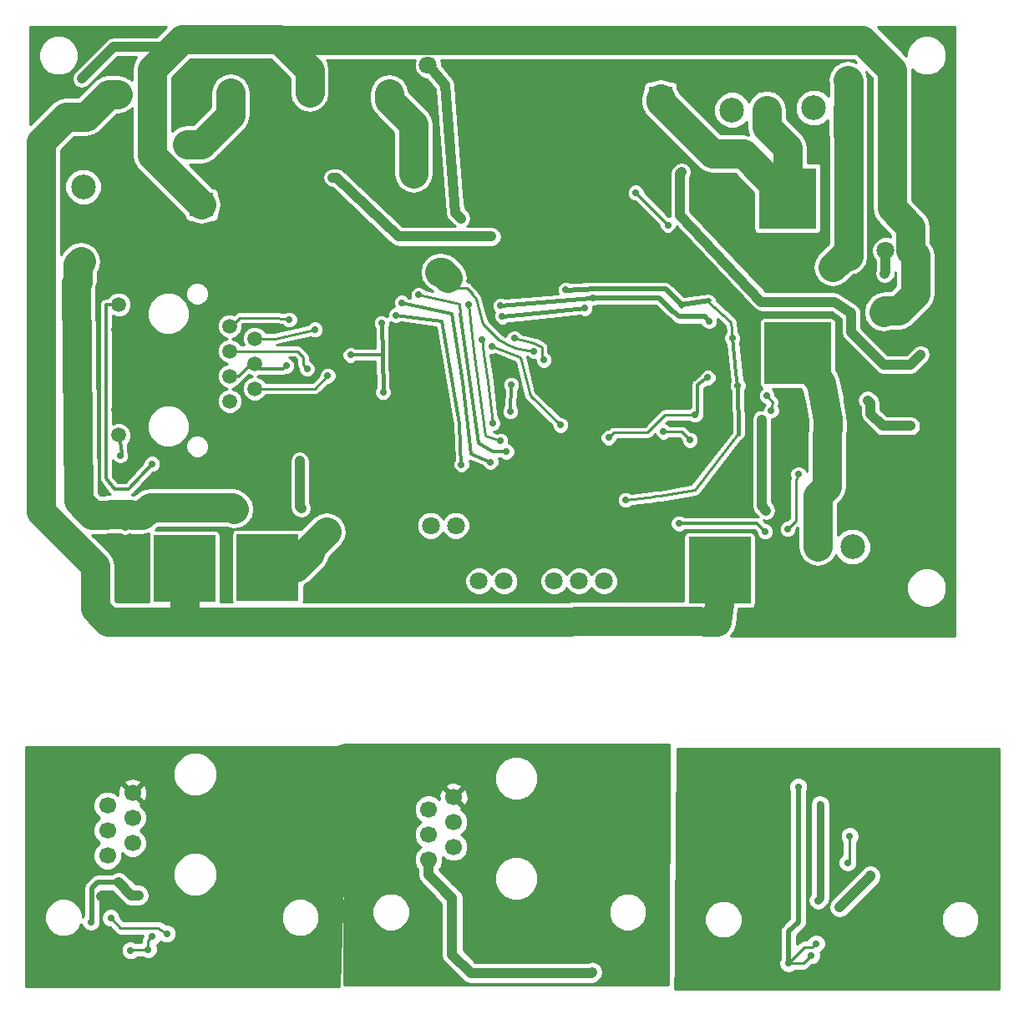
<source format=gbl>
G04 #@! TF.FileFunction,Copper,L2,Bot,Signal*
%FSLAX46Y46*%
G04 Gerber Fmt 4.6, Leading zero omitted, Abs format (unit mm)*
G04 Created by KiCad (PCBNEW 4.0.6-e0-6349~53~ubuntu16.04.1) date Sun May 21 20:45:15 2017*
%MOMM*%
%LPD*%
G01*
G04 APERTURE LIST*
%ADD10C,0.150000*%
%ADD11C,0.600000*%
%ADD12C,1.800000*%
%ADD13R,2.499360X2.499360*%
%ADD14C,0.780000*%
%ADD15R,8.330000X6.990000*%
%ADD16R,10.800000X1.910000*%
%ADD17C,1.500000*%
%ADD18R,2.400000X2.400000*%
%ADD19C,2.400000*%
%ADD20R,6.230000X6.740000*%
%ADD21C,0.500000*%
%ADD22R,5.800000X6.200000*%
%ADD23R,6.740000X6.230000*%
%ADD24C,2.500000*%
%ADD25C,1.700000*%
%ADD26C,0.700000*%
%ADD27C,1.000000*%
%ADD28C,0.400000*%
%ADD29C,0.300000*%
%ADD30C,0.500000*%
%ADD31C,0.250000*%
%ADD32C,3.000000*%
%ADD33C,0.700000*%
%ADD34C,0.350000*%
%ADD35C,0.800000*%
%ADD36C,0.254000*%
G04 APERTURE END LIST*
D10*
D11*
X177500000Y-81000000D03*
X177500000Y-82500000D03*
X177500000Y-84000000D03*
X174500000Y-84000000D03*
X175500000Y-85500000D03*
X174500000Y-85500000D03*
X175500000Y-84000000D03*
X176500000Y-84000000D03*
X176500000Y-82500000D03*
X164000000Y-69000000D03*
X163000000Y-67500000D03*
X162000000Y-66500000D03*
X155500000Y-68000000D03*
X154500000Y-67000000D03*
X153500000Y-66000000D03*
X152500000Y-65000000D03*
X154200000Y-63000000D03*
X155700000Y-63000000D03*
X151200000Y-61000000D03*
X152700000Y-61000000D03*
X155700000Y-61000000D03*
X154200000Y-61000000D03*
X148200000Y-61000000D03*
X149700000Y-61000000D03*
X146700000Y-61000000D03*
X145200000Y-61000000D03*
X143700000Y-61500000D03*
X142200000Y-61500000D03*
X142200000Y-63500000D03*
X143700000Y-63500000D03*
X141200000Y-67500000D03*
X142700000Y-67500000D03*
X144200000Y-65500000D03*
X142700000Y-65500000D03*
X141200000Y-65500000D03*
X144200000Y-67500000D03*
X118200000Y-60000000D03*
X121200000Y-60000000D03*
X119700000Y-60000000D03*
X119200000Y-65500000D03*
X120700000Y-65500000D03*
X117700000Y-65500000D03*
X116200000Y-65500000D03*
X114700000Y-65500000D03*
X113200000Y-65000000D03*
X111700000Y-65000000D03*
X110200000Y-65000000D03*
X110200000Y-60000000D03*
X108700000Y-60000000D03*
X104200000Y-60000000D03*
X105700000Y-60000000D03*
X107200000Y-60000000D03*
X113200000Y-71000000D03*
X113200000Y-69000000D03*
X110200000Y-67000000D03*
X111700000Y-67000000D03*
X113200000Y-67000000D03*
X111700000Y-69000000D03*
X110200000Y-69000000D03*
X108700000Y-69000000D03*
X112200000Y-73000000D03*
X112200000Y-75000000D03*
X108700000Y-71000000D03*
X110200000Y-71000000D03*
X107200000Y-71000000D03*
X105700000Y-71000000D03*
X111700000Y-71000000D03*
X110700000Y-81500000D03*
X112200000Y-81500000D03*
X112200000Y-79500000D03*
X112200000Y-77500000D03*
X106200000Y-79500000D03*
X107700000Y-79500000D03*
X106200000Y-77500000D03*
X107700000Y-77500000D03*
X110700000Y-77500000D03*
X109200000Y-77500000D03*
X110700000Y-79500000D03*
X109200000Y-79500000D03*
X103200000Y-79500000D03*
X104700000Y-79500000D03*
X103200000Y-77500000D03*
X104700000Y-77500000D03*
X101700000Y-77500000D03*
X101700000Y-75500000D03*
X100200000Y-77500000D03*
X100200000Y-75500000D03*
X107500000Y-65000000D03*
X103000000Y-68000000D03*
X104500000Y-68000000D03*
X105500000Y-67000000D03*
X126000000Y-70000000D03*
X126000000Y-68000000D03*
X126000000Y-66000000D03*
X112700000Y-83000000D03*
X114200000Y-83000000D03*
X101700000Y-79500000D03*
X100200000Y-79500000D03*
X101700000Y-81500000D03*
X100200000Y-81500000D03*
X179200000Y-117000000D03*
X177700000Y-117000000D03*
X176200000Y-117000000D03*
X173200000Y-117000000D03*
X174700000Y-117000000D03*
X173200000Y-115000000D03*
X173200000Y-113000000D03*
X174700000Y-113000000D03*
X174700000Y-115000000D03*
X174700000Y-110500000D03*
X174700000Y-106500000D03*
X174700000Y-108500000D03*
X173200000Y-108500000D03*
X173200000Y-106500000D03*
X173200000Y-110500000D03*
X176200000Y-100000000D03*
X176200000Y-102000000D03*
X176200000Y-110500000D03*
X176200000Y-106500000D03*
X176200000Y-108500000D03*
X176200000Y-104500000D03*
X177700000Y-104500000D03*
X177700000Y-108500000D03*
X177700000Y-106500000D03*
X177700000Y-110500000D03*
X177700000Y-102000000D03*
X177700000Y-100000000D03*
X179200000Y-90000000D03*
X179200000Y-92000000D03*
X179200000Y-96000000D03*
X179200000Y-94000000D03*
X179200000Y-100000000D03*
X179200000Y-102000000D03*
X179200000Y-98000000D03*
X179200000Y-110500000D03*
X179200000Y-106500000D03*
X179200000Y-108500000D03*
X179200000Y-104500000D03*
X179200000Y-77500000D03*
X179200000Y-81500000D03*
X179200000Y-79500000D03*
X179200000Y-85500000D03*
X179200000Y-87500000D03*
X179200000Y-83500000D03*
X179200000Y-71000000D03*
X177700000Y-71000000D03*
X179200000Y-75000000D03*
X179200000Y-73000000D03*
X177700000Y-73000000D03*
X177700000Y-67000000D03*
X179200000Y-67000000D03*
X179200000Y-69000000D03*
X177700000Y-69000000D03*
X177700000Y-65000000D03*
X179200000Y-65000000D03*
X179200000Y-63000000D03*
D12*
X142759680Y-112320000D03*
X145299680Y-112320000D03*
X132620000Y-112320000D03*
X135160000Y-112320000D03*
X140229840Y-112320000D03*
X137689840Y-112320000D03*
D11*
X127010000Y-89430000D03*
X126248000Y-88668000D03*
X126248000Y-90192000D03*
X127772000Y-88668000D03*
X127772000Y-90192000D03*
D13*
X127010000Y-89430000D03*
D14*
X140200000Y-61260000D03*
X131200000Y-61260000D03*
X138700000Y-65760000D03*
X138700000Y-64260000D03*
X138700000Y-62760000D03*
X138700000Y-61260000D03*
X135700000Y-65760000D03*
X135700000Y-64260000D03*
X135700000Y-62760000D03*
X135700000Y-61260000D03*
X137200000Y-61260000D03*
X137200000Y-62760000D03*
X137200000Y-64260000D03*
X137200000Y-65760000D03*
X134200000Y-65760000D03*
X134200000Y-64260000D03*
X134200000Y-62760000D03*
X134200000Y-61260000D03*
X132700000Y-61260000D03*
X132700000Y-62760000D03*
X132700000Y-64260000D03*
X132700000Y-65760000D03*
D15*
X135700000Y-63585000D03*
D16*
X135700000Y-61050000D03*
D17*
X96100000Y-84275000D03*
X96100000Y-86815000D03*
X96100000Y-94985000D03*
X96100000Y-97525000D03*
X107350000Y-86460000D03*
X107350000Y-91530000D03*
X107350000Y-89000000D03*
X107350000Y-94070000D03*
X109890000Y-87720000D03*
X109890000Y-92800000D03*
X109890000Y-90260000D03*
X109890000Y-95340000D03*
D18*
X104510000Y-74140000D03*
D19*
X109510000Y-74140000D03*
D18*
X151040000Y-63370000D03*
D19*
X146040000Y-63370000D03*
D12*
X125200000Y-106700000D03*
X127740000Y-106700000D03*
X130280000Y-106700000D03*
X127460000Y-59959840D03*
X127460000Y-57419840D03*
D20*
X157020000Y-111220000D03*
D21*
X154520000Y-113720000D03*
X154520000Y-112720000D03*
X154520000Y-111720000D03*
X154520000Y-110720000D03*
X154520000Y-109720000D03*
X154520000Y-108720000D03*
X155520000Y-113720000D03*
X155520000Y-112720000D03*
X155520000Y-111720000D03*
X155520000Y-110720000D03*
X155520000Y-109720000D03*
X155520000Y-108720000D03*
X156520000Y-108720000D03*
X156520000Y-109720000D03*
X156520000Y-110720000D03*
X156520000Y-111720000D03*
X156520000Y-112720000D03*
X156520000Y-113720000D03*
X157520000Y-113720000D03*
X157520000Y-112720000D03*
X157520000Y-111720000D03*
X157520000Y-110720000D03*
X157520000Y-109720000D03*
X157520000Y-108720000D03*
X158520000Y-108720000D03*
X158520000Y-109720000D03*
X158520000Y-110720000D03*
X158520000Y-111720000D03*
X158520000Y-112720000D03*
X158520000Y-113720000D03*
X159520000Y-113720000D03*
X159520000Y-112720000D03*
X159520000Y-111720000D03*
X159520000Y-110720000D03*
X159520000Y-109720000D03*
X159520000Y-108720000D03*
D20*
X102760000Y-111020000D03*
D21*
X100260000Y-113520000D03*
X100260000Y-112520000D03*
X100260000Y-111520000D03*
X100260000Y-110520000D03*
X100260000Y-109520000D03*
X100260000Y-108520000D03*
X101260000Y-113520000D03*
X101260000Y-112520000D03*
X101260000Y-111520000D03*
X101260000Y-110520000D03*
X101260000Y-109520000D03*
X101260000Y-108520000D03*
X102260000Y-108520000D03*
X102260000Y-109520000D03*
X102260000Y-110520000D03*
X102260000Y-111520000D03*
X102260000Y-112520000D03*
X102260000Y-113520000D03*
X103260000Y-113520000D03*
X103260000Y-112520000D03*
X103260000Y-111520000D03*
X103260000Y-110520000D03*
X103260000Y-109520000D03*
X103260000Y-108520000D03*
X104260000Y-108520000D03*
X104260000Y-109520000D03*
X104260000Y-110520000D03*
X104260000Y-111520000D03*
X104260000Y-112520000D03*
X104260000Y-113520000D03*
X105260000Y-113520000D03*
X105260000Y-112520000D03*
X105260000Y-111520000D03*
X105260000Y-110520000D03*
X105260000Y-109520000D03*
X105260000Y-108520000D03*
D20*
X111210000Y-110940000D03*
D21*
X108710000Y-113440000D03*
X108710000Y-112440000D03*
X108710000Y-111440000D03*
X108710000Y-110440000D03*
X108710000Y-109440000D03*
X108710000Y-108440000D03*
X109710000Y-113440000D03*
X109710000Y-112440000D03*
X109710000Y-111440000D03*
X109710000Y-110440000D03*
X109710000Y-109440000D03*
X109710000Y-108440000D03*
X110710000Y-108440000D03*
X110710000Y-109440000D03*
X110710000Y-110440000D03*
X110710000Y-111440000D03*
X110710000Y-112440000D03*
X110710000Y-113440000D03*
X111710000Y-113440000D03*
X111710000Y-112440000D03*
X111710000Y-111440000D03*
X111710000Y-110440000D03*
X111710000Y-109440000D03*
X111710000Y-108440000D03*
X112710000Y-108440000D03*
X112710000Y-109440000D03*
X112710000Y-110440000D03*
X112710000Y-111440000D03*
X112710000Y-112440000D03*
X112710000Y-113440000D03*
X113710000Y-113440000D03*
X113710000Y-112440000D03*
X113710000Y-111440000D03*
X113710000Y-110440000D03*
X113710000Y-109440000D03*
X113710000Y-108440000D03*
D22*
X163900000Y-73490000D03*
D21*
X166400000Y-70980000D03*
X166400000Y-71980000D03*
X166400000Y-72980000D03*
X166400000Y-73980000D03*
X166400000Y-74980000D03*
X166400000Y-75980000D03*
X165400000Y-70980000D03*
X165400000Y-71980000D03*
X165400000Y-72980000D03*
X165400000Y-73980000D03*
X165400000Y-74980000D03*
X165400000Y-75980000D03*
X164400000Y-75980000D03*
X164400000Y-74980000D03*
X164400000Y-73980000D03*
X164400000Y-72980000D03*
X164400000Y-71980000D03*
X164400000Y-70980000D03*
X163400000Y-70980000D03*
X163400000Y-71980000D03*
X163400000Y-72980000D03*
X163400000Y-73980000D03*
X163400000Y-74980000D03*
X163400000Y-75980000D03*
X162400000Y-75980000D03*
X162400000Y-74980000D03*
X162400000Y-73980000D03*
X162400000Y-72980000D03*
X162400000Y-71980000D03*
X162400000Y-70980000D03*
X161400000Y-70980000D03*
X161400000Y-71980000D03*
X161400000Y-72980000D03*
X161400000Y-73980000D03*
X161400000Y-74980000D03*
X161400000Y-75980000D03*
D23*
X164940000Y-89210000D03*
D21*
X162440000Y-86710000D03*
X163440000Y-86710000D03*
X164440000Y-86710000D03*
X165440000Y-86710000D03*
X166440000Y-86710000D03*
X167440000Y-86710000D03*
X162440000Y-87710000D03*
X163440000Y-87710000D03*
X164440000Y-87710000D03*
X165440000Y-87710000D03*
X166440000Y-87710000D03*
X167440000Y-87710000D03*
X167440000Y-88710000D03*
X166440000Y-88710000D03*
X165440000Y-88710000D03*
X164440000Y-88710000D03*
X163440000Y-88710000D03*
X162440000Y-88710000D03*
X162440000Y-89710000D03*
X163440000Y-89710000D03*
X164440000Y-89710000D03*
X165440000Y-89710000D03*
X166440000Y-89710000D03*
X167440000Y-89710000D03*
X167440000Y-90710000D03*
X166440000Y-90710000D03*
X165440000Y-90710000D03*
X164440000Y-90710000D03*
X163440000Y-90710000D03*
X162440000Y-90710000D03*
X162440000Y-91710000D03*
X163440000Y-91710000D03*
X164440000Y-91710000D03*
X165440000Y-91710000D03*
X166440000Y-91710000D03*
X167440000Y-91710000D03*
D12*
X127729840Y-112590000D03*
X125189840Y-112590000D03*
X173850160Y-78790000D03*
X176390160Y-78790000D03*
D24*
X158269940Y-64520000D03*
X161770060Y-64520000D03*
X166559940Y-64320000D03*
X170060060Y-64320000D03*
X120700060Y-107290000D03*
X117199940Y-107290000D03*
X92510000Y-75820060D03*
X92510000Y-72319940D03*
X119999940Y-62850000D03*
X123500060Y-62850000D03*
X111949940Y-62800000D03*
X115450060Y-62800000D03*
X103949940Y-62750000D03*
X107450060Y-62750000D03*
X95979940Y-62920000D03*
X99480060Y-62920000D03*
X170490060Y-108850000D03*
X166989940Y-108850000D03*
D11*
X177700000Y-63000000D03*
X125000000Y-64500000D03*
X170000000Y-62000000D03*
X98500000Y-105500000D03*
X106500000Y-66000000D03*
X176500000Y-81000000D03*
X116100000Y-142700000D03*
X115100000Y-142700000D03*
X114100000Y-142700000D03*
X113100000Y-142700000D03*
X116100000Y-141700000D03*
X115100000Y-141700000D03*
X114100000Y-141700000D03*
X113100000Y-141700000D03*
X116100000Y-140700000D03*
X115100000Y-140700000D03*
X114100000Y-140700000D03*
X113100000Y-140700000D03*
X116100000Y-139700000D03*
X115100000Y-139700000D03*
X114100000Y-139700000D03*
X113100000Y-139700000D03*
X100900000Y-140900000D03*
X100900000Y-139800000D03*
X107000000Y-142800000D03*
X107000000Y-141700000D03*
X107000000Y-140700000D03*
X107000000Y-139700000D03*
X106000000Y-143700000D03*
X107000000Y-143700000D03*
X106000000Y-144700000D03*
X107000000Y-144700000D03*
X93100000Y-149700000D03*
X93100000Y-150700000D03*
X93100000Y-148600000D03*
D25*
X94960000Y-140175000D03*
X94960000Y-137635000D03*
X94960000Y-135095000D03*
X97500000Y-136365000D03*
X97500000Y-133825000D03*
X97500000Y-138905000D03*
D11*
X87800000Y-129500000D03*
X88800000Y-129500000D03*
X89800000Y-129500000D03*
X90800000Y-129500000D03*
X87800000Y-130500000D03*
X88800000Y-130500000D03*
X89800000Y-130500000D03*
X87800000Y-131500000D03*
X88800000Y-131500000D03*
X87800000Y-132500000D03*
X88800000Y-132500000D03*
X87900000Y-140700000D03*
X87900000Y-141700000D03*
X87900000Y-142700000D03*
X87900000Y-143700000D03*
X87900000Y-144700000D03*
X87900000Y-145700000D03*
X87900000Y-146700000D03*
X87900000Y-147700000D03*
X87900000Y-148700000D03*
X87900000Y-149700000D03*
X87900000Y-150700000D03*
X91100000Y-141700000D03*
X90100000Y-140700000D03*
X89000000Y-148700000D03*
X89000000Y-142700000D03*
X89100000Y-140700000D03*
X91000000Y-139600000D03*
X90000000Y-142700000D03*
X91100000Y-142700000D03*
X91000000Y-140800000D03*
X90100000Y-139600000D03*
X108000000Y-147700000D03*
X109000000Y-147700000D03*
X110000000Y-147700000D03*
X111000000Y-147700000D03*
X112000000Y-147700000D03*
X108000000Y-148700000D03*
X109000000Y-148700000D03*
X110000000Y-148700000D03*
X111000000Y-148700000D03*
X112000000Y-148700000D03*
X108000000Y-149800000D03*
X109000000Y-149800000D03*
X110000000Y-149800000D03*
X111000000Y-149700000D03*
X112000000Y-149700000D03*
X108000000Y-150800000D03*
X109000000Y-150800000D03*
X110000000Y-150800000D03*
X111000000Y-150700000D03*
X112000000Y-150700000D03*
X89800000Y-137700000D03*
X88800000Y-137700000D03*
X87800000Y-137700000D03*
X89800000Y-136700000D03*
X88800000Y-136700000D03*
X87800000Y-136700000D03*
X89800000Y-135700000D03*
X88800000Y-135700000D03*
X87800000Y-135700000D03*
X89800000Y-134700000D03*
X88800000Y-134700000D03*
X87800000Y-134700000D03*
X89800000Y-133700000D03*
X88800000Y-133700000D03*
X87800000Y-133700000D03*
X89800000Y-132500000D03*
X89800000Y-131500000D03*
X90800000Y-131500000D03*
X90800000Y-132500000D03*
X90800000Y-133700000D03*
X90800000Y-134700000D03*
X90800000Y-135700000D03*
X90800000Y-136700000D03*
X90800000Y-137700000D03*
X90800000Y-130500000D03*
X93800000Y-130500000D03*
X93800000Y-132500000D03*
X93800000Y-131500000D03*
X92800000Y-131500000D03*
X92800000Y-132500000D03*
X91800000Y-132500000D03*
X91800000Y-131500000D03*
X92800000Y-130500000D03*
X91800000Y-130500000D03*
X93800000Y-129500000D03*
X92800000Y-129500000D03*
X91800000Y-129500000D03*
X87900000Y-139800000D03*
X87900000Y-138800000D03*
X89100000Y-141700000D03*
X88900000Y-138800000D03*
X90100000Y-143700000D03*
X90000000Y-141700000D03*
X89000000Y-144700000D03*
X89000000Y-143700000D03*
X91100000Y-143700000D03*
X89200000Y-139600000D03*
X90100000Y-138800000D03*
X91100000Y-148600000D03*
X90100000Y-148600000D03*
X92100000Y-148600000D03*
X92100000Y-150700000D03*
X91100000Y-150700000D03*
X90100000Y-150700000D03*
X92100000Y-149700000D03*
X91100000Y-149700000D03*
X90100000Y-149700000D03*
X89000000Y-150700000D03*
X89000000Y-149700000D03*
X89000000Y-151800000D03*
X89000000Y-152800000D03*
X90100000Y-151800000D03*
X91100000Y-151800000D03*
X92100000Y-151800000D03*
X90100000Y-152800000D03*
X91100000Y-152800000D03*
X92100000Y-152800000D03*
X97200000Y-152800000D03*
X97200000Y-151800000D03*
X87900000Y-152800000D03*
X87900000Y-151800000D03*
X98200000Y-151800000D03*
X98200000Y-152800000D03*
X99200000Y-152800000D03*
X112000000Y-152800000D03*
X111000000Y-152800000D03*
X110000000Y-152900000D03*
X109000000Y-152900000D03*
X108000000Y-152900000D03*
X112000000Y-151800000D03*
X111000000Y-151800000D03*
X110000000Y-151900000D03*
X109000000Y-151900000D03*
X108000000Y-151900000D03*
X113100000Y-151800000D03*
X114100000Y-151800000D03*
X115100000Y-151800000D03*
X113100000Y-152800000D03*
X114100000Y-152800000D03*
X115100000Y-152800000D03*
X115100000Y-150700000D03*
X114100000Y-150700000D03*
X113100000Y-150700000D03*
X115100000Y-149700000D03*
X114100000Y-149700000D03*
X113100000Y-149700000D03*
X115100000Y-148700000D03*
X114100000Y-148700000D03*
X113100000Y-148700000D03*
X114100000Y-143700000D03*
X115100000Y-143700000D03*
X113100000Y-144700000D03*
X112000000Y-146700000D03*
X111000000Y-146700000D03*
X110000000Y-146700000D03*
X109000000Y-146700000D03*
X108000000Y-146700000D03*
X112000000Y-145700000D03*
X111000000Y-145700000D03*
X110000000Y-145700000D03*
X109000000Y-145700000D03*
X108000000Y-145700000D03*
X112000000Y-144700000D03*
X111000000Y-144700000D03*
X110000000Y-144700000D03*
X109000000Y-144700000D03*
X108000000Y-144700000D03*
X113100000Y-143800000D03*
X112000000Y-143700000D03*
X111000000Y-143700000D03*
X110000000Y-143700000D03*
X109000000Y-143700000D03*
X108000000Y-143700000D03*
X116100000Y-143800000D03*
X118100000Y-146700000D03*
X117100000Y-146700000D03*
X118100000Y-145700000D03*
X117100000Y-145700000D03*
X118100000Y-144700000D03*
X117100000Y-144700000D03*
X116100000Y-144700000D03*
X118100000Y-143800000D03*
X117100000Y-143800000D03*
X117100000Y-147700000D03*
X118100000Y-147700000D03*
X116100000Y-148700000D03*
X117100000Y-148700000D03*
X118100000Y-148700000D03*
X116100000Y-149700000D03*
X117100000Y-149700000D03*
X118100000Y-149700000D03*
X116100000Y-150700000D03*
X117100000Y-150700000D03*
X118100000Y-150700000D03*
X118100000Y-152800000D03*
X117100000Y-152800000D03*
X116100000Y-152800000D03*
X118100000Y-151800000D03*
X117100000Y-151800000D03*
X116100000Y-151800000D03*
X108000000Y-139700000D03*
X109000000Y-139700000D03*
X110000000Y-139700000D03*
X111000000Y-139700000D03*
X112000000Y-139700000D03*
X108000000Y-140700000D03*
X109000000Y-140700000D03*
X110000000Y-140700000D03*
X111000000Y-140700000D03*
X112000000Y-140700000D03*
X108000000Y-141700000D03*
X109000000Y-141700000D03*
X110000000Y-141700000D03*
X111000000Y-141700000D03*
X112000000Y-141700000D03*
X108000000Y-142700000D03*
X109000000Y-142700000D03*
X110000000Y-142700000D03*
X111000000Y-142700000D03*
X112000000Y-142700000D03*
X116100000Y-133500000D03*
X116100000Y-137600000D03*
X117100000Y-137600000D03*
X118100000Y-137600000D03*
X116100000Y-138600000D03*
X117100000Y-138600000D03*
X118100000Y-138600000D03*
X118100000Y-136500000D03*
X117100000Y-136500000D03*
X116100000Y-136500000D03*
X118100000Y-135500000D03*
X117100000Y-135500000D03*
X116100000Y-135500000D03*
X118100000Y-134500000D03*
X117100000Y-134500000D03*
X116100000Y-134500000D03*
X118100000Y-133500000D03*
X117100000Y-133500000D03*
X117100000Y-129500000D03*
X118100000Y-129500000D03*
X116100000Y-130500000D03*
X117100000Y-130500000D03*
X118100000Y-130500000D03*
X116100000Y-131500000D03*
X117100000Y-131500000D03*
X118100000Y-131500000D03*
X116100000Y-132500000D03*
X117100000Y-132500000D03*
X118100000Y-132500000D03*
X116100000Y-129500000D03*
X108000000Y-129500000D03*
X109000000Y-129500000D03*
X110000000Y-129500000D03*
X111000000Y-129500000D03*
X112000000Y-129500000D03*
X113100000Y-129500000D03*
X108000000Y-130500000D03*
X109000000Y-130500000D03*
X110000000Y-130500000D03*
X111000000Y-130500000D03*
X112000000Y-130500000D03*
X108000000Y-131500000D03*
X109000000Y-131500000D03*
X110000000Y-131500000D03*
X111000000Y-131500000D03*
X112000000Y-131500000D03*
X108000000Y-132500000D03*
X109000000Y-132500000D03*
X110000000Y-132500000D03*
X111000000Y-132500000D03*
X112000000Y-132500000D03*
X115100000Y-132500000D03*
X114100000Y-132500000D03*
X113100000Y-132500000D03*
X115100000Y-131500000D03*
X114100000Y-131500000D03*
X113100000Y-131500000D03*
X115100000Y-130500000D03*
X114100000Y-130500000D03*
X113100000Y-130500000D03*
X115100000Y-129500000D03*
X114100000Y-129500000D03*
X114100000Y-133500000D03*
X115100000Y-133500000D03*
X113100000Y-134500000D03*
X114100000Y-134500000D03*
X115100000Y-134500000D03*
X113100000Y-135500000D03*
X114100000Y-135500000D03*
X115100000Y-135500000D03*
X113100000Y-136500000D03*
X114100000Y-136500000D03*
X115100000Y-136500000D03*
X115100000Y-138600000D03*
X114100000Y-138600000D03*
X113100000Y-138600000D03*
X115100000Y-137600000D03*
X114100000Y-137600000D03*
X113100000Y-137600000D03*
X108000000Y-137600000D03*
X109000000Y-137600000D03*
X110000000Y-137600000D03*
X111000000Y-137600000D03*
X112000000Y-137600000D03*
X108000000Y-138600000D03*
X109000000Y-138600000D03*
X110000000Y-138600000D03*
X111000000Y-138600000D03*
X112000000Y-138600000D03*
X112000000Y-136500000D03*
X111000000Y-136500000D03*
X110000000Y-136500000D03*
X109000000Y-136500000D03*
X108000000Y-136500000D03*
X112000000Y-135500000D03*
X111000000Y-135500000D03*
X110000000Y-135500000D03*
X109000000Y-135500000D03*
X108000000Y-135500000D03*
X112000000Y-134500000D03*
X111000000Y-134500000D03*
X110000000Y-134500000D03*
X109000000Y-134500000D03*
X108000000Y-134500000D03*
X113100000Y-133500000D03*
X112000000Y-133500000D03*
X111000000Y-133500000D03*
X110000000Y-133500000D03*
X109000000Y-133500000D03*
X108000000Y-133500000D03*
X97800000Y-129500000D03*
X98800000Y-129500000D03*
X99800000Y-129500000D03*
X97800000Y-130500000D03*
X98800000Y-130500000D03*
X97800000Y-131500000D03*
X98800000Y-131500000D03*
X99800000Y-131500000D03*
X99800000Y-130500000D03*
X96800000Y-130500000D03*
X96800000Y-131500000D03*
X95800000Y-131500000D03*
X94800000Y-131500000D03*
X95800000Y-130500000D03*
X94800000Y-130500000D03*
X96800000Y-129500000D03*
X95800000Y-129500000D03*
X94800000Y-129500000D03*
X100900000Y-134500000D03*
X101900000Y-134500000D03*
X102900000Y-134500000D03*
X103900000Y-134500000D03*
X104900000Y-134500000D03*
X100900000Y-135500000D03*
X101900000Y-135500000D03*
X102900000Y-135500000D03*
X103900000Y-135500000D03*
X104900000Y-135500000D03*
X100900000Y-136500000D03*
X101900000Y-136500000D03*
X102900000Y-136500000D03*
X103900000Y-136500000D03*
X104900000Y-136500000D03*
X104900000Y-138600000D03*
X103900000Y-138600000D03*
X102900000Y-138600000D03*
X101900000Y-138600000D03*
X100900000Y-138600000D03*
X104900000Y-137600000D03*
X103900000Y-137600000D03*
X102900000Y-137600000D03*
X101900000Y-137600000D03*
X100900000Y-137600000D03*
X106000000Y-137600000D03*
X107000000Y-137600000D03*
X106000000Y-138600000D03*
X107000000Y-138600000D03*
X107000000Y-136500000D03*
X106000000Y-136500000D03*
X107000000Y-135500000D03*
X106000000Y-135500000D03*
X107000000Y-134500000D03*
X106000000Y-134500000D03*
X117100000Y-139700000D03*
X118100000Y-139700000D03*
X118100000Y-141800000D03*
X117100000Y-141800000D03*
X118100000Y-140800000D03*
X117100000Y-140800000D03*
X117100000Y-142800000D03*
X118100000Y-142800000D03*
X93100000Y-151800000D03*
X94100000Y-151800000D03*
X95100000Y-151800000D03*
X96100000Y-151800000D03*
X93100000Y-152800000D03*
X94100000Y-152800000D03*
X95100000Y-152800000D03*
X96100000Y-152800000D03*
X183000000Y-142900000D03*
X183000000Y-141900000D03*
X183000000Y-140900000D03*
X183000000Y-139900000D03*
X172900000Y-143900000D03*
X173900000Y-143900000D03*
X172900000Y-144900000D03*
X173900000Y-144900000D03*
X160000000Y-149900000D03*
X160000000Y-150900000D03*
X160000000Y-148800000D03*
X153700000Y-129700000D03*
X154700000Y-129700000D03*
X155700000Y-129700000D03*
X156700000Y-129700000D03*
X157700000Y-129700000D03*
X153700000Y-130700000D03*
X154700000Y-130700000D03*
X155700000Y-130700000D03*
X156700000Y-130700000D03*
X153700000Y-131700000D03*
X154700000Y-131700000D03*
X155700000Y-131700000D03*
X153700000Y-132700000D03*
X154700000Y-132700000D03*
X155700000Y-132700000D03*
X153700000Y-137900000D03*
X153700000Y-136900000D03*
X153700000Y-135900000D03*
X153700000Y-134900000D03*
X153700000Y-133900000D03*
X153700000Y-138900000D03*
X153700000Y-139900000D03*
X153700000Y-140900000D03*
X153700000Y-141900000D03*
X153700000Y-142900000D03*
X153700000Y-143900000D03*
X153700000Y-144900000D03*
X153700000Y-145900000D03*
X153700000Y-146900000D03*
X153700000Y-147900000D03*
X153700000Y-148900000D03*
X153700000Y-149900000D03*
X153700000Y-150900000D03*
X154800000Y-140900000D03*
X154800000Y-141900000D03*
X154800000Y-142900000D03*
X154800000Y-143900000D03*
X154800000Y-144900000D03*
X154800000Y-145900000D03*
X154800000Y-146900000D03*
X154800000Y-147900000D03*
X154800000Y-148900000D03*
X154800000Y-149900000D03*
X154800000Y-150900000D03*
X158000000Y-141900000D03*
X157000000Y-140900000D03*
X155900000Y-148900000D03*
X155900000Y-142900000D03*
X156000000Y-140900000D03*
X157900000Y-139800000D03*
X156900000Y-142900000D03*
X158000000Y-142900000D03*
X157900000Y-141000000D03*
X157000000Y-139800000D03*
X174900000Y-147900000D03*
X175900000Y-147900000D03*
X176900000Y-147900000D03*
X177900000Y-147900000D03*
X178900000Y-147900000D03*
X174900000Y-148900000D03*
X175900000Y-148900000D03*
X176900000Y-148900000D03*
X177900000Y-148900000D03*
X178900000Y-148900000D03*
X174900000Y-150000000D03*
X175900000Y-150000000D03*
X176900000Y-150000000D03*
X177900000Y-149900000D03*
X178900000Y-149900000D03*
X174900000Y-151000000D03*
X175900000Y-151000000D03*
X176900000Y-151000000D03*
X177900000Y-150900000D03*
X178900000Y-150900000D03*
X156700000Y-137900000D03*
X155700000Y-137900000D03*
X154700000Y-137900000D03*
X156700000Y-136900000D03*
X155700000Y-136900000D03*
X154700000Y-136900000D03*
X156700000Y-135900000D03*
X155700000Y-135900000D03*
X154700000Y-135900000D03*
X156700000Y-134900000D03*
X155700000Y-134900000D03*
X154700000Y-134900000D03*
X156700000Y-133900000D03*
X155700000Y-133900000D03*
X154700000Y-133900000D03*
X156700000Y-132700000D03*
X156700000Y-131700000D03*
X157700000Y-131700000D03*
X157700000Y-132700000D03*
X157700000Y-133900000D03*
X157700000Y-134900000D03*
X157700000Y-135900000D03*
X157700000Y-136900000D03*
X157700000Y-137900000D03*
X157700000Y-130700000D03*
X160700000Y-130700000D03*
X160700000Y-132700000D03*
X160700000Y-131700000D03*
X159700000Y-131700000D03*
X159700000Y-132700000D03*
X158700000Y-132700000D03*
X158700000Y-131700000D03*
X159700000Y-130700000D03*
X158700000Y-130700000D03*
X160700000Y-129700000D03*
X159700000Y-129700000D03*
X158700000Y-129700000D03*
X154800000Y-140000000D03*
X154800000Y-139000000D03*
X156000000Y-141900000D03*
X155800000Y-139000000D03*
X157000000Y-143900000D03*
X156900000Y-141900000D03*
X155900000Y-144900000D03*
X155900000Y-143900000D03*
X158000000Y-143900000D03*
X156100000Y-139800000D03*
X157000000Y-139000000D03*
X158000000Y-148800000D03*
X157000000Y-148800000D03*
X159000000Y-148800000D03*
X159000000Y-150900000D03*
X158000000Y-150900000D03*
X157000000Y-150900000D03*
X159000000Y-149900000D03*
X158000000Y-149900000D03*
X157000000Y-149900000D03*
X155900000Y-150900000D03*
X155900000Y-149900000D03*
X155900000Y-152000000D03*
X155900000Y-153000000D03*
X157000000Y-152000000D03*
X158000000Y-152000000D03*
X159000000Y-152000000D03*
X157000000Y-153000000D03*
X158000000Y-153000000D03*
X159000000Y-153000000D03*
X164100000Y-153000000D03*
X154800000Y-153000000D03*
X154800000Y-152000000D03*
X153700000Y-153000000D03*
X153700000Y-152000000D03*
X165100000Y-152000000D03*
X165100000Y-153000000D03*
X166100000Y-153000000D03*
X178900000Y-153000000D03*
X177900000Y-153000000D03*
X176900000Y-153100000D03*
X175900000Y-153100000D03*
X174900000Y-153100000D03*
X178900000Y-152000000D03*
X177900000Y-152000000D03*
X176900000Y-152100000D03*
X175900000Y-152100000D03*
X174900000Y-152100000D03*
X180000000Y-152000000D03*
X181000000Y-152000000D03*
X182000000Y-152000000D03*
X180000000Y-153000000D03*
X181000000Y-153000000D03*
X182000000Y-153000000D03*
X182000000Y-150900000D03*
X181000000Y-150900000D03*
X180000000Y-150900000D03*
X182000000Y-149900000D03*
X181000000Y-149900000D03*
X180000000Y-149900000D03*
X182000000Y-148900000D03*
X181000000Y-148900000D03*
X180000000Y-148900000D03*
X181000000Y-143900000D03*
X182000000Y-143900000D03*
X180000000Y-144900000D03*
X178900000Y-146900000D03*
X177900000Y-146900000D03*
X176900000Y-146900000D03*
X175900000Y-146900000D03*
X174900000Y-146900000D03*
X178900000Y-145900000D03*
X177900000Y-145900000D03*
X176900000Y-145900000D03*
X175900000Y-145900000D03*
X174900000Y-145900000D03*
X178900000Y-144900000D03*
X177900000Y-144900000D03*
X176900000Y-144900000D03*
X175900000Y-144900000D03*
X174900000Y-144900000D03*
X180000000Y-144000000D03*
X178900000Y-143900000D03*
X177900000Y-143900000D03*
X176900000Y-143900000D03*
X175900000Y-143900000D03*
X174900000Y-143900000D03*
X183000000Y-144000000D03*
X185000000Y-146900000D03*
X184000000Y-146900000D03*
X185000000Y-145900000D03*
X184000000Y-145900000D03*
X185000000Y-144900000D03*
X184000000Y-144900000D03*
X183000000Y-144900000D03*
X185000000Y-144000000D03*
X184000000Y-144000000D03*
X184000000Y-147900000D03*
X185000000Y-147900000D03*
X183000000Y-148900000D03*
X184000000Y-148900000D03*
X185000000Y-148900000D03*
X183000000Y-149900000D03*
X184000000Y-149900000D03*
X185000000Y-149900000D03*
X183000000Y-150900000D03*
X184000000Y-150900000D03*
X185000000Y-150900000D03*
X185000000Y-153000000D03*
X184000000Y-153000000D03*
X183000000Y-153000000D03*
X185000000Y-152000000D03*
X184000000Y-152000000D03*
X183000000Y-152000000D03*
X183000000Y-133700000D03*
X183000000Y-137800000D03*
X184000000Y-137800000D03*
X185000000Y-137800000D03*
X183000000Y-138800000D03*
X184000000Y-138800000D03*
X185000000Y-138800000D03*
X185000000Y-136700000D03*
X184000000Y-136700000D03*
X183000000Y-136700000D03*
X185000000Y-135700000D03*
X184000000Y-135700000D03*
X183000000Y-135700000D03*
X185000000Y-134700000D03*
X184000000Y-134700000D03*
X183000000Y-134700000D03*
X185000000Y-133700000D03*
X184000000Y-133700000D03*
X184000000Y-129700000D03*
X185000000Y-129700000D03*
X183000000Y-130700000D03*
X184000000Y-130700000D03*
X185000000Y-130700000D03*
X183000000Y-131700000D03*
X184000000Y-131700000D03*
X185000000Y-131700000D03*
X183000000Y-132700000D03*
X184000000Y-132700000D03*
X185000000Y-132700000D03*
X183000000Y-129700000D03*
X174900000Y-129700000D03*
X175900000Y-129700000D03*
X176900000Y-129700000D03*
X177900000Y-129700000D03*
X178900000Y-129700000D03*
X180000000Y-129700000D03*
X174900000Y-130700000D03*
X175900000Y-130700000D03*
X176900000Y-130700000D03*
X177900000Y-130700000D03*
X178900000Y-130700000D03*
X174900000Y-131700000D03*
X175900000Y-131700000D03*
X176900000Y-131700000D03*
X177900000Y-131700000D03*
X178900000Y-131700000D03*
X174900000Y-132700000D03*
X175900000Y-132700000D03*
X176900000Y-132700000D03*
X177900000Y-132700000D03*
X178900000Y-132700000D03*
X182000000Y-132700000D03*
X181000000Y-132700000D03*
X180000000Y-132700000D03*
X182000000Y-131700000D03*
X181000000Y-131700000D03*
X180000000Y-131700000D03*
X182000000Y-130700000D03*
X181000000Y-130700000D03*
X180000000Y-130700000D03*
X182000000Y-129700000D03*
X181000000Y-129700000D03*
X164700000Y-129700000D03*
X165700000Y-129700000D03*
X166700000Y-129700000D03*
X164700000Y-130700000D03*
X165700000Y-130700000D03*
X164700000Y-131700000D03*
X165700000Y-131700000D03*
X166700000Y-131700000D03*
X166700000Y-130700000D03*
X163700000Y-130700000D03*
X163700000Y-131700000D03*
X162700000Y-131700000D03*
X161700000Y-131700000D03*
X162700000Y-130700000D03*
X161700000Y-130700000D03*
X163700000Y-129700000D03*
X162700000Y-129700000D03*
X161700000Y-129700000D03*
X184000000Y-139900000D03*
X185000000Y-139900000D03*
X185000000Y-142000000D03*
X184000000Y-142000000D03*
X185000000Y-141000000D03*
X184000000Y-141000000D03*
X184000000Y-143000000D03*
X185000000Y-143000000D03*
X160000000Y-152000000D03*
X161000000Y-152000000D03*
X162000000Y-152000000D03*
X163000000Y-152000000D03*
X160000000Y-153000000D03*
X161000000Y-153000000D03*
X162000000Y-153000000D03*
X163000000Y-153000000D03*
X146500000Y-130200000D03*
X147500000Y-130200000D03*
X146500000Y-131400000D03*
X147500000Y-131400000D03*
X146500000Y-132400000D03*
X147500000Y-132400000D03*
X146500000Y-133400000D03*
X147500000Y-133400000D03*
X146500000Y-134400000D03*
X147500000Y-134400000D03*
X146500000Y-135400000D03*
X147500000Y-135400000D03*
X146500000Y-136400000D03*
X147500000Y-136400000D03*
X146500000Y-137400000D03*
X147500000Y-137400000D03*
X146500000Y-138400000D03*
X147500000Y-138400000D03*
X146500000Y-139400000D03*
X147500000Y-139400000D03*
X146500000Y-140400000D03*
X147500000Y-140400000D03*
X146500000Y-141400000D03*
X147500000Y-141400000D03*
X146500000Y-142400000D03*
X147500000Y-142400000D03*
X146500000Y-143400000D03*
X147500000Y-143400000D03*
X145400000Y-143400000D03*
X144400000Y-143400000D03*
X145400000Y-142400000D03*
X144400000Y-142400000D03*
X145400000Y-141400000D03*
X144400000Y-141400000D03*
X145400000Y-140400000D03*
X144400000Y-140400000D03*
X145400000Y-139400000D03*
X144400000Y-139400000D03*
X145400000Y-138400000D03*
X144400000Y-138400000D03*
X145400000Y-137400000D03*
X144400000Y-137400000D03*
X145400000Y-136400000D03*
X144400000Y-136400000D03*
X145400000Y-135400000D03*
X144400000Y-135400000D03*
X145400000Y-134400000D03*
X144400000Y-134400000D03*
X145400000Y-133400000D03*
X144400000Y-133400000D03*
X145400000Y-132400000D03*
X144400000Y-132400000D03*
X145400000Y-131400000D03*
X144400000Y-131400000D03*
X145400000Y-130200000D03*
X144400000Y-130200000D03*
X148500000Y-130200000D03*
X149500000Y-130200000D03*
X148500000Y-131400000D03*
X149500000Y-131400000D03*
X148500000Y-132400000D03*
X149500000Y-132400000D03*
X148500000Y-133400000D03*
X149500000Y-133400000D03*
X148500000Y-134400000D03*
X149500000Y-134400000D03*
X148500000Y-135400000D03*
X149500000Y-135400000D03*
X148500000Y-136400000D03*
X149500000Y-136400000D03*
X148500000Y-137400000D03*
X149500000Y-137400000D03*
X148500000Y-138400000D03*
X149500000Y-138400000D03*
X148500000Y-139400000D03*
X149500000Y-139400000D03*
X148500000Y-140400000D03*
X149500000Y-140400000D03*
X148500000Y-141400000D03*
X149500000Y-141400000D03*
X148500000Y-142400000D03*
X149500000Y-142400000D03*
X148500000Y-143400000D03*
X149500000Y-143400000D03*
X124200000Y-130300000D03*
X125200000Y-130300000D03*
X124200000Y-131300000D03*
X125200000Y-131300000D03*
X124200000Y-132300000D03*
X125200000Y-132300000D03*
X124200000Y-133300000D03*
X124200000Y-134300000D03*
X125300000Y-136500000D03*
X125300000Y-135500000D03*
X124300000Y-135500000D03*
X124300000Y-136500000D03*
X125300000Y-134300000D03*
X125300000Y-133300000D03*
X123100000Y-133200000D03*
X123100000Y-134200000D03*
X122100000Y-139400000D03*
X122100000Y-138400000D03*
X122100000Y-137400000D03*
X122100000Y-136400000D03*
X122100000Y-135400000D03*
X122100000Y-140400000D03*
X122100000Y-141400000D03*
X122100000Y-142400000D03*
X122100000Y-143400000D03*
X123200000Y-142400000D03*
X123200000Y-143400000D03*
X123100000Y-141400000D03*
X123100000Y-140400000D03*
X123100000Y-135400000D03*
X123100000Y-136400000D03*
X123100000Y-137400000D03*
X123100000Y-138400000D03*
X123100000Y-139400000D03*
X121000000Y-139400000D03*
X121000000Y-138400000D03*
X121000000Y-137400000D03*
X121000000Y-136400000D03*
X121000000Y-135400000D03*
X121000000Y-140400000D03*
X121000000Y-141400000D03*
X128200000Y-142800000D03*
X129100000Y-143600000D03*
X129900000Y-144600000D03*
X129900000Y-145600000D03*
X129900000Y-146600000D03*
X146200000Y-152400000D03*
X146200000Y-151400000D03*
X146200000Y-150400000D03*
X146200000Y-149400000D03*
X151600000Y-152400000D03*
X150600000Y-152400000D03*
X149600000Y-152400000D03*
X148600000Y-152400000D03*
X147600000Y-152400000D03*
X151600000Y-151400000D03*
X150600000Y-151400000D03*
X149600000Y-151400000D03*
X148600000Y-151400000D03*
X147600000Y-151400000D03*
X151600000Y-150400000D03*
X150600000Y-150400000D03*
X149600000Y-150400000D03*
X148600000Y-150400000D03*
X147600000Y-150400000D03*
X151600000Y-149400000D03*
X150600000Y-149400000D03*
X149600000Y-149400000D03*
X148600000Y-149400000D03*
X147600000Y-149400000D03*
X151600000Y-148400000D03*
X150600000Y-148400000D03*
X149600000Y-148400000D03*
X148600000Y-148400000D03*
X147600000Y-148400000D03*
X151600000Y-147400000D03*
X150600000Y-147400000D03*
X149600000Y-147400000D03*
X151600000Y-146400000D03*
X150600000Y-146400000D03*
X151600000Y-145400000D03*
X150600000Y-145400000D03*
X151600000Y-144400000D03*
X150600000Y-144400000D03*
X149600000Y-144400000D03*
X151600000Y-143400000D03*
X150600000Y-143400000D03*
X151600000Y-142400000D03*
X150600000Y-142400000D03*
X151600000Y-141400000D03*
X150600000Y-141400000D03*
X151600000Y-140400000D03*
X150600000Y-140400000D03*
X151600000Y-139400000D03*
X150600000Y-139400000D03*
X151600000Y-138400000D03*
X150600000Y-138400000D03*
X151600000Y-137400000D03*
X150600000Y-137400000D03*
X151600000Y-136400000D03*
X150600000Y-136400000D03*
X151600000Y-135400000D03*
X150600000Y-135400000D03*
X151600000Y-134400000D03*
X150600000Y-134400000D03*
X151600000Y-133400000D03*
X150600000Y-133400000D03*
X151600000Y-132400000D03*
X150600000Y-132400000D03*
X151600000Y-131400000D03*
X150600000Y-131400000D03*
X151600000Y-130200000D03*
X150600000Y-130200000D03*
X124300000Y-152500000D03*
X123300000Y-152500000D03*
X124300000Y-151500000D03*
X123300000Y-151500000D03*
X124300000Y-150500000D03*
X123300000Y-150500000D03*
X124300000Y-149500000D03*
X123300000Y-149500000D03*
X124300000Y-148500000D03*
X123300000Y-148500000D03*
X122200000Y-152400000D03*
X122200000Y-150500000D03*
X122200000Y-149500000D03*
X122200000Y-148500000D03*
X122200000Y-151500000D03*
X121100000Y-152400000D03*
X121100000Y-151400000D03*
X121100000Y-150400000D03*
X121100000Y-149400000D03*
X121100000Y-148400000D03*
X121100000Y-147400000D03*
X121100000Y-146400000D03*
X121100000Y-145400000D03*
X121100000Y-144400000D03*
X121100000Y-143400000D03*
X121100000Y-142400000D03*
X120000000Y-152400000D03*
X120000000Y-151400000D03*
X120000000Y-150400000D03*
X120000000Y-149400000D03*
X120000000Y-148400000D03*
X120000000Y-147400000D03*
X120000000Y-146400000D03*
X120000000Y-145400000D03*
X120000000Y-144400000D03*
X120000000Y-143400000D03*
X120000000Y-142400000D03*
X120000000Y-141400000D03*
X120000000Y-140400000D03*
X120000000Y-135400000D03*
X120000000Y-136400000D03*
X120000000Y-137400000D03*
X120000000Y-138400000D03*
X120000000Y-139400000D03*
X122000000Y-134200000D03*
X121000000Y-134200000D03*
X120000000Y-134200000D03*
X122000000Y-133200000D03*
X121000000Y-133200000D03*
X120000000Y-133200000D03*
X123000000Y-132200000D03*
X122000000Y-132200000D03*
X121000000Y-132200000D03*
X120000000Y-132200000D03*
X123000000Y-131200000D03*
X122000000Y-131200000D03*
X121000000Y-131200000D03*
X120000000Y-131200000D03*
X123000000Y-130200000D03*
X122000000Y-130200000D03*
X121000000Y-130200000D03*
X135450000Y-148900000D03*
X136212000Y-148138000D03*
X134688000Y-148138000D03*
X136212000Y-149662000D03*
X134688000Y-149662000D03*
D13*
X135450000Y-148900000D03*
D11*
X120000000Y-130200000D03*
D25*
X127510000Y-140575000D03*
X127510000Y-138035000D03*
X127510000Y-135495000D03*
X130050000Y-136765000D03*
X130050000Y-134225000D03*
X130050000Y-139305000D03*
D26*
X169200000Y-145400000D03*
X172300000Y-142200000D03*
X119600000Y-89400000D03*
X113100000Y-90500000D03*
X122770000Y-86170000D03*
X122900000Y-93150000D03*
X144200000Y-83600000D03*
X134800000Y-84400000D03*
X155950000Y-85950000D03*
X143325000Y-84650000D03*
X135000000Y-85500000D03*
X131600000Y-84300000D03*
X134800000Y-98100000D03*
X133975000Y-88500000D03*
X140900000Y-96500000D03*
X163770000Y-105230000D03*
X93000000Y-57110000D03*
X174370000Y-87720000D03*
X176280000Y-94610000D03*
X167720000Y-77910000D03*
X173990000Y-103200000D03*
X172620000Y-101490000D03*
X172620000Y-101500000D03*
X165400000Y-116800000D03*
X147010000Y-79640000D03*
X157430000Y-74880000D03*
X154720000Y-74330000D03*
X147220000Y-75630000D03*
X163390000Y-99860000D03*
X158590000Y-100380000D03*
X138390000Y-110140000D03*
X134560000Y-106650000D03*
X118830000Y-99150000D03*
X96380000Y-112610000D03*
X94450000Y-103100000D03*
X95440000Y-108510000D03*
X131430000Y-79700000D03*
X139250000Y-76220000D03*
X135710000Y-76540000D03*
X87450000Y-61410000D03*
X156420000Y-92870000D03*
X110900000Y-100500000D03*
X126300000Y-95800000D03*
X134600000Y-92300000D03*
X138670000Y-82750000D03*
X154350000Y-82100000D03*
X159550000Y-87400000D03*
X148950000Y-99050000D03*
X129500000Y-101200000D03*
X124000000Y-82800000D03*
X118300000Y-93300000D03*
X94400000Y-144300000D03*
X99500000Y-151500000D03*
X100700000Y-152500000D03*
X101000000Y-146700000D03*
X104900000Y-151100000D03*
X104800000Y-150100000D03*
X105000000Y-147000000D03*
X104700000Y-149000000D03*
X105500000Y-148100000D03*
X161700000Y-142700000D03*
X163000000Y-145000000D03*
X159100000Y-137900000D03*
X171800000Y-151300000D03*
X171700000Y-150300000D03*
X171900000Y-147200000D03*
X171600000Y-149200000D03*
X172400000Y-148300000D03*
X127300000Y-149800000D03*
X125500000Y-152000000D03*
X127200000Y-147900000D03*
X138700000Y-147400000D03*
X141200000Y-146000000D03*
X132100000Y-147000000D03*
X99470000Y-100440000D03*
X117300000Y-91500000D03*
X115200000Y-90800000D03*
X116000000Y-86800000D03*
X113400000Y-85800000D03*
X96280000Y-99580000D03*
X136200000Y-87700000D03*
X139200000Y-89900000D03*
X117800000Y-71400000D03*
X133900000Y-77380000D03*
X135400000Y-99200000D03*
X126500000Y-83300000D03*
X133800000Y-100250000D03*
X124800000Y-84100000D03*
X130850000Y-100500000D03*
X124200000Y-85350000D03*
X135800000Y-95100000D03*
X135900000Y-92400000D03*
X134000000Y-96300000D03*
X132900000Y-87800000D03*
X151340000Y-97170000D03*
X154010000Y-98020000D03*
X162260000Y-95040000D03*
X161800000Y-93540000D03*
X114460000Y-100150000D03*
X114630000Y-104950000D03*
X158860000Y-92520000D03*
X173740000Y-81110000D03*
X127850000Y-80350000D03*
X128650000Y-81000000D03*
X129450000Y-81600000D03*
X141400000Y-82800000D03*
X153150000Y-84300000D03*
X158300000Y-87650000D03*
X129400000Y-82700000D03*
X138200000Y-89000000D03*
X147500000Y-104100000D03*
X114000000Y-57500000D03*
X113995000Y-59005000D03*
X115000000Y-60000000D03*
X173620000Y-85040000D03*
X92350000Y-61350000D03*
X145760000Y-97780000D03*
X154550000Y-95450000D03*
X155830000Y-91690000D03*
X176390000Y-96590000D03*
X172010000Y-93980000D03*
X177390000Y-89340000D03*
X161250000Y-83990000D03*
X153170000Y-70830000D03*
X163920000Y-107040000D03*
X161630000Y-107290000D03*
X165000000Y-101500000D03*
X152890000Y-106480000D03*
X92260000Y-79910000D03*
X107820000Y-105030000D03*
X96790000Y-106680000D03*
X97450000Y-105610000D03*
X115500000Y-109000000D03*
X170000000Y-79000000D03*
X170000000Y-67000000D03*
X130820000Y-75550000D03*
X161270000Y-95940000D03*
X161740000Y-105160000D03*
X148530000Y-72920000D03*
X151770000Y-76200000D03*
X93300000Y-146900000D03*
X96100000Y-142900000D03*
X98100000Y-144200000D03*
X99500000Y-148400000D03*
X99100000Y-149700000D03*
X97300000Y-149800000D03*
X165000000Y-133200000D03*
X166300000Y-150300000D03*
X166800000Y-149100000D03*
X164000000Y-151100000D03*
X167000000Y-144700000D03*
X167200000Y-135000000D03*
X144100000Y-152000000D03*
X170200000Y-138200000D03*
X170000000Y-140900000D03*
X95300000Y-146500000D03*
X101000000Y-148100000D03*
D27*
X172300000Y-142200000D02*
X172300000Y-142300000D01*
X172300000Y-142300000D02*
X169200000Y-145400000D01*
D28*
X122830182Y-89401310D02*
X122900000Y-93150000D01*
D29*
X122830182Y-89401300D02*
X122830182Y-89401310D01*
X119601300Y-89401300D02*
X122830182Y-89401300D01*
X119600000Y-89400000D02*
X119601300Y-89401300D01*
X109890000Y-90260000D02*
X109540000Y-90260000D01*
X108270000Y-91530000D02*
X107350000Y-91530000D01*
X109540000Y-90260000D02*
X108270000Y-91530000D01*
X110430000Y-90800000D02*
X109890000Y-90260000D01*
X112800000Y-90800000D02*
X110430000Y-90800000D01*
X113100000Y-90500000D02*
X112800000Y-90800000D01*
D28*
X122770000Y-86170000D02*
X122830182Y-89401310D01*
D30*
X152900000Y-85500000D02*
X155500000Y-85500000D01*
X155500000Y-85500000D02*
X155950000Y-85950000D01*
X152430010Y-85030010D02*
X152900000Y-85500000D01*
X150900000Y-83600000D02*
X152330010Y-85030010D01*
X152330010Y-85030010D02*
X152430010Y-85030010D01*
X143900000Y-83600000D02*
X144200000Y-83600000D01*
X144200000Y-83600000D02*
X150900000Y-83600000D01*
D28*
X143900000Y-83600000D02*
X134800000Y-84400000D01*
X135000000Y-85500000D02*
X136700000Y-85300000D01*
X136700000Y-85300000D02*
X143325000Y-84650000D01*
D31*
X132100000Y-88900000D02*
X131600000Y-84300000D01*
X134800000Y-98100000D02*
X133300000Y-97600000D01*
X133300000Y-97600000D02*
X132100000Y-88900000D01*
X140900000Y-96500000D02*
X137800000Y-93500000D01*
X137800000Y-93500000D02*
X136850000Y-89600000D01*
X136850000Y-89600000D02*
X133975000Y-88500000D01*
D27*
X163760000Y-105220000D02*
X163740000Y-105220000D01*
X163770000Y-105230000D02*
X163760000Y-105220000D01*
X174370000Y-87740000D02*
X174370000Y-87760000D01*
X174370000Y-87720000D02*
X174370000Y-87740000D01*
X176340000Y-94670000D02*
X176340000Y-94710000D01*
X176280000Y-94610000D02*
X176340000Y-94670000D01*
D32*
X172260000Y-101210000D02*
X173750000Y-102700000D01*
X172260000Y-101210000D02*
X172260000Y-101130000D01*
X173750000Y-102960000D02*
X173750000Y-102700000D01*
X173990000Y-103200000D02*
X173750000Y-102960000D01*
X172620000Y-101490000D02*
X172260000Y-101130000D01*
X172260000Y-101130000D02*
X172260000Y-100770000D01*
D27*
X172610000Y-101510000D02*
X172590000Y-101510000D01*
X172620000Y-101500000D02*
X172610000Y-101510000D01*
X165340000Y-116860000D02*
X165340000Y-116910000D01*
X165400000Y-116800000D02*
X165340000Y-116860000D01*
X147220000Y-75630000D02*
X147220000Y-75660000D01*
D29*
X118810000Y-99190000D02*
X118810000Y-99210000D01*
X118830000Y-99170000D02*
X118810000Y-99190000D01*
X118830000Y-99150000D02*
X118830000Y-99170000D01*
X96380000Y-112610000D02*
X96380000Y-109450000D01*
X96380000Y-109450000D02*
X95440000Y-108510000D01*
D27*
X139300000Y-76270000D02*
X139200000Y-76170000D01*
X139250000Y-76220000D02*
X139300000Y-76270000D01*
D31*
X156420000Y-92870000D02*
X156470000Y-92820000D01*
X134800000Y-95600000D02*
X140600000Y-101000000D01*
X134800000Y-92900000D02*
X134800000Y-95600000D01*
X134600000Y-92300000D02*
X134800000Y-92900000D01*
X138670000Y-82750000D02*
X138670000Y-82800000D01*
X148950000Y-99050000D02*
X148950000Y-99025000D01*
D30*
X124000000Y-82800000D02*
X124000000Y-82700000D01*
D33*
X118300000Y-93300000D02*
X118300000Y-93330000D01*
D27*
X94400000Y-144300000D02*
X94300000Y-144300000D01*
D33*
X161600000Y-142700000D02*
X161600000Y-142600000D01*
X161700000Y-142700000D02*
X161600000Y-142700000D01*
D30*
X161600000Y-143600000D02*
X161600000Y-142600000D01*
X163000000Y-145000000D02*
X161600000Y-143600000D01*
D27*
X161600000Y-142600000D02*
X159100000Y-140100000D01*
X159100000Y-140100000D02*
X159100000Y-137900000D01*
X125500000Y-149600000D02*
X125500000Y-152000000D01*
X127200000Y-147900000D02*
X125500000Y-149600000D01*
D31*
X138700000Y-147400000D02*
X139800000Y-147400000D01*
X139800000Y-147400000D02*
X141200000Y-146000000D01*
D29*
X94825000Y-84275000D02*
X96100000Y-84275000D01*
X94840000Y-86130000D02*
X94825000Y-84275000D01*
X94840000Y-101930000D02*
X94840000Y-86130000D01*
X95650000Y-103010000D02*
X94840000Y-101930000D01*
X97100000Y-103000000D02*
X95650000Y-103010000D01*
X99470000Y-100440000D02*
X97100000Y-103000000D01*
D31*
X116000000Y-92800000D02*
X109890000Y-92800000D01*
X117300000Y-91500000D02*
X116000000Y-92800000D01*
X114200000Y-89000000D02*
X107350000Y-89000000D01*
X114800000Y-89600000D02*
X114200000Y-89000000D01*
X114800000Y-90400000D02*
X114800000Y-89600000D01*
X115200000Y-90800000D02*
X114800000Y-90400000D01*
X116000000Y-86800000D02*
X111920000Y-87720000D01*
X109890000Y-87720000D02*
X111920000Y-87720000D01*
X107350000Y-86460000D02*
X107540000Y-86460000D01*
X112100000Y-85600000D02*
X113400000Y-85800000D01*
X108400000Y-85600000D02*
X112100000Y-85600000D01*
X107540000Y-86460000D02*
X108400000Y-85600000D01*
D29*
X96370000Y-98680000D02*
X96100000Y-97525000D01*
X96400000Y-99460000D02*
X96370000Y-98680000D01*
X96280000Y-99580000D02*
X96400000Y-99460000D01*
D31*
X138200000Y-88200000D02*
X136200000Y-87700000D01*
X139200000Y-89900000D02*
X139000000Y-89700000D01*
X139000000Y-89700000D02*
X139000000Y-88600000D01*
X139000000Y-88600000D02*
X138200000Y-88200000D01*
X136200000Y-87700000D02*
X136200000Y-87700000D01*
D27*
X118200000Y-71400000D02*
X117800000Y-71400000D01*
X124450000Y-77380000D02*
X118200000Y-71400000D01*
X133900000Y-77380000D02*
X124450000Y-77380000D01*
D29*
X135400000Y-99200000D02*
X134000000Y-99200000D01*
X134000000Y-99200000D02*
X132600000Y-98300000D01*
X132600000Y-98300000D02*
X130770000Y-85220000D01*
D31*
X130605997Y-84233053D02*
X126500000Y-83300000D01*
X130770000Y-85220000D02*
X130605997Y-84233053D01*
D29*
X133800000Y-100250000D02*
X131800000Y-99400000D01*
X131850000Y-99450000D02*
X130970000Y-92160000D01*
X129900000Y-85250000D02*
X124800000Y-84100000D01*
X130970000Y-92160000D02*
X129900000Y-85250000D01*
X130850000Y-100500000D02*
X130802033Y-100599872D01*
X130802033Y-100599872D02*
X130610000Y-96430000D01*
X130610000Y-96430000D02*
X128900000Y-85950000D01*
X128900000Y-85950000D02*
X124200000Y-85350000D01*
X135800000Y-95100000D02*
X135900000Y-92400000D01*
D28*
X132900000Y-87800000D02*
X132910000Y-87686441D01*
D31*
X132910000Y-87686441D02*
X133100000Y-89300000D01*
X133100000Y-89300000D02*
X133550000Y-92100000D01*
X133550000Y-92100000D02*
X134000000Y-96300000D01*
X153160000Y-97170000D02*
X151340000Y-97170000D01*
X154010000Y-98020000D02*
X153160000Y-97170000D01*
X162410000Y-94150000D02*
X162260000Y-95040000D01*
X161800000Y-93540000D02*
X162410000Y-94150000D01*
D27*
X114460000Y-104780000D02*
X114460000Y-100150000D01*
X114630000Y-104950000D02*
X114460000Y-104780000D01*
D34*
X158700000Y-91200000D02*
X158860000Y-92520000D01*
D31*
X158950000Y-97350000D02*
X154500000Y-103100000D01*
X154480000Y-103120000D02*
X151000000Y-103710000D01*
X154500000Y-103100000D02*
X154480000Y-103120000D01*
D28*
X158860000Y-92520000D02*
X158950000Y-97350000D01*
X158950000Y-97350000D02*
X158950000Y-97400000D01*
D31*
X151000000Y-103710000D02*
X150450000Y-103700000D01*
X150440000Y-103790000D02*
X150450000Y-103700000D01*
D27*
X164000000Y-69000000D02*
X164000000Y-68500000D01*
X164000000Y-68500000D02*
X161770060Y-66270060D01*
X161770060Y-66270060D02*
X161770060Y-64520000D01*
D32*
X161770060Y-64520000D02*
X161770060Y-66270060D01*
X163900000Y-68400000D02*
X163900000Y-73490000D01*
X161770060Y-66270060D02*
X163900000Y-68400000D01*
D27*
X152500000Y-65000000D02*
X153500000Y-66000000D01*
X155500000Y-68000000D02*
X154500000Y-67000000D01*
X154500000Y-67000000D02*
X153500000Y-66000000D01*
D32*
X123500060Y-62850000D02*
X123500060Y-63500060D01*
X123500060Y-63500060D02*
X126000000Y-66000000D01*
X126000000Y-66000000D02*
X126000000Y-71000000D01*
D27*
X173850160Y-80999840D02*
X173850160Y-78790000D01*
X173740000Y-81110000D02*
X173850160Y-80999840D01*
D32*
X151040000Y-63370000D02*
X151040000Y-63700000D01*
X151040000Y-63700000D02*
X156320000Y-68980000D01*
X159390000Y-68980000D02*
X163900000Y-73490000D01*
X156320000Y-68980000D02*
X159390000Y-68980000D01*
X128850000Y-81000000D02*
X128650000Y-81000000D01*
X129450000Y-81600000D02*
X128850000Y-81000000D01*
D30*
X144500000Y-82700000D02*
X151550000Y-82700000D01*
X151550000Y-82700000D02*
X153150000Y-84300000D01*
X141400332Y-82800332D02*
X141400332Y-82809400D01*
X141400000Y-82800000D02*
X141400332Y-82800332D01*
X153150000Y-84300000D02*
X153150000Y-84450000D01*
X144500000Y-82700000D02*
X141400332Y-82809400D01*
D34*
X158300000Y-87650000D02*
X158700000Y-91200000D01*
D30*
X155950000Y-83900000D02*
X153150000Y-84300000D01*
D31*
X155725000Y-83875000D02*
X155950000Y-83900000D01*
X158200000Y-86100000D02*
X155725000Y-83875000D01*
X158300000Y-87650000D02*
X158200000Y-86100000D01*
X132000000Y-83200000D02*
X131950000Y-83200000D01*
X131900000Y-83100000D02*
X132000000Y-83200000D01*
X129400000Y-82700000D02*
X129500000Y-82600000D01*
X129500000Y-82600000D02*
X131400000Y-82600000D01*
X131400000Y-82600000D02*
X131900000Y-83100000D01*
X131950000Y-83200000D02*
X132300000Y-83700000D01*
X134650000Y-87850000D02*
X135108911Y-88110891D01*
X135108911Y-88110891D02*
X135400000Y-88300000D01*
X135400000Y-88300000D02*
X136350000Y-88650000D01*
X136350000Y-88650000D02*
X137200000Y-88850000D01*
X137200000Y-88850000D02*
X138200000Y-89000000D01*
X134650000Y-87850000D02*
X133900000Y-87100000D01*
X133000000Y-86200000D02*
X133900000Y-87100000D01*
X132300000Y-83700000D02*
X133000000Y-86200000D01*
X147500000Y-104100000D02*
X150440000Y-103790000D01*
D27*
X176500000Y-81000000D02*
X177500000Y-81000000D01*
X173620000Y-85040000D02*
X174040000Y-85040000D01*
X174040000Y-85040000D02*
X174500000Y-85500000D01*
X174500000Y-85500000D02*
X175500000Y-85500000D01*
D32*
X114005000Y-59005000D02*
X113995000Y-59005000D01*
X115000000Y-60000000D02*
X114005000Y-59005000D01*
X114000000Y-57500000D02*
X114000000Y-57419840D01*
X114000000Y-57419840D02*
X114000000Y-57500000D01*
X114000000Y-57500000D02*
X114000000Y-57419840D01*
X174510000Y-65160000D02*
X174510000Y-74500000D01*
X171469840Y-57419840D02*
X174510000Y-60460000D01*
X174510000Y-60460000D02*
X174510000Y-65160000D01*
X127460000Y-57419840D02*
X171469840Y-57419840D01*
X176390160Y-76380160D02*
X176390160Y-78790000D01*
X174510000Y-74500000D02*
X176390160Y-76380160D01*
X173620000Y-85040000D02*
X173770000Y-84890000D01*
X173770000Y-84890000D02*
X175180000Y-84890000D01*
X175180000Y-84890000D02*
X176900000Y-83170000D01*
X176900000Y-83170000D02*
X176900000Y-79299840D01*
X176900000Y-79299840D02*
X176390160Y-78790000D01*
D27*
X95570000Y-58130000D02*
X101750000Y-58130000D01*
X92350000Y-61350000D02*
X95570000Y-58130000D01*
D32*
X127460000Y-57419840D02*
X114000000Y-57419840D01*
X114000000Y-57419840D02*
X112409840Y-57419840D01*
X112409840Y-57419840D02*
X112320000Y-57330000D01*
X115450060Y-62800000D02*
X115450060Y-60460060D01*
X99480060Y-60399940D02*
X99480060Y-62920000D01*
X102550000Y-57330000D02*
X101750000Y-58130000D01*
X101750000Y-58130000D02*
X99480060Y-60399940D01*
X112320000Y-57330000D02*
X102550000Y-57330000D01*
X115450060Y-60460060D02*
X112320000Y-57330000D01*
X99480060Y-62920000D02*
X99480060Y-69110060D01*
X99480060Y-69110060D02*
X104510000Y-74140000D01*
D31*
X154550000Y-95450000D02*
X151510000Y-95450000D01*
X146280000Y-97260000D02*
X145760000Y-97780000D01*
X149700000Y-97260000D02*
X146280000Y-97260000D01*
X151510000Y-95450000D02*
X149700000Y-97260000D01*
D29*
X154750000Y-95250000D02*
X154550000Y-95450000D01*
X154780000Y-92420000D02*
X154750000Y-95250000D01*
X155830000Y-91690000D02*
X154780000Y-92420000D01*
D27*
X173550000Y-96590000D02*
X176390000Y-96590000D01*
X172300000Y-95340000D02*
X173550000Y-96590000D01*
X172300000Y-94270000D02*
X172300000Y-95340000D01*
X172010000Y-93980000D02*
X172300000Y-94270000D01*
X168690000Y-83990000D02*
X161250000Y-83990000D01*
X170380000Y-85150000D02*
X168690000Y-83990000D01*
X170380000Y-87090000D02*
X170380000Y-85150000D01*
X173660000Y-90370000D02*
X170380000Y-87090000D01*
X176360000Y-90370000D02*
X173660000Y-90370000D01*
X177390000Y-89340000D02*
X176360000Y-90370000D01*
X161250000Y-83990000D02*
X153000000Y-75210000D01*
X153000000Y-75210000D02*
X153000000Y-71000000D01*
X153000000Y-71000000D02*
X153170000Y-70830000D01*
D32*
X153780000Y-116370000D02*
X156740000Y-116450000D01*
X130260000Y-116470000D02*
X153780000Y-116370000D01*
X126770000Y-116460000D02*
X130260000Y-116470000D01*
X102140000Y-116460000D02*
X126770000Y-116460000D01*
X95030000Y-116460000D02*
X102140000Y-116460000D01*
X102140000Y-116460000D02*
X102760000Y-115840000D01*
X93700000Y-115130000D02*
X95030000Y-116460000D01*
X156740000Y-116450000D02*
X157020000Y-114070000D01*
X157020000Y-114070000D02*
X157020000Y-111220000D01*
X95979940Y-62920000D02*
X95110000Y-62920000D01*
X95110000Y-62920000D02*
X92820000Y-65210000D01*
X92820000Y-65210000D02*
X90750000Y-65210000D01*
X90750000Y-65210000D02*
X88190000Y-67770000D01*
X88190000Y-67770000D02*
X88190000Y-105260000D01*
X88190000Y-105260000D02*
X93700000Y-110770000D01*
X93700000Y-110770000D02*
X93700000Y-115130000D01*
X102760000Y-115840000D02*
X102760000Y-111020000D01*
D31*
X164760000Y-106200000D02*
X163920000Y-107040000D01*
X164760000Y-102060000D02*
X164760000Y-106200000D01*
X165000000Y-101500000D02*
X164760000Y-102060000D01*
D29*
X160820000Y-106480000D02*
X161630000Y-107290000D01*
D27*
X107450060Y-62750000D02*
X107450060Y-64950060D01*
X107450060Y-64950060D02*
X106500000Y-65900120D01*
X106500000Y-65900120D02*
X106500000Y-66000000D01*
X106500000Y-66000000D02*
X104500000Y-68000000D01*
X104500000Y-68000000D02*
X103000000Y-68000000D01*
D32*
X104500000Y-68000000D02*
X103000000Y-68000000D01*
X107450060Y-62750000D02*
X107450060Y-65049940D01*
X107450060Y-65049940D02*
X105000000Y-67500000D01*
D29*
X152890000Y-106480000D02*
X158810000Y-106480000D01*
X158810000Y-106480000D02*
X160820000Y-106480000D01*
D32*
X96790000Y-105540000D02*
X97270000Y-105540000D01*
X97430000Y-105590000D02*
X97270000Y-105540000D01*
X97430000Y-105590000D02*
X97450000Y-105610000D01*
X91820000Y-82070000D02*
X92010000Y-104190000D01*
X92010000Y-104190000D02*
X93410000Y-105590000D01*
X93410000Y-105590000D02*
X96790000Y-105540000D01*
X91920000Y-81970000D02*
X91820000Y-82070000D01*
X91920000Y-80250000D02*
X91920000Y-81970000D01*
X92260000Y-79910000D02*
X91920000Y-80250000D01*
X97450000Y-105610000D02*
X98500000Y-105610000D01*
X107620000Y-104830000D02*
X107820000Y-105030000D01*
X99280000Y-104830000D02*
X107620000Y-104830000D01*
X98500000Y-105610000D02*
X99280000Y-104830000D01*
D27*
X96790000Y-106680000D02*
X96390000Y-105590000D01*
X96390000Y-105590000D02*
X96790000Y-106680000D01*
X96790000Y-106680000D02*
X96390000Y-105590000D01*
D32*
X115500000Y-109000000D02*
X115500000Y-109500000D01*
X115500000Y-109500000D02*
X114060000Y-110940000D01*
X114060000Y-110940000D02*
X111210000Y-110940000D01*
X117199940Y-107290000D02*
X117199940Y-107300060D01*
X117199940Y-107300060D02*
X115500000Y-109000000D01*
D27*
X170000000Y-62000000D02*
X170000000Y-64259940D01*
X170000000Y-64259940D02*
X170060060Y-64320000D01*
D32*
X170000000Y-79000000D02*
X168500000Y-80500000D01*
X170060060Y-79000000D02*
X170060060Y-79339940D01*
X170000000Y-79000000D02*
X170060060Y-79000000D01*
X170060060Y-64320000D02*
X170060060Y-61560060D01*
X170060060Y-61560060D02*
X170000000Y-61500000D01*
X170060060Y-61560060D02*
X170000000Y-61500000D01*
X170000000Y-67000000D02*
X170000000Y-64380060D01*
X170000000Y-64380060D02*
X170060060Y-64320000D01*
X170000000Y-67000000D02*
X170060060Y-67000000D01*
X170060060Y-67000000D02*
X170000000Y-67000000D01*
X170000000Y-67000000D02*
X170060060Y-67000000D01*
X170060060Y-79339940D02*
X170060060Y-67000000D01*
X170060060Y-67000000D02*
X170060060Y-64320000D01*
D27*
X127460000Y-59959840D02*
X127509840Y-59959840D01*
X127509840Y-59959840D02*
X129190000Y-62020000D01*
X129190000Y-62020000D02*
X130200000Y-74930000D01*
X130200000Y-74930000D02*
X130820000Y-75550000D01*
X161270000Y-104690000D02*
X161270000Y-95940000D01*
X161740000Y-105160000D02*
X161270000Y-104690000D01*
D29*
X148560000Y-72990000D02*
X148530000Y-72920000D01*
X151770000Y-76200000D02*
X148560000Y-72990000D01*
D32*
X167950000Y-95920000D02*
X167670000Y-94100000D01*
X167870000Y-98420000D02*
X167950000Y-95920000D01*
X167870000Y-102750000D02*
X167870000Y-98420000D01*
X166989940Y-103630060D02*
X167870000Y-102750000D01*
X166989940Y-108850000D02*
X166989940Y-103630060D01*
X167670000Y-94100000D02*
X167290000Y-92220000D01*
X167290000Y-92220000D02*
X165540000Y-89810000D01*
X165540000Y-89810000D02*
X164940000Y-89210000D01*
D30*
X94000000Y-142900000D02*
X96100000Y-142900000D01*
X93400000Y-143500000D02*
X94000000Y-142900000D01*
X93400000Y-146800000D02*
X93400000Y-143500000D01*
X93300000Y-146900000D02*
X93400000Y-146800000D01*
D27*
X96100000Y-142900000D02*
X97400000Y-144200000D01*
X97400000Y-144200000D02*
X98100000Y-144200000D01*
D31*
X99100000Y-148800000D02*
X99100000Y-149700000D01*
X99500000Y-148400000D02*
X99100000Y-148800000D01*
X97400000Y-149700000D02*
X99100000Y-149700000D01*
X97300000Y-149800000D02*
X97400000Y-149700000D01*
D30*
X164000000Y-151100000D02*
X164000000Y-147900000D01*
X165000000Y-146900000D02*
X165000000Y-133200000D01*
X164000000Y-147900000D02*
X165000000Y-146900000D01*
D31*
X165500000Y-151100000D02*
X164000000Y-151100000D01*
X166300000Y-150300000D02*
X165500000Y-151100000D01*
X166800000Y-149100000D02*
X166400000Y-149500000D01*
X166400000Y-149500000D02*
X165600000Y-149500000D01*
X165600000Y-149500000D02*
X164000000Y-151100000D01*
D35*
X167000000Y-144700000D02*
X167200000Y-144500000D01*
X167200000Y-144500000D02*
X167200000Y-135000000D01*
D27*
X127510000Y-140575000D02*
X127510000Y-142110000D01*
X127510000Y-142110000D02*
X128200000Y-142800000D01*
X129900000Y-147700000D02*
X129900000Y-146600000D01*
X129900000Y-146600000D02*
X129900000Y-145600000D01*
X129900000Y-145600000D02*
X129900000Y-144600000D01*
X129900000Y-144600000D02*
X129100000Y-143800000D01*
X129100000Y-143800000D02*
X129100000Y-143700000D01*
X129100000Y-143700000D02*
X127510000Y-142110000D01*
X129900000Y-144500000D02*
X127510000Y-142110000D01*
X129900000Y-150200000D02*
X129900000Y-147700000D01*
X129900000Y-147700000D02*
X129900000Y-144500000D01*
X131800000Y-152100000D02*
X129900000Y-150200000D01*
X144000000Y-152100000D02*
X131800000Y-152100000D01*
X144100000Y-152000000D02*
X144000000Y-152100000D01*
X127510000Y-142110000D02*
X127510000Y-140575000D01*
D31*
X170200000Y-140700000D02*
X170200000Y-138200000D01*
X170000000Y-140900000D02*
X170200000Y-140700000D01*
X96300000Y-147500000D02*
X95300000Y-146500000D01*
X100100000Y-147500000D02*
X96300000Y-147500000D01*
X101000000Y-148100000D02*
X100100000Y-147500000D01*
D36*
G36*
X180873000Y-117873000D02*
X158168400Y-117873000D01*
X158310781Y-117671895D01*
X158509243Y-117439195D01*
X158537712Y-117351366D01*
X158591063Y-117276011D01*
X158658812Y-116977769D01*
X158753116Y-116686837D01*
X158936588Y-115127324D01*
X160135000Y-115127324D01*
X160330294Y-115090577D01*
X160509660Y-114975158D01*
X160629990Y-114799049D01*
X160672324Y-114590000D01*
X160672324Y-113401426D01*
X175972649Y-113401426D01*
X176280591Y-114146703D01*
X176850298Y-114717405D01*
X177595036Y-115026647D01*
X178401426Y-115027351D01*
X179146703Y-114719409D01*
X179717405Y-114149702D01*
X180026647Y-113404964D01*
X180027351Y-112598574D01*
X179719409Y-111853297D01*
X179149702Y-111282595D01*
X178404964Y-110973353D01*
X177598574Y-110972649D01*
X176853297Y-111280591D01*
X176282595Y-111850298D01*
X175973353Y-112595036D01*
X175972649Y-113401426D01*
X160672324Y-113401426D01*
X160672324Y-107850000D01*
X160635577Y-107654706D01*
X160520158Y-107475340D01*
X160344049Y-107355010D01*
X160135000Y-107312676D01*
X153905000Y-107312676D01*
X153709706Y-107349423D01*
X153530340Y-107464842D01*
X153410010Y-107640951D01*
X153367676Y-107850000D01*
X153367676Y-114344734D01*
X130258595Y-114442987D01*
X126775808Y-114433008D01*
X126772902Y-114433577D01*
X126770000Y-114433000D01*
X114837416Y-114433000D01*
X114862324Y-114310000D01*
X114862324Y-112794914D01*
X115150137Y-112602603D01*
X131192752Y-112602603D01*
X131409543Y-113127275D01*
X131810614Y-113529047D01*
X132334907Y-113746752D01*
X132902603Y-113747248D01*
X133427275Y-113530457D01*
X133829047Y-113129386D01*
X133889881Y-112982882D01*
X133949543Y-113127275D01*
X134350614Y-113529047D01*
X134874907Y-113746752D01*
X135442603Y-113747248D01*
X135967275Y-113530457D01*
X136369047Y-113129386D01*
X136586752Y-112605093D01*
X136586754Y-112602603D01*
X138802592Y-112602603D01*
X139019383Y-113127275D01*
X139420454Y-113529047D01*
X139944747Y-113746752D01*
X140512443Y-113747248D01*
X141037115Y-113530457D01*
X141438887Y-113129386D01*
X141494628Y-112995146D01*
X141549223Y-113127275D01*
X141950294Y-113529047D01*
X142474587Y-113746752D01*
X143042283Y-113747248D01*
X143566955Y-113530457D01*
X143968727Y-113129386D01*
X144029561Y-112982882D01*
X144089223Y-113127275D01*
X144490294Y-113529047D01*
X145014587Y-113746752D01*
X145582283Y-113747248D01*
X146106955Y-113530457D01*
X146508727Y-113129386D01*
X146726432Y-112605093D01*
X146726928Y-112037397D01*
X146510137Y-111512725D01*
X146109066Y-111110953D01*
X145584773Y-110893248D01*
X145017077Y-110892752D01*
X144492405Y-111109543D01*
X144090633Y-111510614D01*
X144029799Y-111657118D01*
X143970137Y-111512725D01*
X143569066Y-111110953D01*
X143044773Y-110893248D01*
X142477077Y-110892752D01*
X141952405Y-111109543D01*
X141550633Y-111510614D01*
X141494892Y-111644854D01*
X141440297Y-111512725D01*
X141039226Y-111110953D01*
X140514933Y-110893248D01*
X139947237Y-110892752D01*
X139422565Y-111109543D01*
X139020793Y-111510614D01*
X138803088Y-112034907D01*
X138802592Y-112602603D01*
X136586754Y-112602603D01*
X136587248Y-112037397D01*
X136370457Y-111512725D01*
X135969386Y-111110953D01*
X135445093Y-110893248D01*
X134877397Y-110892752D01*
X134352725Y-111109543D01*
X133950953Y-111510614D01*
X133890119Y-111657118D01*
X133830457Y-111512725D01*
X133429386Y-111110953D01*
X132905093Y-110893248D01*
X132337397Y-110892752D01*
X131812725Y-111109543D01*
X131410953Y-111510614D01*
X131193248Y-112034907D01*
X131192752Y-112602603D01*
X115150137Y-112602603D01*
X115493305Y-112373305D01*
X116933306Y-110933305D01*
X117372704Y-110275699D01*
X117442674Y-109923936D01*
X118633245Y-108733366D01*
X119072644Y-108075760D01*
X119104193Y-107917151D01*
X119226940Y-107300060D01*
X119226940Y-107290000D01*
X119165795Y-106982603D01*
X126312752Y-106982603D01*
X126529543Y-107507275D01*
X126930614Y-107909047D01*
X127454907Y-108126752D01*
X128022603Y-108127248D01*
X128547275Y-107910457D01*
X128949047Y-107509386D01*
X129009881Y-107362882D01*
X129069543Y-107507275D01*
X129470614Y-107909047D01*
X129994907Y-108126752D01*
X130562603Y-108127248D01*
X131087275Y-107910457D01*
X131489047Y-107509386D01*
X131706752Y-106985093D01*
X131707041Y-106653681D01*
X152012849Y-106653681D01*
X152146082Y-106976131D01*
X152392571Y-107223051D01*
X152714789Y-107356847D01*
X153063681Y-107357151D01*
X153386131Y-107223918D01*
X153453166Y-107157000D01*
X160539578Y-107157000D01*
X160752930Y-107370352D01*
X160752849Y-107463681D01*
X160886082Y-107786131D01*
X161132571Y-108033051D01*
X161454789Y-108166847D01*
X161803681Y-108167151D01*
X162126131Y-108033918D01*
X162373051Y-107787429D01*
X162506847Y-107465211D01*
X162507151Y-107116319D01*
X162373918Y-106793869D01*
X162127429Y-106546949D01*
X161805211Y-106413153D01*
X161710492Y-106413070D01*
X161420961Y-106123539D01*
X161740000Y-106187000D01*
X162133015Y-106108824D01*
X162466198Y-105886198D01*
X162688824Y-105553015D01*
X162767000Y-105160000D01*
X162688824Y-104766984D01*
X162466198Y-104433801D01*
X162297000Y-104264603D01*
X162297000Y-95940000D01*
X162292431Y-95917028D01*
X162433681Y-95917151D01*
X162756131Y-95783918D01*
X163003051Y-95537429D01*
X163136847Y-95215211D01*
X163137151Y-94866319D01*
X163004554Y-94545408D01*
X163052933Y-94258359D01*
X163051325Y-94203664D01*
X163062000Y-94150000D01*
X163047624Y-94077727D01*
X163045459Y-94004071D01*
X163023044Y-93954155D01*
X163012369Y-93900491D01*
X162971433Y-93839226D01*
X162941244Y-93771999D01*
X162901430Y-93734459D01*
X162871033Y-93688966D01*
X162677039Y-93494972D01*
X162677151Y-93366319D01*
X162543918Y-93043869D01*
X162362690Y-92862324D01*
X165251386Y-92862324D01*
X165390586Y-93054023D01*
X165673785Y-94455109D01*
X165918035Y-96042735D01*
X165844037Y-98355169D01*
X165849429Y-98387679D01*
X165843000Y-98420000D01*
X165843000Y-101243667D01*
X165743918Y-101003869D01*
X165497429Y-100756949D01*
X165175211Y-100623153D01*
X164826319Y-100622849D01*
X164503869Y-100756082D01*
X164256949Y-101002571D01*
X164123153Y-101324789D01*
X164122849Y-101673681D01*
X164168677Y-101784593D01*
X164160717Y-101803165D01*
X164159879Y-101807126D01*
X164157631Y-101810490D01*
X164133577Y-101931418D01*
X164108049Y-102052051D01*
X164108790Y-102056029D01*
X164108000Y-102060000D01*
X164108000Y-105929933D01*
X163874971Y-106162961D01*
X163746319Y-106162849D01*
X163423869Y-106296082D01*
X163176949Y-106542571D01*
X163043153Y-106864789D01*
X163042849Y-107213681D01*
X163176082Y-107536131D01*
X163422571Y-107783051D01*
X163744789Y-107916847D01*
X164093681Y-107917151D01*
X164416131Y-107783918D01*
X164663051Y-107537429D01*
X164796847Y-107215211D01*
X164796960Y-107085107D01*
X164962940Y-106919127D01*
X164962940Y-108850000D01*
X165117236Y-109625699D01*
X165556635Y-110283305D01*
X166214241Y-110722704D01*
X166989940Y-110877000D01*
X167765639Y-110722704D01*
X168423245Y-110283305D01*
X168811365Y-109702443D01*
X168897889Y-109911846D01*
X169425436Y-110440316D01*
X170115064Y-110726674D01*
X170861780Y-110727325D01*
X171551906Y-110442171D01*
X172080376Y-109914624D01*
X172366734Y-109224996D01*
X172367385Y-108478280D01*
X172082231Y-107788154D01*
X171554684Y-107259684D01*
X170865056Y-106973326D01*
X170118340Y-106972675D01*
X169428214Y-107257829D01*
X169016940Y-107668385D01*
X169016940Y-104469671D01*
X169303306Y-104183305D01*
X169742704Y-103525700D01*
X169897000Y-102750000D01*
X169897000Y-98452425D01*
X169975963Y-95984830D01*
X169945222Y-95799483D01*
X169953430Y-95611781D01*
X169702387Y-93980000D01*
X170983000Y-93980000D01*
X171061176Y-94373016D01*
X171273000Y-94690034D01*
X171273000Y-95340000D01*
X171351176Y-95733016D01*
X171573801Y-96066199D01*
X172823801Y-97316199D01*
X173156984Y-97538824D01*
X173550000Y-97617001D01*
X173550005Y-97617000D01*
X176390000Y-97617000D01*
X176783016Y-97538824D01*
X177116199Y-97316199D01*
X177338824Y-96983016D01*
X177417000Y-96590000D01*
X177338824Y-96196984D01*
X177116199Y-95863801D01*
X176783016Y-95641176D01*
X176390000Y-95563000D01*
X173975398Y-95563000D01*
X173327000Y-94914602D01*
X173327000Y-94270005D01*
X173327001Y-94270000D01*
X173248824Y-93876984D01*
X173026199Y-93543801D01*
X172736199Y-93253801D01*
X172403016Y-93031176D01*
X172010000Y-92953000D01*
X171616984Y-93031176D01*
X171283801Y-93253801D01*
X171061176Y-93586984D01*
X170983000Y-93980000D01*
X169702387Y-93980000D01*
X169673429Y-93791780D01*
X169656969Y-93746547D01*
X169656820Y-93698409D01*
X169276820Y-91818409D01*
X169262560Y-91784282D01*
X169261118Y-91747324D01*
X169110596Y-91420591D01*
X168971900Y-91088655D01*
X168945666Y-91062582D01*
X168930190Y-91028990D01*
X168847324Y-90914872D01*
X168847324Y-86095000D01*
X168810577Y-85899706D01*
X168695158Y-85720340D01*
X168519049Y-85600010D01*
X168310000Y-85557676D01*
X161570000Y-85557676D01*
X161374706Y-85594423D01*
X161195340Y-85709842D01*
X161075010Y-85885951D01*
X161032676Y-86095000D01*
X161032676Y-92325000D01*
X161069423Y-92520294D01*
X161184842Y-92699660D01*
X161317636Y-92790394D01*
X161303869Y-92796082D01*
X161056949Y-93042571D01*
X160923153Y-93364789D01*
X160922849Y-93713681D01*
X161056082Y-94036131D01*
X161302571Y-94283051D01*
X161624789Y-94416847D01*
X161642877Y-94416863D01*
X161516949Y-94542571D01*
X161383153Y-94864789D01*
X161383091Y-94935495D01*
X161270000Y-94913000D01*
X160876984Y-94991176D01*
X160543801Y-95213801D01*
X160321176Y-95546984D01*
X160243000Y-95940000D01*
X160243000Y-104690000D01*
X160321176Y-105083016D01*
X160543801Y-105416199D01*
X160958066Y-105830463D01*
X160820000Y-105803000D01*
X153453365Y-105803000D01*
X153387429Y-105736949D01*
X153065211Y-105603153D01*
X152716319Y-105602849D01*
X152393869Y-105736082D01*
X152146949Y-105982571D01*
X152013153Y-106304789D01*
X152012849Y-106653681D01*
X131707041Y-106653681D01*
X131707248Y-106417397D01*
X131490457Y-105892725D01*
X131089386Y-105490953D01*
X130565093Y-105273248D01*
X129997397Y-105272752D01*
X129472725Y-105489543D01*
X129070953Y-105890614D01*
X129010119Y-106037118D01*
X128950457Y-105892725D01*
X128549386Y-105490953D01*
X128025093Y-105273248D01*
X127457397Y-105272752D01*
X126932725Y-105489543D01*
X126530953Y-105890614D01*
X126313248Y-106414907D01*
X126312752Y-106982603D01*
X119165795Y-106982603D01*
X119072644Y-106514301D01*
X118633245Y-105856695D01*
X117975639Y-105417296D01*
X117199940Y-105263000D01*
X116424241Y-105417296D01*
X115766635Y-105856695D01*
X115746379Y-105887010D01*
X114548503Y-107084886D01*
X114534049Y-107075010D01*
X114325000Y-107032676D01*
X108095000Y-107032676D01*
X107899706Y-107069423D01*
X107720340Y-107184842D01*
X107600010Y-107360951D01*
X107557676Y-107570000D01*
X107557676Y-114310000D01*
X107580820Y-114433000D01*
X106403616Y-114433000D01*
X106412324Y-114390000D01*
X106412324Y-107650000D01*
X106375577Y-107454706D01*
X106260158Y-107275340D01*
X106084049Y-107155010D01*
X105875000Y-107112676D01*
X99829484Y-107112676D01*
X99933305Y-107043305D01*
X100119610Y-106857000D01*
X106975900Y-106857000D01*
X107044301Y-106902704D01*
X107820000Y-107057000D01*
X108595700Y-106902704D01*
X109253306Y-106463306D01*
X109692704Y-105805700D01*
X109847000Y-105030000D01*
X109692704Y-104254301D01*
X109253306Y-103596695D01*
X109053305Y-103396695D01*
X108395700Y-102957296D01*
X108251686Y-102928650D01*
X107620000Y-102803000D01*
X99280000Y-102803000D01*
X98504301Y-102957296D01*
X97846695Y-103396694D01*
X97660967Y-103582423D01*
X97570228Y-103572719D01*
X97469040Y-103552591D01*
X97481397Y-103543628D01*
X97582001Y-103475398D01*
X97587982Y-103466312D01*
X97596792Y-103459921D01*
X99580579Y-101317096D01*
X99643681Y-101317151D01*
X99966131Y-101183918D01*
X100213051Y-100937429D01*
X100346847Y-100615211D01*
X100347151Y-100266319D01*
X100299090Y-100150000D01*
X113433000Y-100150000D01*
X113433000Y-104780000D01*
X113511176Y-105173016D01*
X113733801Y-105506199D01*
X113903801Y-105676198D01*
X114236984Y-105898824D01*
X114630000Y-105977000D01*
X115023015Y-105898824D01*
X115356198Y-105676198D01*
X115578824Y-105343015D01*
X115657000Y-104950000D01*
X115578824Y-104556984D01*
X115487000Y-104419560D01*
X115487000Y-100150000D01*
X115408824Y-99756984D01*
X115186199Y-99423801D01*
X114853016Y-99201176D01*
X114460000Y-99123000D01*
X114066984Y-99201176D01*
X113733801Y-99423801D01*
X113511176Y-99756984D01*
X113433000Y-100150000D01*
X100299090Y-100150000D01*
X100213918Y-99943869D01*
X99967429Y-99696949D01*
X99645211Y-99563153D01*
X99296319Y-99562849D01*
X98973869Y-99696082D01*
X98726949Y-99942571D01*
X98593153Y-100264789D01*
X98593043Y-100390722D01*
X96802290Y-102325037D01*
X95986746Y-102330661D01*
X95517000Y-101704333D01*
X95517000Y-100029949D01*
X95536082Y-100076131D01*
X95782571Y-100323051D01*
X96104789Y-100456847D01*
X96453681Y-100457151D01*
X96776131Y-100323918D01*
X97023051Y-100077429D01*
X97156847Y-99755211D01*
X97157151Y-99406319D01*
X97067049Y-99188254D01*
X97055120Y-98878093D01*
X102872796Y-98878093D01*
X103051606Y-99310846D01*
X103382412Y-99642230D01*
X103814853Y-99821795D01*
X104283093Y-99822204D01*
X104715846Y-99643394D01*
X105047230Y-99312588D01*
X105226795Y-98880147D01*
X105227204Y-98411907D01*
X105048394Y-97979154D01*
X104717588Y-97647770D01*
X104285147Y-97468205D01*
X103816907Y-97467796D01*
X103384154Y-97646606D01*
X103052770Y-97977412D01*
X102873205Y-98409853D01*
X102872796Y-98878093D01*
X97055120Y-98878093D01*
X97046500Y-98653981D01*
X97031389Y-98590809D01*
X97029227Y-98525895D01*
X97005701Y-98425255D01*
X97181957Y-98249307D01*
X97376778Y-97780125D01*
X97377221Y-97272103D01*
X97281806Y-97041181D01*
X98979707Y-97041181D01*
X99306640Y-97832417D01*
X99911478Y-98438313D01*
X100702143Y-98766625D01*
X101558261Y-98767373D01*
X102349497Y-98440440D01*
X102955393Y-97835602D01*
X103283705Y-97044937D01*
X103284453Y-96188819D01*
X102957520Y-95397583D01*
X102352682Y-94791687D01*
X101562017Y-94463375D01*
X100705899Y-94462627D01*
X99914663Y-94789560D01*
X99308767Y-95394398D01*
X98980455Y-96185063D01*
X98979707Y-97041181D01*
X97281806Y-97041181D01*
X97183219Y-96802583D01*
X96824307Y-96443043D01*
X96355125Y-96248222D01*
X95847103Y-96247779D01*
X95517000Y-96384175D01*
X95517000Y-86130000D01*
X95516456Y-86127265D01*
X95516978Y-86124526D01*
X95512827Y-85611181D01*
X98979707Y-85611181D01*
X99306640Y-86402417D01*
X99911478Y-87008313D01*
X100702143Y-87336625D01*
X101558261Y-87337373D01*
X102349497Y-87010440D01*
X102647560Y-86712897D01*
X106072779Y-86712897D01*
X106266781Y-87182417D01*
X106625693Y-87541957D01*
X107079088Y-87730223D01*
X106627583Y-87916781D01*
X106268043Y-88275693D01*
X106073222Y-88744875D01*
X106072779Y-89252897D01*
X106266781Y-89722417D01*
X106625693Y-90081957D01*
X107067017Y-90265210D01*
X106627583Y-90446781D01*
X106268043Y-90805693D01*
X106073222Y-91274875D01*
X106072779Y-91782897D01*
X106266781Y-92252417D01*
X106625693Y-92611957D01*
X107079088Y-92800223D01*
X106627583Y-92986781D01*
X106268043Y-93345693D01*
X106073222Y-93814875D01*
X106072779Y-94322897D01*
X106266781Y-94792417D01*
X106625693Y-95151957D01*
X107094875Y-95346778D01*
X107602897Y-95347221D01*
X108072417Y-95153219D01*
X108431957Y-94794307D01*
X108626778Y-94325125D01*
X108627221Y-93817103D01*
X108433219Y-93347583D01*
X108074307Y-92988043D01*
X107620912Y-92799777D01*
X108072417Y-92613219D01*
X108431957Y-92254307D01*
X108467950Y-92167625D01*
X108529077Y-92155466D01*
X108748711Y-92008711D01*
X109342181Y-91415241D01*
X109619088Y-91530223D01*
X109167583Y-91716781D01*
X108808043Y-92075693D01*
X108613222Y-92544875D01*
X108612779Y-93052897D01*
X108806781Y-93522417D01*
X109165693Y-93881957D01*
X109634875Y-94076778D01*
X110142897Y-94077221D01*
X110612417Y-93883219D01*
X110971957Y-93524307D01*
X111001981Y-93452000D01*
X115999995Y-93452000D01*
X116000000Y-93452001D01*
X116208113Y-93410604D01*
X116249510Y-93402369D01*
X116461034Y-93261034D01*
X117345028Y-92377039D01*
X117473681Y-92377151D01*
X117796131Y-92243918D01*
X118043051Y-91997429D01*
X118176847Y-91675211D01*
X118177151Y-91326319D01*
X118043918Y-91003869D01*
X117797429Y-90756949D01*
X117475211Y-90623153D01*
X117126319Y-90622849D01*
X116803869Y-90756082D01*
X116556949Y-91002571D01*
X116423153Y-91324789D01*
X116423040Y-91454893D01*
X115729932Y-92148000D01*
X111002315Y-92148000D01*
X110973219Y-92077583D01*
X110614307Y-91718043D01*
X110160912Y-91529777D01*
X110334579Y-91458019D01*
X110430000Y-91477000D01*
X112800000Y-91477000D01*
X113059077Y-91425466D01*
X113131571Y-91377027D01*
X113273681Y-91377151D01*
X113596131Y-91243918D01*
X113843051Y-90997429D01*
X113976847Y-90675211D01*
X113977151Y-90326319D01*
X113843918Y-90003869D01*
X113597429Y-89756949D01*
X113344683Y-89652000D01*
X113929932Y-89652000D01*
X114148000Y-89870068D01*
X114148000Y-90399995D01*
X114147999Y-90400000D01*
X114178235Y-90552001D01*
X114197631Y-90649510D01*
X114306770Y-90812849D01*
X114322968Y-90837091D01*
X114322849Y-90973681D01*
X114456082Y-91296131D01*
X114702571Y-91543051D01*
X115024789Y-91676847D01*
X115373681Y-91677151D01*
X115696131Y-91543918D01*
X115943051Y-91297429D01*
X116076847Y-90975211D01*
X116077151Y-90626319D01*
X115943918Y-90303869D01*
X115697429Y-90056949D01*
X115452000Y-89955038D01*
X115452000Y-89600000D01*
X115446765Y-89573681D01*
X118722849Y-89573681D01*
X118856082Y-89896131D01*
X119102571Y-90143051D01*
X119424789Y-90276847D01*
X119773681Y-90277151D01*
X120096131Y-90143918D01*
X120161864Y-90078300D01*
X122115665Y-90078300D01*
X122163488Y-92646044D01*
X122156949Y-92652571D01*
X122023153Y-92974789D01*
X122022849Y-93323681D01*
X122156082Y-93646131D01*
X122402571Y-93893051D01*
X122724789Y-94026847D01*
X123073681Y-94027151D01*
X123396131Y-93893918D01*
X123643051Y-93647429D01*
X123776847Y-93325211D01*
X123777151Y-92976319D01*
X123643918Y-92653869D01*
X123617391Y-92627296D01*
X123557056Y-89387772D01*
X123506512Y-86673956D01*
X123513051Y-86667429D01*
X123646847Y-86345211D01*
X123647115Y-86037498D01*
X123702571Y-86093051D01*
X124024789Y-86226847D01*
X124373681Y-86227151D01*
X124692596Y-86095379D01*
X128313185Y-86557582D01*
X129935521Y-96500322D01*
X130097821Y-100024554D01*
X129973153Y-100324789D01*
X129972849Y-100673681D01*
X130106082Y-100996131D01*
X130352571Y-101243051D01*
X130674789Y-101376847D01*
X131023681Y-101377151D01*
X131346131Y-101243918D01*
X131593051Y-100997429D01*
X131726847Y-100675211D01*
X131727151Y-100326319D01*
X131625657Y-100080683D01*
X131667748Y-100102007D01*
X131732599Y-100106959D01*
X133017644Y-100653104D01*
X133056082Y-100746131D01*
X133302571Y-100993051D01*
X133624789Y-101126847D01*
X133973681Y-101127151D01*
X134296131Y-100993918D01*
X134543051Y-100747429D01*
X134676847Y-100425211D01*
X134677151Y-100076319D01*
X134594794Y-99877000D01*
X134836635Y-99877000D01*
X134902571Y-99943051D01*
X135224789Y-100076847D01*
X135573681Y-100077151D01*
X135896131Y-99943918D01*
X136143051Y-99697429D01*
X136276847Y-99375211D01*
X136277151Y-99026319D01*
X136143918Y-98703869D01*
X135897429Y-98456949D01*
X135644921Y-98352099D01*
X135676847Y-98275211D01*
X135677127Y-97953681D01*
X144882849Y-97953681D01*
X145016082Y-98276131D01*
X145262571Y-98523051D01*
X145584789Y-98656847D01*
X145933681Y-98657151D01*
X146256131Y-98523918D01*
X146503051Y-98277429D01*
X146636847Y-97955211D01*
X146636885Y-97912000D01*
X149699995Y-97912000D01*
X149700000Y-97912001D01*
X149908113Y-97870604D01*
X149949510Y-97862369D01*
X150161034Y-97721034D01*
X150484935Y-97397133D01*
X150596082Y-97666131D01*
X150842571Y-97913051D01*
X151164789Y-98046847D01*
X151513681Y-98047151D01*
X151836131Y-97913918D01*
X151928210Y-97822000D01*
X152889932Y-97822000D01*
X153132961Y-98065029D01*
X153132849Y-98193681D01*
X153266082Y-98516131D01*
X153512571Y-98763051D01*
X153834789Y-98896847D01*
X154183681Y-98897151D01*
X154506131Y-98763918D01*
X154753051Y-98517429D01*
X154886847Y-98195211D01*
X154887151Y-97846319D01*
X154753918Y-97523869D01*
X154507429Y-97276949D01*
X154185211Y-97143153D01*
X154055107Y-97143040D01*
X153621034Y-96708966D01*
X153582249Y-96683051D01*
X153409510Y-96567631D01*
X153368113Y-96559396D01*
X153160000Y-96517999D01*
X153159995Y-96518000D01*
X151928321Y-96518000D01*
X151837429Y-96426949D01*
X151567289Y-96314778D01*
X151780067Y-96102000D01*
X153961679Y-96102000D01*
X154052571Y-96193051D01*
X154374789Y-96326847D01*
X154723681Y-96327151D01*
X155046131Y-96193918D01*
X155293051Y-95947429D01*
X155426847Y-95625211D01*
X155427151Y-95276319D01*
X155424361Y-95269566D01*
X155426962Y-95257176D01*
X155453259Y-92776464D01*
X155754638Y-92566934D01*
X156003681Y-92567151D01*
X156326131Y-92433918D01*
X156573051Y-92187429D01*
X156706847Y-91865211D01*
X156707151Y-91516319D01*
X156573918Y-91193869D01*
X156327429Y-90946949D01*
X156005211Y-90813153D01*
X155656319Y-90812849D01*
X155333869Y-90946082D01*
X155086949Y-91192571D01*
X154976335Y-91458961D01*
X154393544Y-91864139D01*
X154354044Y-91905126D01*
X154306390Y-91936242D01*
X154263268Y-91999320D01*
X154210243Y-92054342D01*
X154189437Y-92107321D01*
X154157315Y-92154308D01*
X154141614Y-92229091D01*
X154113682Y-92300213D01*
X154114733Y-92357120D01*
X154103038Y-92412824D01*
X154078837Y-94695765D01*
X154053869Y-94706082D01*
X153961790Y-94798000D01*
X151510005Y-94798000D01*
X151510000Y-94797999D01*
X151260491Y-94847630D01*
X151260489Y-94847631D01*
X151260490Y-94847631D01*
X151048966Y-94988966D01*
X151048964Y-94988969D01*
X149429932Y-96608000D01*
X146280000Y-96608000D01*
X146030490Y-96657631D01*
X145907811Y-96739602D01*
X145818966Y-96798966D01*
X145714971Y-96902961D01*
X145586319Y-96902849D01*
X145263869Y-97036082D01*
X145016949Y-97282571D01*
X144883153Y-97604789D01*
X144882849Y-97953681D01*
X135677127Y-97953681D01*
X135677151Y-97926319D01*
X135543918Y-97603869D01*
X135297429Y-97356949D01*
X134975211Y-97223153D01*
X134626319Y-97222849D01*
X134449514Y-97295903D01*
X134093048Y-97177081D01*
X134173681Y-97177151D01*
X134496131Y-97043918D01*
X134743051Y-96797429D01*
X134876847Y-96475211D01*
X134877151Y-96126319D01*
X134743918Y-95803869D01*
X134585581Y-95645255D01*
X134545770Y-95273681D01*
X134922849Y-95273681D01*
X135056082Y-95596131D01*
X135302571Y-95843051D01*
X135624789Y-95976847D01*
X135973681Y-95977151D01*
X136296131Y-95843918D01*
X136543051Y-95597429D01*
X136676847Y-95275211D01*
X136677151Y-94926319D01*
X136543918Y-94603869D01*
X136497559Y-94557429D01*
X136555815Y-92984512D01*
X136643051Y-92897429D01*
X136776847Y-92575211D01*
X136777151Y-92226319D01*
X136643918Y-91903869D01*
X136397429Y-91656949D01*
X136075211Y-91523153D01*
X135726319Y-91522849D01*
X135403869Y-91656082D01*
X135156949Y-91902571D01*
X135023153Y-92224789D01*
X135022849Y-92573681D01*
X135156082Y-92896131D01*
X135202441Y-92942571D01*
X135144185Y-94515488D01*
X135056949Y-94602571D01*
X134923153Y-94924789D01*
X134922849Y-95273681D01*
X134545770Y-95273681D01*
X134198290Y-92030540D01*
X134193095Y-92013929D01*
X134193739Y-91996542D01*
X133770781Y-89364802D01*
X133799789Y-89376847D01*
X134148681Y-89377151D01*
X134290181Y-89318685D01*
X136297490Y-90086699D01*
X137166523Y-93654309D01*
X137190030Y-93704858D01*
X137201801Y-93759349D01*
X137243157Y-93819099D01*
X137273796Y-93884984D01*
X137314856Y-93922688D01*
X137346585Y-93968529D01*
X140022949Y-96558559D01*
X140022849Y-96673681D01*
X140156082Y-96996131D01*
X140402571Y-97243051D01*
X140724789Y-97376847D01*
X141073681Y-97377151D01*
X141396131Y-97243918D01*
X141643051Y-96997429D01*
X141776847Y-96675211D01*
X141777151Y-96326319D01*
X141643918Y-96003869D01*
X141397429Y-95756949D01*
X141075211Y-95623153D01*
X140931357Y-95623028D01*
X138388866Y-93162553D01*
X137510308Y-89555840D01*
X137516635Y-89556789D01*
X137702571Y-89743051D01*
X138024789Y-89876847D01*
X138323020Y-89877107D01*
X138322849Y-90073681D01*
X138456082Y-90396131D01*
X138702571Y-90643051D01*
X139024789Y-90776847D01*
X139373681Y-90777151D01*
X139696131Y-90643918D01*
X139943051Y-90397429D01*
X140076847Y-90075211D01*
X140077151Y-89726319D01*
X139943918Y-89403869D01*
X139697429Y-89156949D01*
X139652000Y-89138085D01*
X139652000Y-88600000D01*
X139631613Y-88497507D01*
X139618542Y-88393819D01*
X139606939Y-88373464D01*
X139602369Y-88350490D01*
X139544310Y-88263598D01*
X139492556Y-88172809D01*
X139474051Y-88158447D01*
X139461034Y-88138966D01*
X139374138Y-88080904D01*
X139291583Y-88016833D01*
X138491583Y-87616833D01*
X138422704Y-87597971D01*
X138358133Y-87567467D01*
X136948546Y-87215070D01*
X136943918Y-87203869D01*
X136697429Y-86956949D01*
X136375211Y-86823153D01*
X136026319Y-86822849D01*
X135703869Y-86956082D01*
X135456949Y-87202571D01*
X135337295Y-87490731D01*
X135048774Y-87326706D01*
X134361034Y-86638966D01*
X134361031Y-86638964D01*
X133581802Y-85859735D01*
X133221708Y-84573681D01*
X133922849Y-84573681D01*
X134056082Y-84896131D01*
X134229155Y-85069507D01*
X134123153Y-85324789D01*
X134122849Y-85673681D01*
X134256082Y-85996131D01*
X134502571Y-86243051D01*
X134824789Y-86376847D01*
X135173681Y-86377151D01*
X135496131Y-86243918D01*
X135575931Y-86164257D01*
X136777994Y-86022838D01*
X142898174Y-85422368D01*
X143149789Y-85526847D01*
X143498681Y-85527151D01*
X143821131Y-85393918D01*
X144068051Y-85147429D01*
X144201847Y-84825211D01*
X144202150Y-84477002D01*
X144373681Y-84477151D01*
X144616066Y-84377000D01*
X150578156Y-84377000D01*
X151780588Y-85579432D01*
X152032665Y-85747864D01*
X152053081Y-85751925D01*
X152350578Y-86049422D01*
X152602655Y-86217854D01*
X152900000Y-86277000D01*
X155136199Y-86277000D01*
X155206082Y-86446131D01*
X155452571Y-86693051D01*
X155774789Y-86826847D01*
X156123681Y-86827151D01*
X156446131Y-86693918D01*
X156693051Y-86447429D01*
X156826847Y-86125211D01*
X156827151Y-85776319D01*
X156804957Y-85722606D01*
X157566464Y-86407193D01*
X157611067Y-87098547D01*
X157556949Y-87152571D01*
X157423153Y-87474789D01*
X157422849Y-87823681D01*
X157556082Y-88146131D01*
X157661340Y-88251574D01*
X158002414Y-91278601D01*
X158003329Y-91281471D01*
X158003101Y-91284473D01*
X158098077Y-92068021D01*
X157983153Y-92344789D01*
X157982849Y-92693681D01*
X158116082Y-93016131D01*
X158142614Y-93042709D01*
X158220585Y-97227203D01*
X154125329Y-102518827D01*
X150951008Y-103057002D01*
X150461853Y-103048108D01*
X150365793Y-103065407D01*
X150268537Y-103073761D01*
X150241477Y-103087794D01*
X150211482Y-103093195D01*
X150129354Y-103145937D01*
X150078027Y-103172553D01*
X148029029Y-103388604D01*
X147997429Y-103356949D01*
X147675211Y-103223153D01*
X147326319Y-103222849D01*
X147003869Y-103356082D01*
X146756949Y-103602571D01*
X146623153Y-103924789D01*
X146622849Y-104273681D01*
X146756082Y-104596131D01*
X147002571Y-104843051D01*
X147324789Y-104976847D01*
X147673681Y-104977151D01*
X147996131Y-104843918D01*
X148153630Y-104686694D01*
X150508369Y-104438405D01*
X150563713Y-104421200D01*
X150621463Y-104416239D01*
X150684019Y-104383800D01*
X150751299Y-104362884D01*
X150757529Y-104357699D01*
X150988148Y-104361892D01*
X151048095Y-104351097D01*
X151108985Y-104352827D01*
X154588985Y-103762827D01*
X154657545Y-103736684D01*
X154729509Y-103722369D01*
X154775268Y-103691794D01*
X154826688Y-103672187D01*
X154880022Y-103621800D01*
X154941034Y-103581034D01*
X154961033Y-103561034D01*
X154984182Y-103526389D01*
X155015622Y-103499046D01*
X159213716Y-98074543D01*
X159228211Y-98071660D01*
X159464067Y-97914067D01*
X159621660Y-97678211D01*
X159677000Y-97400000D01*
X159677000Y-97350000D01*
X159675655Y-97343240D01*
X159676874Y-97336455D01*
X159596517Y-93023952D01*
X159603051Y-93017429D01*
X159736847Y-92695211D01*
X159737151Y-92346319D01*
X159603918Y-92023869D01*
X159493607Y-91913365D01*
X159397259Y-91118499D01*
X159058342Y-88110605D01*
X159176847Y-87825211D01*
X159177151Y-87476319D01*
X159043918Y-87153869D01*
X158912878Y-87022600D01*
X158850647Y-86058023D01*
X158818797Y-85938669D01*
X158788266Y-85818847D01*
X158786021Y-85815845D01*
X158785055Y-85812226D01*
X158709905Y-85714080D01*
X158635894Y-85615129D01*
X156713895Y-83887271D01*
X156719191Y-83790116D01*
X156618588Y-83504124D01*
X156416200Y-83278400D01*
X156142837Y-83147310D01*
X155840115Y-83130809D01*
X153445134Y-83472949D01*
X153405219Y-83456375D01*
X152099422Y-82150578D01*
X151847345Y-81982146D01*
X151550000Y-81923000D01*
X144500000Y-81923000D01*
X144486342Y-81925717D01*
X144472594Y-81923483D01*
X141802923Y-82017707D01*
X141575211Y-81923153D01*
X141226319Y-81922849D01*
X140903869Y-82056082D01*
X140656949Y-82302571D01*
X140523153Y-82624789D01*
X140522849Y-82973681D01*
X140599962Y-83160309D01*
X135236844Y-83631792D01*
X134975211Y-83523153D01*
X134626319Y-83522849D01*
X134303869Y-83656082D01*
X134056949Y-83902571D01*
X133923153Y-84224789D01*
X133922849Y-84573681D01*
X133221708Y-84573681D01*
X132927853Y-83524201D01*
X132878270Y-83426436D01*
X132834139Y-83326103D01*
X132614738Y-83012673D01*
X132602369Y-82950490D01*
X132461034Y-82738966D01*
X132461031Y-82738964D01*
X132361034Y-82638966D01*
X132361031Y-82638964D01*
X131861034Y-82138966D01*
X131798869Y-82097429D01*
X131649510Y-81997631D01*
X131595296Y-81986847D01*
X131407482Y-81949487D01*
X131476999Y-81600000D01*
X131322704Y-80824300D01*
X130883305Y-80166694D01*
X130283305Y-79566695D01*
X129625700Y-79127296D01*
X129497003Y-79101697D01*
X128850000Y-78973000D01*
X128650000Y-78973000D01*
X127874301Y-79127296D01*
X127216695Y-79566695D01*
X126777296Y-80224301D01*
X126623000Y-81000000D01*
X126777296Y-81775699D01*
X127216695Y-82433305D01*
X127819429Y-82836040D01*
X127942581Y-82959192D01*
X127239473Y-82799417D01*
X126997429Y-82556949D01*
X126675211Y-82423153D01*
X126326319Y-82422849D01*
X126003869Y-82556082D01*
X125756949Y-82802571D01*
X125623153Y-83124789D01*
X125622849Y-83473681D01*
X125676554Y-83603657D01*
X125505116Y-83564999D01*
X125297429Y-83356949D01*
X124975211Y-83223153D01*
X124626319Y-83222849D01*
X124303869Y-83356082D01*
X124056949Y-83602571D01*
X123923153Y-83924789D01*
X123922849Y-84273681D01*
X124008231Y-84480323D01*
X123703869Y-84606082D01*
X123456949Y-84852571D01*
X123323153Y-85174789D01*
X123322885Y-85482502D01*
X123267429Y-85426949D01*
X122945211Y-85293153D01*
X122596319Y-85292849D01*
X122273869Y-85426082D01*
X122026949Y-85672571D01*
X121893153Y-85994789D01*
X121892849Y-86343681D01*
X122026082Y-86666131D01*
X122052609Y-86692704D01*
X122090447Y-88724300D01*
X120164662Y-88724300D01*
X120097429Y-88656949D01*
X119775211Y-88523153D01*
X119426319Y-88522849D01*
X119103869Y-88656082D01*
X118856949Y-88902571D01*
X118723153Y-89224789D01*
X118722849Y-89573681D01*
X115446765Y-89573681D01*
X115402369Y-89350490D01*
X115261034Y-89138966D01*
X114661034Y-88538966D01*
X114449510Y-88397631D01*
X114408113Y-88389396D01*
X114200000Y-88347999D01*
X114199995Y-88348000D01*
X112099035Y-88348000D01*
X115561075Y-87567344D01*
X115824789Y-87676847D01*
X116173681Y-87677151D01*
X116496131Y-87543918D01*
X116743051Y-87297429D01*
X116876847Y-86975211D01*
X116877151Y-86626319D01*
X116743918Y-86303869D01*
X116497429Y-86056949D01*
X116175211Y-85923153D01*
X115826319Y-85922849D01*
X115503869Y-86056082D01*
X115261337Y-86298191D01*
X111847400Y-87068000D01*
X111002315Y-87068000D01*
X110973219Y-86997583D01*
X110614307Y-86638043D01*
X110145125Y-86443222D01*
X109637103Y-86442779D01*
X109167583Y-86636781D01*
X108808043Y-86995693D01*
X108613222Y-87464875D01*
X108612779Y-87972897D01*
X108767769Y-88348000D01*
X108462315Y-88348000D01*
X108433219Y-88277583D01*
X108074307Y-87918043D01*
X107620912Y-87729777D01*
X108072417Y-87543219D01*
X108431957Y-87184307D01*
X108626778Y-86715125D01*
X108627144Y-86294923D01*
X108670067Y-86252000D01*
X112050142Y-86252000D01*
X112713978Y-86354129D01*
X112902571Y-86543051D01*
X113224789Y-86676847D01*
X113573681Y-86677151D01*
X113896131Y-86543918D01*
X114143051Y-86297429D01*
X114276847Y-85975211D01*
X114277151Y-85626319D01*
X114143918Y-85303869D01*
X113897429Y-85056949D01*
X113575211Y-84923153D01*
X113226319Y-84922849D01*
X112903869Y-85056082D01*
X112896995Y-85062944D01*
X112199141Y-84955582D01*
X112149115Y-84957770D01*
X112100000Y-84948000D01*
X108400005Y-84948000D01*
X108400000Y-84947999D01*
X108150491Y-84997630D01*
X108122244Y-85016504D01*
X107938966Y-85138966D01*
X107938964Y-85138969D01*
X107809745Y-85268188D01*
X107605125Y-85183222D01*
X107097103Y-85182779D01*
X106627583Y-85376781D01*
X106268043Y-85735693D01*
X106073222Y-86204875D01*
X106072779Y-86712897D01*
X102647560Y-86712897D01*
X102955393Y-86405602D01*
X103283705Y-85614937D01*
X103284453Y-84758819D01*
X102957520Y-83967583D01*
X102379042Y-83388093D01*
X102872796Y-83388093D01*
X103051606Y-83820846D01*
X103382412Y-84152230D01*
X103814853Y-84331795D01*
X104283093Y-84332204D01*
X104715846Y-84153394D01*
X105047230Y-83822588D01*
X105226795Y-83390147D01*
X105227204Y-82921907D01*
X105048394Y-82489154D01*
X104717588Y-82157770D01*
X104285147Y-81978205D01*
X103816907Y-81977796D01*
X103384154Y-82156606D01*
X103052770Y-82487412D01*
X102873205Y-82919853D01*
X102872796Y-83388093D01*
X102379042Y-83388093D01*
X102352682Y-83361687D01*
X101562017Y-83033375D01*
X100705899Y-83032627D01*
X99914663Y-83359560D01*
X99308767Y-83964398D01*
X98980455Y-84755063D01*
X98979707Y-85611181D01*
X95512827Y-85611181D01*
X95511226Y-85413235D01*
X95844875Y-85551778D01*
X96352897Y-85552221D01*
X96822417Y-85358219D01*
X97181957Y-84999307D01*
X97376778Y-84530125D01*
X97377221Y-84022103D01*
X97183219Y-83552583D01*
X96824307Y-83193043D01*
X96355125Y-82998222D01*
X95847103Y-82997779D01*
X95377583Y-83191781D01*
X95018043Y-83550693D01*
X94998399Y-83598000D01*
X94825000Y-83598000D01*
X94822265Y-83598544D01*
X94819526Y-83598022D01*
X94692803Y-83624296D01*
X94565923Y-83649534D01*
X94563605Y-83651083D01*
X94560874Y-83651649D01*
X94453886Y-83724395D01*
X94346289Y-83796289D01*
X94344739Y-83798609D01*
X94342434Y-83800176D01*
X94271449Y-83908295D01*
X94199534Y-84015923D01*
X94198990Y-84018659D01*
X94197460Y-84020989D01*
X94173247Y-84148077D01*
X94148000Y-84275000D01*
X94148544Y-84277735D01*
X94148022Y-84280474D01*
X94163000Y-86132754D01*
X94163000Y-101930000D01*
X94179561Y-102013258D01*
X94184181Y-102098018D01*
X94205097Y-102141634D01*
X94214534Y-102189077D01*
X94261694Y-102259657D01*
X94298400Y-102336200D01*
X95108400Y-103416200D01*
X95146148Y-103450045D01*
X95174602Y-103492001D01*
X95240978Y-103535693D01*
X94237152Y-103550542D01*
X94029801Y-103343191D01*
X93850388Y-82455704D01*
X93947000Y-81970000D01*
X93947000Y-80963625D01*
X94132704Y-80685699D01*
X94287000Y-79910000D01*
X94132704Y-79134300D01*
X93693306Y-78476694D01*
X93035700Y-78037296D01*
X92260000Y-77883000D01*
X91484301Y-78037296D01*
X90826695Y-78476694D01*
X90486695Y-78816695D01*
X90217000Y-79220321D01*
X90217000Y-72691660D01*
X90632675Y-72691660D01*
X90917829Y-73381786D01*
X91445376Y-73910256D01*
X92135004Y-74196614D01*
X92881720Y-74197265D01*
X93571846Y-73912111D01*
X94100316Y-73384564D01*
X94386674Y-72694936D01*
X94387325Y-71948220D01*
X94102171Y-71258094D01*
X93574624Y-70729624D01*
X92884996Y-70443266D01*
X92138280Y-70442615D01*
X91448154Y-70727769D01*
X90919684Y-71255316D01*
X90633326Y-71944944D01*
X90632675Y-72691660D01*
X90217000Y-72691660D01*
X90217000Y-68609610D01*
X91589611Y-67237000D01*
X92820000Y-67237000D01*
X93472067Y-67107296D01*
X93595700Y-67082704D01*
X94253305Y-66643305D01*
X95949610Y-64947000D01*
X95979940Y-64947000D01*
X96755639Y-64792704D01*
X97413245Y-64353305D01*
X97453060Y-64293718D01*
X97453060Y-69110060D01*
X97570543Y-69700688D01*
X97607356Y-69885760D01*
X98046755Y-70543365D01*
X102772676Y-75269287D01*
X102772676Y-75340000D01*
X102809423Y-75535294D01*
X102924842Y-75714660D01*
X103100951Y-75834990D01*
X103310000Y-75877324D01*
X103531691Y-75877324D01*
X103734300Y-76012703D01*
X104510000Y-76166999D01*
X105285699Y-76012703D01*
X105488308Y-75877324D01*
X105710000Y-75877324D01*
X105905294Y-75840577D01*
X106084660Y-75725158D01*
X106204990Y-75549049D01*
X106247324Y-75340000D01*
X106247324Y-75118308D01*
X106382703Y-74915699D01*
X106536999Y-74140000D01*
X106382703Y-73364300D01*
X106247324Y-73161691D01*
X106247324Y-72940000D01*
X106210577Y-72744706D01*
X106095158Y-72565340D01*
X105919049Y-72445010D01*
X105710000Y-72402676D01*
X105639287Y-72402676D01*
X103263610Y-70027000D01*
X104500000Y-70027000D01*
X105275699Y-69872704D01*
X105933305Y-69433305D01*
X106133577Y-69133578D01*
X106433305Y-68933305D01*
X108883365Y-66483246D01*
X109322764Y-65825640D01*
X109348363Y-65696943D01*
X109477060Y-65049940D01*
X109477060Y-62750000D01*
X109322764Y-61974301D01*
X108883365Y-61316695D01*
X108225759Y-60877296D01*
X107450060Y-60723000D01*
X106674361Y-60877296D01*
X106016755Y-61316695D01*
X105577356Y-61974301D01*
X105423060Y-62750000D01*
X105423060Y-64210329D01*
X103660390Y-65973000D01*
X103000000Y-65973000D01*
X102224301Y-66127296D01*
X101566695Y-66566695D01*
X101507060Y-66655945D01*
X101507060Y-61239550D01*
X103389610Y-59357000D01*
X111480390Y-59357000D01*
X113423060Y-61299671D01*
X113423060Y-62800000D01*
X113577356Y-63575699D01*
X114016755Y-64233305D01*
X114674361Y-64672704D01*
X115450060Y-64827000D01*
X116225759Y-64672704D01*
X116883365Y-64233305D01*
X117322764Y-63575699D01*
X117467114Y-62850000D01*
X121473060Y-62850000D01*
X121473060Y-63500060D01*
X121567134Y-63973000D01*
X121627356Y-64275760D01*
X122066755Y-64933365D01*
X123973000Y-66839610D01*
X123973000Y-71000000D01*
X124127296Y-71775699D01*
X124566695Y-72433305D01*
X125224301Y-72872704D01*
X126000000Y-73027000D01*
X126775699Y-72872704D01*
X127433305Y-72433305D01*
X127872704Y-71775699D01*
X128027000Y-71000000D01*
X128027000Y-66000000D01*
X127881560Y-65268824D01*
X127872704Y-65224300D01*
X127433305Y-64566695D01*
X125479994Y-62613384D01*
X125372764Y-62074301D01*
X124933365Y-61416695D01*
X124275759Y-60977296D01*
X123500060Y-60823000D01*
X122724361Y-60977296D01*
X122066755Y-61416695D01*
X121627356Y-62074301D01*
X121473060Y-62850000D01*
X117467114Y-62850000D01*
X117477060Y-62800000D01*
X117477060Y-60460060D01*
X117322764Y-59684361D01*
X117322764Y-59684360D01*
X117164058Y-59446840D01*
X126127883Y-59446840D01*
X126033248Y-59674747D01*
X126032752Y-60242443D01*
X126249543Y-60767115D01*
X126650614Y-61168887D01*
X127174907Y-61386592D01*
X127348313Y-61386744D01*
X128191174Y-62420233D01*
X129176129Y-75010102D01*
X129219763Y-75165091D01*
X129251176Y-75323016D01*
X129273723Y-75356759D01*
X129284720Y-75395823D01*
X129384343Y-75522315D01*
X129473801Y-75656199D01*
X130093801Y-76276198D01*
X130208743Y-76353000D01*
X124862177Y-76353000D01*
X118909993Y-70657950D01*
X118750385Y-70556326D01*
X118593016Y-70451176D01*
X118581705Y-70448926D01*
X118571978Y-70442733D01*
X118385608Y-70409920D01*
X118200000Y-70373000D01*
X117800000Y-70373000D01*
X117406984Y-70451176D01*
X117073801Y-70673801D01*
X116851176Y-71006984D01*
X116773000Y-71400000D01*
X116851176Y-71793016D01*
X117073801Y-72126199D01*
X117406984Y-72348824D01*
X117784627Y-72423942D01*
X123740006Y-78122050D01*
X123899626Y-78223681D01*
X124056984Y-78328824D01*
X124068295Y-78331074D01*
X124078022Y-78337267D01*
X124264392Y-78370080D01*
X124450000Y-78407000D01*
X133900000Y-78407000D01*
X134293016Y-78328824D01*
X134626199Y-78106199D01*
X134848824Y-77773016D01*
X134927000Y-77380000D01*
X134848824Y-76986984D01*
X134626199Y-76653801D01*
X134293016Y-76431176D01*
X133900000Y-76353000D01*
X131431256Y-76353000D01*
X131546198Y-76276198D01*
X131768824Y-75943015D01*
X131847000Y-75550000D01*
X131768824Y-75156984D01*
X131546198Y-74823801D01*
X131194299Y-74471901D01*
X131086476Y-73093681D01*
X147652849Y-73093681D01*
X147786082Y-73416131D01*
X148032571Y-73663051D01*
X148354789Y-73796847D01*
X148409473Y-73796895D01*
X150892930Y-76280353D01*
X150892849Y-76373681D01*
X151026082Y-76696131D01*
X151272571Y-76943051D01*
X151594789Y-77076847D01*
X151943681Y-77077151D01*
X152266131Y-76943918D01*
X152513051Y-76697429D01*
X152646847Y-76375211D01*
X152646883Y-76333974D01*
X160501563Y-84693258D01*
X160514779Y-84702696D01*
X160523801Y-84716199D01*
X160677363Y-84818806D01*
X160827660Y-84926140D01*
X160843482Y-84929802D01*
X160856984Y-84938824D01*
X161038102Y-84974851D01*
X161218054Y-85016504D01*
X161234075Y-85013832D01*
X161250000Y-85017000D01*
X168371449Y-85017000D01*
X169353000Y-85690727D01*
X169353000Y-87090000D01*
X169431176Y-87483016D01*
X169653801Y-87816199D01*
X172933799Y-91096196D01*
X172933801Y-91096199D01*
X173234964Y-91297429D01*
X173266984Y-91318824D01*
X173660000Y-91397000D01*
X176360000Y-91397000D01*
X176753016Y-91318824D01*
X177086199Y-91096199D01*
X178116199Y-90066199D01*
X178338824Y-89733016D01*
X178417000Y-89340000D01*
X178338824Y-88946984D01*
X178116199Y-88613801D01*
X177783016Y-88391176D01*
X177390000Y-88313000D01*
X176996984Y-88391176D01*
X176663801Y-88613801D01*
X175934602Y-89343000D01*
X174085397Y-89343000D01*
X171407000Y-86664602D01*
X171407000Y-85150000D01*
X171388506Y-85057027D01*
X171389690Y-84962233D01*
X171349795Y-84862411D01*
X171328824Y-84756984D01*
X171276157Y-84678163D01*
X171240976Y-84590135D01*
X171165922Y-84513183D01*
X171106199Y-84423801D01*
X171027375Y-84371133D01*
X170961187Y-84303271D01*
X169271187Y-83143271D01*
X169172397Y-83100899D01*
X169083016Y-83041176D01*
X168990037Y-83022681D01*
X168902917Y-82985314D01*
X168795431Y-82983972D01*
X168690000Y-82963000D01*
X161694238Y-82963000D01*
X154027000Y-74803201D01*
X154027000Y-71360440D01*
X154118824Y-71223016D01*
X154197000Y-70830000D01*
X154118824Y-70436985D01*
X153896198Y-70103802D01*
X153563015Y-69881176D01*
X153170000Y-69803000D01*
X152776984Y-69881176D01*
X152443801Y-70103802D01*
X152273801Y-70273801D01*
X152051176Y-70606984D01*
X151973000Y-71000000D01*
X151973000Y-75210000D01*
X152000036Y-75345918D01*
X151945211Y-75323153D01*
X151850493Y-75323070D01*
X149407035Y-72879613D01*
X149407151Y-72746319D01*
X149273918Y-72423869D01*
X149027429Y-72176949D01*
X148705211Y-72043153D01*
X148356319Y-72042849D01*
X148033869Y-72176082D01*
X147786949Y-72422571D01*
X147653153Y-72744789D01*
X147652849Y-73093681D01*
X131086476Y-73093681D01*
X130325754Y-63370000D01*
X149013000Y-63370000D01*
X149013000Y-63700000D01*
X149136326Y-64320000D01*
X149167296Y-64475700D01*
X149331045Y-64720766D01*
X149339423Y-64765294D01*
X149454842Y-64944660D01*
X149502324Y-64977103D01*
X149606695Y-65133305D01*
X154886695Y-70413306D01*
X155360099Y-70729624D01*
X155544301Y-70852704D01*
X156320000Y-71007000D01*
X158550390Y-71007000D01*
X160462676Y-72919287D01*
X160462676Y-76590000D01*
X160499423Y-76785294D01*
X160614842Y-76964660D01*
X160790951Y-77084990D01*
X161000000Y-77127324D01*
X166800000Y-77127324D01*
X166995294Y-77090577D01*
X167174660Y-76975158D01*
X167294990Y-76799049D01*
X167337324Y-76590000D01*
X167337324Y-70390000D01*
X167300577Y-70194706D01*
X167185158Y-70015340D01*
X167009049Y-69895010D01*
X166800000Y-69852676D01*
X165927000Y-69852676D01*
X165927000Y-68400000D01*
X165772704Y-67624301D01*
X165772704Y-67624300D01*
X165333305Y-66966695D01*
X163797060Y-65430450D01*
X163797060Y-64520000D01*
X163642764Y-63744301D01*
X163203365Y-63086695D01*
X162545759Y-62647296D01*
X161770060Y-62493000D01*
X160994361Y-62647296D01*
X160336755Y-63086695D01*
X159948635Y-63667557D01*
X159862111Y-63458154D01*
X159334564Y-62929684D01*
X158644936Y-62643326D01*
X157898220Y-62642675D01*
X157208094Y-62927829D01*
X156679624Y-63455376D01*
X156393266Y-64145004D01*
X156392615Y-64891720D01*
X156677769Y-65581846D01*
X157205316Y-66110316D01*
X157894944Y-66396674D01*
X158641660Y-66397325D01*
X159331786Y-66112171D01*
X159743060Y-65701615D01*
X159743060Y-66270060D01*
X159853707Y-66826319D01*
X159897356Y-67045760D01*
X159903644Y-67055170D01*
X159390000Y-66953000D01*
X157159611Y-66953000D01*
X152940462Y-62733852D01*
X152912704Y-62594301D01*
X152777324Y-62391691D01*
X152777324Y-62170000D01*
X152740577Y-61974706D01*
X152625158Y-61795340D01*
X152449049Y-61675010D01*
X152240000Y-61632676D01*
X152018309Y-61632676D01*
X151815699Y-61497296D01*
X151040000Y-61343000D01*
X150264301Y-61497296D01*
X150061691Y-61632676D01*
X149840000Y-61632676D01*
X149644706Y-61669423D01*
X149465340Y-61784842D01*
X149345010Y-61960951D01*
X149302676Y-62170000D01*
X149302676Y-62391691D01*
X149167296Y-62594301D01*
X149013000Y-63370000D01*
X130325754Y-63370000D01*
X130213871Y-61939899D01*
X130184116Y-61834207D01*
X130173689Y-61724900D01*
X130130343Y-61643202D01*
X130105280Y-61554177D01*
X130037342Y-61467915D01*
X129985880Y-61370921D01*
X128886946Y-60023442D01*
X128887248Y-59677237D01*
X128792049Y-59446840D01*
X170630230Y-59446840D01*
X170881136Y-59697746D01*
X170775700Y-59627296D01*
X170000000Y-59473001D01*
X169224300Y-59627296D01*
X168566695Y-60066695D01*
X168127296Y-60724300D01*
X167973001Y-61500000D01*
X168033060Y-61801940D01*
X168033060Y-63138895D01*
X167624564Y-62729684D01*
X166934936Y-62443326D01*
X166188220Y-62442675D01*
X165498094Y-62727829D01*
X164969624Y-63255376D01*
X164683266Y-63945004D01*
X164682615Y-64691720D01*
X164967769Y-65381846D01*
X165495316Y-65910316D01*
X166184944Y-66196674D01*
X166931660Y-66197325D01*
X167621786Y-65912171D01*
X167973000Y-65561570D01*
X167973000Y-67000000D01*
X168033060Y-67301942D01*
X168033060Y-78100329D01*
X167066695Y-79066695D01*
X166627296Y-79724300D01*
X166473001Y-80500000D01*
X166627296Y-81275700D01*
X167066695Y-81933305D01*
X167724300Y-82372704D01*
X168500000Y-82526999D01*
X169275700Y-82372704D01*
X169933305Y-81933305D01*
X170608827Y-81257784D01*
X170835759Y-81212644D01*
X171493365Y-80773245D01*
X171932764Y-80115639D01*
X172087060Y-79339940D01*
X172087060Y-61560060D01*
X171932764Y-60784361D01*
X171905741Y-60743918D01*
X171862313Y-60678924D01*
X172483000Y-61299611D01*
X172483000Y-74500000D01*
X172571885Y-74946855D01*
X172637296Y-75275700D01*
X173076695Y-75933305D01*
X174363160Y-77219771D01*
X174363160Y-77457883D01*
X174135253Y-77363248D01*
X173567557Y-77362752D01*
X173042885Y-77579543D01*
X172641113Y-77980614D01*
X172423408Y-78504907D01*
X172422912Y-79072603D01*
X172639703Y-79597275D01*
X172823160Y-79781053D01*
X172823160Y-80669116D01*
X172791176Y-80716984D01*
X172713000Y-81110000D01*
X172791176Y-81503016D01*
X173013801Y-81836199D01*
X173346984Y-82058824D01*
X173740000Y-82137000D01*
X174133016Y-82058824D01*
X174466199Y-81836199D01*
X174576356Y-81726041D01*
X174576359Y-81726039D01*
X174798984Y-81392856D01*
X174831945Y-81227151D01*
X174873000Y-81020758D01*
X174873000Y-82330389D01*
X174340390Y-82863000D01*
X173770000Y-82863000D01*
X173155086Y-82985314D01*
X172994300Y-83017296D01*
X172336695Y-83456695D01*
X172186695Y-83606695D01*
X171747296Y-84264300D01*
X171593001Y-85040000D01*
X171747296Y-85815700D01*
X172186695Y-86473305D01*
X172844300Y-86912704D01*
X173620000Y-87066999D01*
X174374102Y-86917000D01*
X175180000Y-86917000D01*
X175827003Y-86788303D01*
X175955700Y-86762704D01*
X176613305Y-86323305D01*
X178333305Y-84603306D01*
X178658215Y-84117043D01*
X178772704Y-83945699D01*
X178927000Y-83170000D01*
X178927000Y-79299840D01*
X178772704Y-78524141D01*
X178594104Y-78256847D01*
X178417160Y-77992031D01*
X178417160Y-76380160D01*
X178328275Y-75933305D01*
X178262864Y-75604460D01*
X177823466Y-74946855D01*
X176537000Y-73660390D01*
X176537000Y-60460000D01*
X176522980Y-60389515D01*
X176850298Y-60717405D01*
X177595036Y-61026647D01*
X178401426Y-61027351D01*
X179146703Y-60719409D01*
X179717405Y-60149702D01*
X180026647Y-59404964D01*
X180027351Y-58598574D01*
X179719409Y-57853297D01*
X179149702Y-57282595D01*
X178404964Y-56973353D01*
X177598574Y-56972649D01*
X176853297Y-57280591D01*
X176282595Y-57850298D01*
X175973353Y-58595036D01*
X175972937Y-59071042D01*
X175943306Y-59026695D01*
X173043610Y-56127000D01*
X180873000Y-56127000D01*
X180873000Y-117873000D01*
X180873000Y-117873000D01*
G37*
X180873000Y-117873000D02*
X158168400Y-117873000D01*
X158310781Y-117671895D01*
X158509243Y-117439195D01*
X158537712Y-117351366D01*
X158591063Y-117276011D01*
X158658812Y-116977769D01*
X158753116Y-116686837D01*
X158936588Y-115127324D01*
X160135000Y-115127324D01*
X160330294Y-115090577D01*
X160509660Y-114975158D01*
X160629990Y-114799049D01*
X160672324Y-114590000D01*
X160672324Y-113401426D01*
X175972649Y-113401426D01*
X176280591Y-114146703D01*
X176850298Y-114717405D01*
X177595036Y-115026647D01*
X178401426Y-115027351D01*
X179146703Y-114719409D01*
X179717405Y-114149702D01*
X180026647Y-113404964D01*
X180027351Y-112598574D01*
X179719409Y-111853297D01*
X179149702Y-111282595D01*
X178404964Y-110973353D01*
X177598574Y-110972649D01*
X176853297Y-111280591D01*
X176282595Y-111850298D01*
X175973353Y-112595036D01*
X175972649Y-113401426D01*
X160672324Y-113401426D01*
X160672324Y-107850000D01*
X160635577Y-107654706D01*
X160520158Y-107475340D01*
X160344049Y-107355010D01*
X160135000Y-107312676D01*
X153905000Y-107312676D01*
X153709706Y-107349423D01*
X153530340Y-107464842D01*
X153410010Y-107640951D01*
X153367676Y-107850000D01*
X153367676Y-114344734D01*
X130258595Y-114442987D01*
X126775808Y-114433008D01*
X126772902Y-114433577D01*
X126770000Y-114433000D01*
X114837416Y-114433000D01*
X114862324Y-114310000D01*
X114862324Y-112794914D01*
X115150137Y-112602603D01*
X131192752Y-112602603D01*
X131409543Y-113127275D01*
X131810614Y-113529047D01*
X132334907Y-113746752D01*
X132902603Y-113747248D01*
X133427275Y-113530457D01*
X133829047Y-113129386D01*
X133889881Y-112982882D01*
X133949543Y-113127275D01*
X134350614Y-113529047D01*
X134874907Y-113746752D01*
X135442603Y-113747248D01*
X135967275Y-113530457D01*
X136369047Y-113129386D01*
X136586752Y-112605093D01*
X136586754Y-112602603D01*
X138802592Y-112602603D01*
X139019383Y-113127275D01*
X139420454Y-113529047D01*
X139944747Y-113746752D01*
X140512443Y-113747248D01*
X141037115Y-113530457D01*
X141438887Y-113129386D01*
X141494628Y-112995146D01*
X141549223Y-113127275D01*
X141950294Y-113529047D01*
X142474587Y-113746752D01*
X143042283Y-113747248D01*
X143566955Y-113530457D01*
X143968727Y-113129386D01*
X144029561Y-112982882D01*
X144089223Y-113127275D01*
X144490294Y-113529047D01*
X145014587Y-113746752D01*
X145582283Y-113747248D01*
X146106955Y-113530457D01*
X146508727Y-113129386D01*
X146726432Y-112605093D01*
X146726928Y-112037397D01*
X146510137Y-111512725D01*
X146109066Y-111110953D01*
X145584773Y-110893248D01*
X145017077Y-110892752D01*
X144492405Y-111109543D01*
X144090633Y-111510614D01*
X144029799Y-111657118D01*
X143970137Y-111512725D01*
X143569066Y-111110953D01*
X143044773Y-110893248D01*
X142477077Y-110892752D01*
X141952405Y-111109543D01*
X141550633Y-111510614D01*
X141494892Y-111644854D01*
X141440297Y-111512725D01*
X141039226Y-111110953D01*
X140514933Y-110893248D01*
X139947237Y-110892752D01*
X139422565Y-111109543D01*
X139020793Y-111510614D01*
X138803088Y-112034907D01*
X138802592Y-112602603D01*
X136586754Y-112602603D01*
X136587248Y-112037397D01*
X136370457Y-111512725D01*
X135969386Y-111110953D01*
X135445093Y-110893248D01*
X134877397Y-110892752D01*
X134352725Y-111109543D01*
X133950953Y-111510614D01*
X133890119Y-111657118D01*
X133830457Y-111512725D01*
X133429386Y-111110953D01*
X132905093Y-110893248D01*
X132337397Y-110892752D01*
X131812725Y-111109543D01*
X131410953Y-111510614D01*
X131193248Y-112034907D01*
X131192752Y-112602603D01*
X115150137Y-112602603D01*
X115493305Y-112373305D01*
X116933306Y-110933305D01*
X117372704Y-110275699D01*
X117442674Y-109923936D01*
X118633245Y-108733366D01*
X119072644Y-108075760D01*
X119104193Y-107917151D01*
X119226940Y-107300060D01*
X119226940Y-107290000D01*
X119165795Y-106982603D01*
X126312752Y-106982603D01*
X126529543Y-107507275D01*
X126930614Y-107909047D01*
X127454907Y-108126752D01*
X128022603Y-108127248D01*
X128547275Y-107910457D01*
X128949047Y-107509386D01*
X129009881Y-107362882D01*
X129069543Y-107507275D01*
X129470614Y-107909047D01*
X129994907Y-108126752D01*
X130562603Y-108127248D01*
X131087275Y-107910457D01*
X131489047Y-107509386D01*
X131706752Y-106985093D01*
X131707041Y-106653681D01*
X152012849Y-106653681D01*
X152146082Y-106976131D01*
X152392571Y-107223051D01*
X152714789Y-107356847D01*
X153063681Y-107357151D01*
X153386131Y-107223918D01*
X153453166Y-107157000D01*
X160539578Y-107157000D01*
X160752930Y-107370352D01*
X160752849Y-107463681D01*
X160886082Y-107786131D01*
X161132571Y-108033051D01*
X161454789Y-108166847D01*
X161803681Y-108167151D01*
X162126131Y-108033918D01*
X162373051Y-107787429D01*
X162506847Y-107465211D01*
X162507151Y-107116319D01*
X162373918Y-106793869D01*
X162127429Y-106546949D01*
X161805211Y-106413153D01*
X161710492Y-106413070D01*
X161420961Y-106123539D01*
X161740000Y-106187000D01*
X162133015Y-106108824D01*
X162466198Y-105886198D01*
X162688824Y-105553015D01*
X162767000Y-105160000D01*
X162688824Y-104766984D01*
X162466198Y-104433801D01*
X162297000Y-104264603D01*
X162297000Y-95940000D01*
X162292431Y-95917028D01*
X162433681Y-95917151D01*
X162756131Y-95783918D01*
X163003051Y-95537429D01*
X163136847Y-95215211D01*
X163137151Y-94866319D01*
X163004554Y-94545408D01*
X163052933Y-94258359D01*
X163051325Y-94203664D01*
X163062000Y-94150000D01*
X163047624Y-94077727D01*
X163045459Y-94004071D01*
X163023044Y-93954155D01*
X163012369Y-93900491D01*
X162971433Y-93839226D01*
X162941244Y-93771999D01*
X162901430Y-93734459D01*
X162871033Y-93688966D01*
X162677039Y-93494972D01*
X162677151Y-93366319D01*
X162543918Y-93043869D01*
X162362690Y-92862324D01*
X165251386Y-92862324D01*
X165390586Y-93054023D01*
X165673785Y-94455109D01*
X165918035Y-96042735D01*
X165844037Y-98355169D01*
X165849429Y-98387679D01*
X165843000Y-98420000D01*
X165843000Y-101243667D01*
X165743918Y-101003869D01*
X165497429Y-100756949D01*
X165175211Y-100623153D01*
X164826319Y-100622849D01*
X164503869Y-100756082D01*
X164256949Y-101002571D01*
X164123153Y-101324789D01*
X164122849Y-101673681D01*
X164168677Y-101784593D01*
X164160717Y-101803165D01*
X164159879Y-101807126D01*
X164157631Y-101810490D01*
X164133577Y-101931418D01*
X164108049Y-102052051D01*
X164108790Y-102056029D01*
X164108000Y-102060000D01*
X164108000Y-105929933D01*
X163874971Y-106162961D01*
X163746319Y-106162849D01*
X163423869Y-106296082D01*
X163176949Y-106542571D01*
X163043153Y-106864789D01*
X163042849Y-107213681D01*
X163176082Y-107536131D01*
X163422571Y-107783051D01*
X163744789Y-107916847D01*
X164093681Y-107917151D01*
X164416131Y-107783918D01*
X164663051Y-107537429D01*
X164796847Y-107215211D01*
X164796960Y-107085107D01*
X164962940Y-106919127D01*
X164962940Y-108850000D01*
X165117236Y-109625699D01*
X165556635Y-110283305D01*
X166214241Y-110722704D01*
X166989940Y-110877000D01*
X167765639Y-110722704D01*
X168423245Y-110283305D01*
X168811365Y-109702443D01*
X168897889Y-109911846D01*
X169425436Y-110440316D01*
X170115064Y-110726674D01*
X170861780Y-110727325D01*
X171551906Y-110442171D01*
X172080376Y-109914624D01*
X172366734Y-109224996D01*
X172367385Y-108478280D01*
X172082231Y-107788154D01*
X171554684Y-107259684D01*
X170865056Y-106973326D01*
X170118340Y-106972675D01*
X169428214Y-107257829D01*
X169016940Y-107668385D01*
X169016940Y-104469671D01*
X169303306Y-104183305D01*
X169742704Y-103525700D01*
X169897000Y-102750000D01*
X169897000Y-98452425D01*
X169975963Y-95984830D01*
X169945222Y-95799483D01*
X169953430Y-95611781D01*
X169702387Y-93980000D01*
X170983000Y-93980000D01*
X171061176Y-94373016D01*
X171273000Y-94690034D01*
X171273000Y-95340000D01*
X171351176Y-95733016D01*
X171573801Y-96066199D01*
X172823801Y-97316199D01*
X173156984Y-97538824D01*
X173550000Y-97617001D01*
X173550005Y-97617000D01*
X176390000Y-97617000D01*
X176783016Y-97538824D01*
X177116199Y-97316199D01*
X177338824Y-96983016D01*
X177417000Y-96590000D01*
X177338824Y-96196984D01*
X177116199Y-95863801D01*
X176783016Y-95641176D01*
X176390000Y-95563000D01*
X173975398Y-95563000D01*
X173327000Y-94914602D01*
X173327000Y-94270005D01*
X173327001Y-94270000D01*
X173248824Y-93876984D01*
X173026199Y-93543801D01*
X172736199Y-93253801D01*
X172403016Y-93031176D01*
X172010000Y-92953000D01*
X171616984Y-93031176D01*
X171283801Y-93253801D01*
X171061176Y-93586984D01*
X170983000Y-93980000D01*
X169702387Y-93980000D01*
X169673429Y-93791780D01*
X169656969Y-93746547D01*
X169656820Y-93698409D01*
X169276820Y-91818409D01*
X169262560Y-91784282D01*
X169261118Y-91747324D01*
X169110596Y-91420591D01*
X168971900Y-91088655D01*
X168945666Y-91062582D01*
X168930190Y-91028990D01*
X168847324Y-90914872D01*
X168847324Y-86095000D01*
X168810577Y-85899706D01*
X168695158Y-85720340D01*
X168519049Y-85600010D01*
X168310000Y-85557676D01*
X161570000Y-85557676D01*
X161374706Y-85594423D01*
X161195340Y-85709842D01*
X161075010Y-85885951D01*
X161032676Y-86095000D01*
X161032676Y-92325000D01*
X161069423Y-92520294D01*
X161184842Y-92699660D01*
X161317636Y-92790394D01*
X161303869Y-92796082D01*
X161056949Y-93042571D01*
X160923153Y-93364789D01*
X160922849Y-93713681D01*
X161056082Y-94036131D01*
X161302571Y-94283051D01*
X161624789Y-94416847D01*
X161642877Y-94416863D01*
X161516949Y-94542571D01*
X161383153Y-94864789D01*
X161383091Y-94935495D01*
X161270000Y-94913000D01*
X160876984Y-94991176D01*
X160543801Y-95213801D01*
X160321176Y-95546984D01*
X160243000Y-95940000D01*
X160243000Y-104690000D01*
X160321176Y-105083016D01*
X160543801Y-105416199D01*
X160958066Y-105830463D01*
X160820000Y-105803000D01*
X153453365Y-105803000D01*
X153387429Y-105736949D01*
X153065211Y-105603153D01*
X152716319Y-105602849D01*
X152393869Y-105736082D01*
X152146949Y-105982571D01*
X152013153Y-106304789D01*
X152012849Y-106653681D01*
X131707041Y-106653681D01*
X131707248Y-106417397D01*
X131490457Y-105892725D01*
X131089386Y-105490953D01*
X130565093Y-105273248D01*
X129997397Y-105272752D01*
X129472725Y-105489543D01*
X129070953Y-105890614D01*
X129010119Y-106037118D01*
X128950457Y-105892725D01*
X128549386Y-105490953D01*
X128025093Y-105273248D01*
X127457397Y-105272752D01*
X126932725Y-105489543D01*
X126530953Y-105890614D01*
X126313248Y-106414907D01*
X126312752Y-106982603D01*
X119165795Y-106982603D01*
X119072644Y-106514301D01*
X118633245Y-105856695D01*
X117975639Y-105417296D01*
X117199940Y-105263000D01*
X116424241Y-105417296D01*
X115766635Y-105856695D01*
X115746379Y-105887010D01*
X114548503Y-107084886D01*
X114534049Y-107075010D01*
X114325000Y-107032676D01*
X108095000Y-107032676D01*
X107899706Y-107069423D01*
X107720340Y-107184842D01*
X107600010Y-107360951D01*
X107557676Y-107570000D01*
X107557676Y-114310000D01*
X107580820Y-114433000D01*
X106403616Y-114433000D01*
X106412324Y-114390000D01*
X106412324Y-107650000D01*
X106375577Y-107454706D01*
X106260158Y-107275340D01*
X106084049Y-107155010D01*
X105875000Y-107112676D01*
X99829484Y-107112676D01*
X99933305Y-107043305D01*
X100119610Y-106857000D01*
X106975900Y-106857000D01*
X107044301Y-106902704D01*
X107820000Y-107057000D01*
X108595700Y-106902704D01*
X109253306Y-106463306D01*
X109692704Y-105805700D01*
X109847000Y-105030000D01*
X109692704Y-104254301D01*
X109253306Y-103596695D01*
X109053305Y-103396695D01*
X108395700Y-102957296D01*
X108251686Y-102928650D01*
X107620000Y-102803000D01*
X99280000Y-102803000D01*
X98504301Y-102957296D01*
X97846695Y-103396694D01*
X97660967Y-103582423D01*
X97570228Y-103572719D01*
X97469040Y-103552591D01*
X97481397Y-103543628D01*
X97582001Y-103475398D01*
X97587982Y-103466312D01*
X97596792Y-103459921D01*
X99580579Y-101317096D01*
X99643681Y-101317151D01*
X99966131Y-101183918D01*
X100213051Y-100937429D01*
X100346847Y-100615211D01*
X100347151Y-100266319D01*
X100299090Y-100150000D01*
X113433000Y-100150000D01*
X113433000Y-104780000D01*
X113511176Y-105173016D01*
X113733801Y-105506199D01*
X113903801Y-105676198D01*
X114236984Y-105898824D01*
X114630000Y-105977000D01*
X115023015Y-105898824D01*
X115356198Y-105676198D01*
X115578824Y-105343015D01*
X115657000Y-104950000D01*
X115578824Y-104556984D01*
X115487000Y-104419560D01*
X115487000Y-100150000D01*
X115408824Y-99756984D01*
X115186199Y-99423801D01*
X114853016Y-99201176D01*
X114460000Y-99123000D01*
X114066984Y-99201176D01*
X113733801Y-99423801D01*
X113511176Y-99756984D01*
X113433000Y-100150000D01*
X100299090Y-100150000D01*
X100213918Y-99943869D01*
X99967429Y-99696949D01*
X99645211Y-99563153D01*
X99296319Y-99562849D01*
X98973869Y-99696082D01*
X98726949Y-99942571D01*
X98593153Y-100264789D01*
X98593043Y-100390722D01*
X96802290Y-102325037D01*
X95986746Y-102330661D01*
X95517000Y-101704333D01*
X95517000Y-100029949D01*
X95536082Y-100076131D01*
X95782571Y-100323051D01*
X96104789Y-100456847D01*
X96453681Y-100457151D01*
X96776131Y-100323918D01*
X97023051Y-100077429D01*
X97156847Y-99755211D01*
X97157151Y-99406319D01*
X97067049Y-99188254D01*
X97055120Y-98878093D01*
X102872796Y-98878093D01*
X103051606Y-99310846D01*
X103382412Y-99642230D01*
X103814853Y-99821795D01*
X104283093Y-99822204D01*
X104715846Y-99643394D01*
X105047230Y-99312588D01*
X105226795Y-98880147D01*
X105227204Y-98411907D01*
X105048394Y-97979154D01*
X104717588Y-97647770D01*
X104285147Y-97468205D01*
X103816907Y-97467796D01*
X103384154Y-97646606D01*
X103052770Y-97977412D01*
X102873205Y-98409853D01*
X102872796Y-98878093D01*
X97055120Y-98878093D01*
X97046500Y-98653981D01*
X97031389Y-98590809D01*
X97029227Y-98525895D01*
X97005701Y-98425255D01*
X97181957Y-98249307D01*
X97376778Y-97780125D01*
X97377221Y-97272103D01*
X97281806Y-97041181D01*
X98979707Y-97041181D01*
X99306640Y-97832417D01*
X99911478Y-98438313D01*
X100702143Y-98766625D01*
X101558261Y-98767373D01*
X102349497Y-98440440D01*
X102955393Y-97835602D01*
X103283705Y-97044937D01*
X103284453Y-96188819D01*
X102957520Y-95397583D01*
X102352682Y-94791687D01*
X101562017Y-94463375D01*
X100705899Y-94462627D01*
X99914663Y-94789560D01*
X99308767Y-95394398D01*
X98980455Y-96185063D01*
X98979707Y-97041181D01*
X97281806Y-97041181D01*
X97183219Y-96802583D01*
X96824307Y-96443043D01*
X96355125Y-96248222D01*
X95847103Y-96247779D01*
X95517000Y-96384175D01*
X95517000Y-86130000D01*
X95516456Y-86127265D01*
X95516978Y-86124526D01*
X95512827Y-85611181D01*
X98979707Y-85611181D01*
X99306640Y-86402417D01*
X99911478Y-87008313D01*
X100702143Y-87336625D01*
X101558261Y-87337373D01*
X102349497Y-87010440D01*
X102647560Y-86712897D01*
X106072779Y-86712897D01*
X106266781Y-87182417D01*
X106625693Y-87541957D01*
X107079088Y-87730223D01*
X106627583Y-87916781D01*
X106268043Y-88275693D01*
X106073222Y-88744875D01*
X106072779Y-89252897D01*
X106266781Y-89722417D01*
X106625693Y-90081957D01*
X107067017Y-90265210D01*
X106627583Y-90446781D01*
X106268043Y-90805693D01*
X106073222Y-91274875D01*
X106072779Y-91782897D01*
X106266781Y-92252417D01*
X106625693Y-92611957D01*
X107079088Y-92800223D01*
X106627583Y-92986781D01*
X106268043Y-93345693D01*
X106073222Y-93814875D01*
X106072779Y-94322897D01*
X106266781Y-94792417D01*
X106625693Y-95151957D01*
X107094875Y-95346778D01*
X107602897Y-95347221D01*
X108072417Y-95153219D01*
X108431957Y-94794307D01*
X108626778Y-94325125D01*
X108627221Y-93817103D01*
X108433219Y-93347583D01*
X108074307Y-92988043D01*
X107620912Y-92799777D01*
X108072417Y-92613219D01*
X108431957Y-92254307D01*
X108467950Y-92167625D01*
X108529077Y-92155466D01*
X108748711Y-92008711D01*
X109342181Y-91415241D01*
X109619088Y-91530223D01*
X109167583Y-91716781D01*
X108808043Y-92075693D01*
X108613222Y-92544875D01*
X108612779Y-93052897D01*
X108806781Y-93522417D01*
X109165693Y-93881957D01*
X109634875Y-94076778D01*
X110142897Y-94077221D01*
X110612417Y-93883219D01*
X110971957Y-93524307D01*
X111001981Y-93452000D01*
X115999995Y-93452000D01*
X116000000Y-93452001D01*
X116208113Y-93410604D01*
X116249510Y-93402369D01*
X116461034Y-93261034D01*
X117345028Y-92377039D01*
X117473681Y-92377151D01*
X117796131Y-92243918D01*
X118043051Y-91997429D01*
X118176847Y-91675211D01*
X118177151Y-91326319D01*
X118043918Y-91003869D01*
X117797429Y-90756949D01*
X117475211Y-90623153D01*
X117126319Y-90622849D01*
X116803869Y-90756082D01*
X116556949Y-91002571D01*
X116423153Y-91324789D01*
X116423040Y-91454893D01*
X115729932Y-92148000D01*
X111002315Y-92148000D01*
X110973219Y-92077583D01*
X110614307Y-91718043D01*
X110160912Y-91529777D01*
X110334579Y-91458019D01*
X110430000Y-91477000D01*
X112800000Y-91477000D01*
X113059077Y-91425466D01*
X113131571Y-91377027D01*
X113273681Y-91377151D01*
X113596131Y-91243918D01*
X113843051Y-90997429D01*
X113976847Y-90675211D01*
X113977151Y-90326319D01*
X113843918Y-90003869D01*
X113597429Y-89756949D01*
X113344683Y-89652000D01*
X113929932Y-89652000D01*
X114148000Y-89870068D01*
X114148000Y-90399995D01*
X114147999Y-90400000D01*
X114178235Y-90552001D01*
X114197631Y-90649510D01*
X114306770Y-90812849D01*
X114322968Y-90837091D01*
X114322849Y-90973681D01*
X114456082Y-91296131D01*
X114702571Y-91543051D01*
X115024789Y-91676847D01*
X115373681Y-91677151D01*
X115696131Y-91543918D01*
X115943051Y-91297429D01*
X116076847Y-90975211D01*
X116077151Y-90626319D01*
X115943918Y-90303869D01*
X115697429Y-90056949D01*
X115452000Y-89955038D01*
X115452000Y-89600000D01*
X115446765Y-89573681D01*
X118722849Y-89573681D01*
X118856082Y-89896131D01*
X119102571Y-90143051D01*
X119424789Y-90276847D01*
X119773681Y-90277151D01*
X120096131Y-90143918D01*
X120161864Y-90078300D01*
X122115665Y-90078300D01*
X122163488Y-92646044D01*
X122156949Y-92652571D01*
X122023153Y-92974789D01*
X122022849Y-93323681D01*
X122156082Y-93646131D01*
X122402571Y-93893051D01*
X122724789Y-94026847D01*
X123073681Y-94027151D01*
X123396131Y-93893918D01*
X123643051Y-93647429D01*
X123776847Y-93325211D01*
X123777151Y-92976319D01*
X123643918Y-92653869D01*
X123617391Y-92627296D01*
X123557056Y-89387772D01*
X123506512Y-86673956D01*
X123513051Y-86667429D01*
X123646847Y-86345211D01*
X123647115Y-86037498D01*
X123702571Y-86093051D01*
X124024789Y-86226847D01*
X124373681Y-86227151D01*
X124692596Y-86095379D01*
X128313185Y-86557582D01*
X129935521Y-96500322D01*
X130097821Y-100024554D01*
X129973153Y-100324789D01*
X129972849Y-100673681D01*
X130106082Y-100996131D01*
X130352571Y-101243051D01*
X130674789Y-101376847D01*
X131023681Y-101377151D01*
X131346131Y-101243918D01*
X131593051Y-100997429D01*
X131726847Y-100675211D01*
X131727151Y-100326319D01*
X131625657Y-100080683D01*
X131667748Y-100102007D01*
X131732599Y-100106959D01*
X133017644Y-100653104D01*
X133056082Y-100746131D01*
X133302571Y-100993051D01*
X133624789Y-101126847D01*
X133973681Y-101127151D01*
X134296131Y-100993918D01*
X134543051Y-100747429D01*
X134676847Y-100425211D01*
X134677151Y-100076319D01*
X134594794Y-99877000D01*
X134836635Y-99877000D01*
X134902571Y-99943051D01*
X135224789Y-100076847D01*
X135573681Y-100077151D01*
X135896131Y-99943918D01*
X136143051Y-99697429D01*
X136276847Y-99375211D01*
X136277151Y-99026319D01*
X136143918Y-98703869D01*
X135897429Y-98456949D01*
X135644921Y-98352099D01*
X135676847Y-98275211D01*
X135677127Y-97953681D01*
X144882849Y-97953681D01*
X145016082Y-98276131D01*
X145262571Y-98523051D01*
X145584789Y-98656847D01*
X145933681Y-98657151D01*
X146256131Y-98523918D01*
X146503051Y-98277429D01*
X146636847Y-97955211D01*
X146636885Y-97912000D01*
X149699995Y-97912000D01*
X149700000Y-97912001D01*
X149908113Y-97870604D01*
X149949510Y-97862369D01*
X150161034Y-97721034D01*
X150484935Y-97397133D01*
X150596082Y-97666131D01*
X150842571Y-97913051D01*
X151164789Y-98046847D01*
X151513681Y-98047151D01*
X151836131Y-97913918D01*
X151928210Y-97822000D01*
X152889932Y-97822000D01*
X153132961Y-98065029D01*
X153132849Y-98193681D01*
X153266082Y-98516131D01*
X153512571Y-98763051D01*
X153834789Y-98896847D01*
X154183681Y-98897151D01*
X154506131Y-98763918D01*
X154753051Y-98517429D01*
X154886847Y-98195211D01*
X154887151Y-97846319D01*
X154753918Y-97523869D01*
X154507429Y-97276949D01*
X154185211Y-97143153D01*
X154055107Y-97143040D01*
X153621034Y-96708966D01*
X153582249Y-96683051D01*
X153409510Y-96567631D01*
X153368113Y-96559396D01*
X153160000Y-96517999D01*
X153159995Y-96518000D01*
X151928321Y-96518000D01*
X151837429Y-96426949D01*
X151567289Y-96314778D01*
X151780067Y-96102000D01*
X153961679Y-96102000D01*
X154052571Y-96193051D01*
X154374789Y-96326847D01*
X154723681Y-96327151D01*
X155046131Y-96193918D01*
X155293051Y-95947429D01*
X155426847Y-95625211D01*
X155427151Y-95276319D01*
X155424361Y-95269566D01*
X155426962Y-95257176D01*
X155453259Y-92776464D01*
X155754638Y-92566934D01*
X156003681Y-92567151D01*
X156326131Y-92433918D01*
X156573051Y-92187429D01*
X156706847Y-91865211D01*
X156707151Y-91516319D01*
X156573918Y-91193869D01*
X156327429Y-90946949D01*
X156005211Y-90813153D01*
X155656319Y-90812849D01*
X155333869Y-90946082D01*
X155086949Y-91192571D01*
X154976335Y-91458961D01*
X154393544Y-91864139D01*
X154354044Y-91905126D01*
X154306390Y-91936242D01*
X154263268Y-91999320D01*
X154210243Y-92054342D01*
X154189437Y-92107321D01*
X154157315Y-92154308D01*
X154141614Y-92229091D01*
X154113682Y-92300213D01*
X154114733Y-92357120D01*
X154103038Y-92412824D01*
X154078837Y-94695765D01*
X154053869Y-94706082D01*
X153961790Y-94798000D01*
X151510005Y-94798000D01*
X151510000Y-94797999D01*
X151260491Y-94847630D01*
X151260489Y-94847631D01*
X151260490Y-94847631D01*
X151048966Y-94988966D01*
X151048964Y-94988969D01*
X149429932Y-96608000D01*
X146280000Y-96608000D01*
X146030490Y-96657631D01*
X145907811Y-96739602D01*
X145818966Y-96798966D01*
X145714971Y-96902961D01*
X145586319Y-96902849D01*
X145263869Y-97036082D01*
X145016949Y-97282571D01*
X144883153Y-97604789D01*
X144882849Y-97953681D01*
X135677127Y-97953681D01*
X135677151Y-97926319D01*
X135543918Y-97603869D01*
X135297429Y-97356949D01*
X134975211Y-97223153D01*
X134626319Y-97222849D01*
X134449514Y-97295903D01*
X134093048Y-97177081D01*
X134173681Y-97177151D01*
X134496131Y-97043918D01*
X134743051Y-96797429D01*
X134876847Y-96475211D01*
X134877151Y-96126319D01*
X134743918Y-95803869D01*
X134585581Y-95645255D01*
X134545770Y-95273681D01*
X134922849Y-95273681D01*
X135056082Y-95596131D01*
X135302571Y-95843051D01*
X135624789Y-95976847D01*
X135973681Y-95977151D01*
X136296131Y-95843918D01*
X136543051Y-95597429D01*
X136676847Y-95275211D01*
X136677151Y-94926319D01*
X136543918Y-94603869D01*
X136497559Y-94557429D01*
X136555815Y-92984512D01*
X136643051Y-92897429D01*
X136776847Y-92575211D01*
X136777151Y-92226319D01*
X136643918Y-91903869D01*
X136397429Y-91656949D01*
X136075211Y-91523153D01*
X135726319Y-91522849D01*
X135403869Y-91656082D01*
X135156949Y-91902571D01*
X135023153Y-92224789D01*
X135022849Y-92573681D01*
X135156082Y-92896131D01*
X135202441Y-92942571D01*
X135144185Y-94515488D01*
X135056949Y-94602571D01*
X134923153Y-94924789D01*
X134922849Y-95273681D01*
X134545770Y-95273681D01*
X134198290Y-92030540D01*
X134193095Y-92013929D01*
X134193739Y-91996542D01*
X133770781Y-89364802D01*
X133799789Y-89376847D01*
X134148681Y-89377151D01*
X134290181Y-89318685D01*
X136297490Y-90086699D01*
X137166523Y-93654309D01*
X137190030Y-93704858D01*
X137201801Y-93759349D01*
X137243157Y-93819099D01*
X137273796Y-93884984D01*
X137314856Y-93922688D01*
X137346585Y-93968529D01*
X140022949Y-96558559D01*
X140022849Y-96673681D01*
X140156082Y-96996131D01*
X140402571Y-97243051D01*
X140724789Y-97376847D01*
X141073681Y-97377151D01*
X141396131Y-97243918D01*
X141643051Y-96997429D01*
X141776847Y-96675211D01*
X141777151Y-96326319D01*
X141643918Y-96003869D01*
X141397429Y-95756949D01*
X141075211Y-95623153D01*
X140931357Y-95623028D01*
X138388866Y-93162553D01*
X137510308Y-89555840D01*
X137516635Y-89556789D01*
X137702571Y-89743051D01*
X138024789Y-89876847D01*
X138323020Y-89877107D01*
X138322849Y-90073681D01*
X138456082Y-90396131D01*
X138702571Y-90643051D01*
X139024789Y-90776847D01*
X139373681Y-90777151D01*
X139696131Y-90643918D01*
X139943051Y-90397429D01*
X140076847Y-90075211D01*
X140077151Y-89726319D01*
X139943918Y-89403869D01*
X139697429Y-89156949D01*
X139652000Y-89138085D01*
X139652000Y-88600000D01*
X139631613Y-88497507D01*
X139618542Y-88393819D01*
X139606939Y-88373464D01*
X139602369Y-88350490D01*
X139544310Y-88263598D01*
X139492556Y-88172809D01*
X139474051Y-88158447D01*
X139461034Y-88138966D01*
X139374138Y-88080904D01*
X139291583Y-88016833D01*
X138491583Y-87616833D01*
X138422704Y-87597971D01*
X138358133Y-87567467D01*
X136948546Y-87215070D01*
X136943918Y-87203869D01*
X136697429Y-86956949D01*
X136375211Y-86823153D01*
X136026319Y-86822849D01*
X135703869Y-86956082D01*
X135456949Y-87202571D01*
X135337295Y-87490731D01*
X135048774Y-87326706D01*
X134361034Y-86638966D01*
X134361031Y-86638964D01*
X133581802Y-85859735D01*
X133221708Y-84573681D01*
X133922849Y-84573681D01*
X134056082Y-84896131D01*
X134229155Y-85069507D01*
X134123153Y-85324789D01*
X134122849Y-85673681D01*
X134256082Y-85996131D01*
X134502571Y-86243051D01*
X134824789Y-86376847D01*
X135173681Y-86377151D01*
X135496131Y-86243918D01*
X135575931Y-86164257D01*
X136777994Y-86022838D01*
X142898174Y-85422368D01*
X143149789Y-85526847D01*
X143498681Y-85527151D01*
X143821131Y-85393918D01*
X144068051Y-85147429D01*
X144201847Y-84825211D01*
X144202150Y-84477002D01*
X144373681Y-84477151D01*
X144616066Y-84377000D01*
X150578156Y-84377000D01*
X151780588Y-85579432D01*
X152032665Y-85747864D01*
X152053081Y-85751925D01*
X152350578Y-86049422D01*
X152602655Y-86217854D01*
X152900000Y-86277000D01*
X155136199Y-86277000D01*
X155206082Y-86446131D01*
X155452571Y-86693051D01*
X155774789Y-86826847D01*
X156123681Y-86827151D01*
X156446131Y-86693918D01*
X156693051Y-86447429D01*
X156826847Y-86125211D01*
X156827151Y-85776319D01*
X156804957Y-85722606D01*
X157566464Y-86407193D01*
X157611067Y-87098547D01*
X157556949Y-87152571D01*
X157423153Y-87474789D01*
X157422849Y-87823681D01*
X157556082Y-88146131D01*
X157661340Y-88251574D01*
X158002414Y-91278601D01*
X158003329Y-91281471D01*
X158003101Y-91284473D01*
X158098077Y-92068021D01*
X157983153Y-92344789D01*
X157982849Y-92693681D01*
X158116082Y-93016131D01*
X158142614Y-93042709D01*
X158220585Y-97227203D01*
X154125329Y-102518827D01*
X150951008Y-103057002D01*
X150461853Y-103048108D01*
X150365793Y-103065407D01*
X150268537Y-103073761D01*
X150241477Y-103087794D01*
X150211482Y-103093195D01*
X150129354Y-103145937D01*
X150078027Y-103172553D01*
X148029029Y-103388604D01*
X147997429Y-103356949D01*
X147675211Y-103223153D01*
X147326319Y-103222849D01*
X147003869Y-103356082D01*
X146756949Y-103602571D01*
X146623153Y-103924789D01*
X146622849Y-104273681D01*
X146756082Y-104596131D01*
X147002571Y-104843051D01*
X147324789Y-104976847D01*
X147673681Y-104977151D01*
X147996131Y-104843918D01*
X148153630Y-104686694D01*
X150508369Y-104438405D01*
X150563713Y-104421200D01*
X150621463Y-104416239D01*
X150684019Y-104383800D01*
X150751299Y-104362884D01*
X150757529Y-104357699D01*
X150988148Y-104361892D01*
X151048095Y-104351097D01*
X151108985Y-104352827D01*
X154588985Y-103762827D01*
X154657545Y-103736684D01*
X154729509Y-103722369D01*
X154775268Y-103691794D01*
X154826688Y-103672187D01*
X154880022Y-103621800D01*
X154941034Y-103581034D01*
X154961033Y-103561034D01*
X154984182Y-103526389D01*
X155015622Y-103499046D01*
X159213716Y-98074543D01*
X159228211Y-98071660D01*
X159464067Y-97914067D01*
X159621660Y-97678211D01*
X159677000Y-97400000D01*
X159677000Y-97350000D01*
X159675655Y-97343240D01*
X159676874Y-97336455D01*
X159596517Y-93023952D01*
X159603051Y-93017429D01*
X159736847Y-92695211D01*
X159737151Y-92346319D01*
X159603918Y-92023869D01*
X159493607Y-91913365D01*
X159397259Y-91118499D01*
X159058342Y-88110605D01*
X159176847Y-87825211D01*
X159177151Y-87476319D01*
X159043918Y-87153869D01*
X158912878Y-87022600D01*
X158850647Y-86058023D01*
X158818797Y-85938669D01*
X158788266Y-85818847D01*
X158786021Y-85815845D01*
X158785055Y-85812226D01*
X158709905Y-85714080D01*
X158635894Y-85615129D01*
X156713895Y-83887271D01*
X156719191Y-83790116D01*
X156618588Y-83504124D01*
X156416200Y-83278400D01*
X156142837Y-83147310D01*
X155840115Y-83130809D01*
X153445134Y-83472949D01*
X153405219Y-83456375D01*
X152099422Y-82150578D01*
X151847345Y-81982146D01*
X151550000Y-81923000D01*
X144500000Y-81923000D01*
X144486342Y-81925717D01*
X144472594Y-81923483D01*
X141802923Y-82017707D01*
X141575211Y-81923153D01*
X141226319Y-81922849D01*
X140903869Y-82056082D01*
X140656949Y-82302571D01*
X140523153Y-82624789D01*
X140522849Y-82973681D01*
X140599962Y-83160309D01*
X135236844Y-83631792D01*
X134975211Y-83523153D01*
X134626319Y-83522849D01*
X134303869Y-83656082D01*
X134056949Y-83902571D01*
X133923153Y-84224789D01*
X133922849Y-84573681D01*
X133221708Y-84573681D01*
X132927853Y-83524201D01*
X132878270Y-83426436D01*
X132834139Y-83326103D01*
X132614738Y-83012673D01*
X132602369Y-82950490D01*
X132461034Y-82738966D01*
X132461031Y-82738964D01*
X132361034Y-82638966D01*
X132361031Y-82638964D01*
X131861034Y-82138966D01*
X131798869Y-82097429D01*
X131649510Y-81997631D01*
X131595296Y-81986847D01*
X131407482Y-81949487D01*
X131476999Y-81600000D01*
X131322704Y-80824300D01*
X130883305Y-80166694D01*
X130283305Y-79566695D01*
X129625700Y-79127296D01*
X129497003Y-79101697D01*
X128850000Y-78973000D01*
X128650000Y-78973000D01*
X127874301Y-79127296D01*
X127216695Y-79566695D01*
X126777296Y-80224301D01*
X126623000Y-81000000D01*
X126777296Y-81775699D01*
X127216695Y-82433305D01*
X127819429Y-82836040D01*
X127942581Y-82959192D01*
X127239473Y-82799417D01*
X126997429Y-82556949D01*
X126675211Y-82423153D01*
X126326319Y-82422849D01*
X126003869Y-82556082D01*
X125756949Y-82802571D01*
X125623153Y-83124789D01*
X125622849Y-83473681D01*
X125676554Y-83603657D01*
X125505116Y-83564999D01*
X125297429Y-83356949D01*
X124975211Y-83223153D01*
X124626319Y-83222849D01*
X124303869Y-83356082D01*
X124056949Y-83602571D01*
X123923153Y-83924789D01*
X123922849Y-84273681D01*
X124008231Y-84480323D01*
X123703869Y-84606082D01*
X123456949Y-84852571D01*
X123323153Y-85174789D01*
X123322885Y-85482502D01*
X123267429Y-85426949D01*
X122945211Y-85293153D01*
X122596319Y-85292849D01*
X122273869Y-85426082D01*
X122026949Y-85672571D01*
X121893153Y-85994789D01*
X121892849Y-86343681D01*
X122026082Y-86666131D01*
X122052609Y-86692704D01*
X122090447Y-88724300D01*
X120164662Y-88724300D01*
X120097429Y-88656949D01*
X119775211Y-88523153D01*
X119426319Y-88522849D01*
X119103869Y-88656082D01*
X118856949Y-88902571D01*
X118723153Y-89224789D01*
X118722849Y-89573681D01*
X115446765Y-89573681D01*
X115402369Y-89350490D01*
X115261034Y-89138966D01*
X114661034Y-88538966D01*
X114449510Y-88397631D01*
X114408113Y-88389396D01*
X114200000Y-88347999D01*
X114199995Y-88348000D01*
X112099035Y-88348000D01*
X115561075Y-87567344D01*
X115824789Y-87676847D01*
X116173681Y-87677151D01*
X116496131Y-87543918D01*
X116743051Y-87297429D01*
X116876847Y-86975211D01*
X116877151Y-86626319D01*
X116743918Y-86303869D01*
X116497429Y-86056949D01*
X116175211Y-85923153D01*
X115826319Y-85922849D01*
X115503869Y-86056082D01*
X115261337Y-86298191D01*
X111847400Y-87068000D01*
X111002315Y-87068000D01*
X110973219Y-86997583D01*
X110614307Y-86638043D01*
X110145125Y-86443222D01*
X109637103Y-86442779D01*
X109167583Y-86636781D01*
X108808043Y-86995693D01*
X108613222Y-87464875D01*
X108612779Y-87972897D01*
X108767769Y-88348000D01*
X108462315Y-88348000D01*
X108433219Y-88277583D01*
X108074307Y-87918043D01*
X107620912Y-87729777D01*
X108072417Y-87543219D01*
X108431957Y-87184307D01*
X108626778Y-86715125D01*
X108627144Y-86294923D01*
X108670067Y-86252000D01*
X112050142Y-86252000D01*
X112713978Y-86354129D01*
X112902571Y-86543051D01*
X113224789Y-86676847D01*
X113573681Y-86677151D01*
X113896131Y-86543918D01*
X114143051Y-86297429D01*
X114276847Y-85975211D01*
X114277151Y-85626319D01*
X114143918Y-85303869D01*
X113897429Y-85056949D01*
X113575211Y-84923153D01*
X113226319Y-84922849D01*
X112903869Y-85056082D01*
X112896995Y-85062944D01*
X112199141Y-84955582D01*
X112149115Y-84957770D01*
X112100000Y-84948000D01*
X108400005Y-84948000D01*
X108400000Y-84947999D01*
X108150491Y-84997630D01*
X108122244Y-85016504D01*
X107938966Y-85138966D01*
X107938964Y-85138969D01*
X107809745Y-85268188D01*
X107605125Y-85183222D01*
X107097103Y-85182779D01*
X106627583Y-85376781D01*
X106268043Y-85735693D01*
X106073222Y-86204875D01*
X106072779Y-86712897D01*
X102647560Y-86712897D01*
X102955393Y-86405602D01*
X103283705Y-85614937D01*
X103284453Y-84758819D01*
X102957520Y-83967583D01*
X102379042Y-83388093D01*
X102872796Y-83388093D01*
X103051606Y-83820846D01*
X103382412Y-84152230D01*
X103814853Y-84331795D01*
X104283093Y-84332204D01*
X104715846Y-84153394D01*
X105047230Y-83822588D01*
X105226795Y-83390147D01*
X105227204Y-82921907D01*
X105048394Y-82489154D01*
X104717588Y-82157770D01*
X104285147Y-81978205D01*
X103816907Y-81977796D01*
X103384154Y-82156606D01*
X103052770Y-82487412D01*
X102873205Y-82919853D01*
X102872796Y-83388093D01*
X102379042Y-83388093D01*
X102352682Y-83361687D01*
X101562017Y-83033375D01*
X100705899Y-83032627D01*
X99914663Y-83359560D01*
X99308767Y-83964398D01*
X98980455Y-84755063D01*
X98979707Y-85611181D01*
X95512827Y-85611181D01*
X95511226Y-85413235D01*
X95844875Y-85551778D01*
X96352897Y-85552221D01*
X96822417Y-85358219D01*
X97181957Y-84999307D01*
X97376778Y-84530125D01*
X97377221Y-84022103D01*
X97183219Y-83552583D01*
X96824307Y-83193043D01*
X96355125Y-82998222D01*
X95847103Y-82997779D01*
X95377583Y-83191781D01*
X95018043Y-83550693D01*
X94998399Y-83598000D01*
X94825000Y-83598000D01*
X94822265Y-83598544D01*
X94819526Y-83598022D01*
X94692803Y-83624296D01*
X94565923Y-83649534D01*
X94563605Y-83651083D01*
X94560874Y-83651649D01*
X94453886Y-83724395D01*
X94346289Y-83796289D01*
X94344739Y-83798609D01*
X94342434Y-83800176D01*
X94271449Y-83908295D01*
X94199534Y-84015923D01*
X94198990Y-84018659D01*
X94197460Y-84020989D01*
X94173247Y-84148077D01*
X94148000Y-84275000D01*
X94148544Y-84277735D01*
X94148022Y-84280474D01*
X94163000Y-86132754D01*
X94163000Y-101930000D01*
X94179561Y-102013258D01*
X94184181Y-102098018D01*
X94205097Y-102141634D01*
X94214534Y-102189077D01*
X94261694Y-102259657D01*
X94298400Y-102336200D01*
X95108400Y-103416200D01*
X95146148Y-103450045D01*
X95174602Y-103492001D01*
X95240978Y-103535693D01*
X94237152Y-103550542D01*
X94029801Y-103343191D01*
X93850388Y-82455704D01*
X93947000Y-81970000D01*
X93947000Y-80963625D01*
X94132704Y-80685699D01*
X94287000Y-79910000D01*
X94132704Y-79134300D01*
X93693306Y-78476694D01*
X93035700Y-78037296D01*
X92260000Y-77883000D01*
X91484301Y-78037296D01*
X90826695Y-78476694D01*
X90486695Y-78816695D01*
X90217000Y-79220321D01*
X90217000Y-72691660D01*
X90632675Y-72691660D01*
X90917829Y-73381786D01*
X91445376Y-73910256D01*
X92135004Y-74196614D01*
X92881720Y-74197265D01*
X93571846Y-73912111D01*
X94100316Y-73384564D01*
X94386674Y-72694936D01*
X94387325Y-71948220D01*
X94102171Y-71258094D01*
X93574624Y-70729624D01*
X92884996Y-70443266D01*
X92138280Y-70442615D01*
X91448154Y-70727769D01*
X90919684Y-71255316D01*
X90633326Y-71944944D01*
X90632675Y-72691660D01*
X90217000Y-72691660D01*
X90217000Y-68609610D01*
X91589611Y-67237000D01*
X92820000Y-67237000D01*
X93472067Y-67107296D01*
X93595700Y-67082704D01*
X94253305Y-66643305D01*
X95949610Y-64947000D01*
X95979940Y-64947000D01*
X96755639Y-64792704D01*
X97413245Y-64353305D01*
X97453060Y-64293718D01*
X97453060Y-69110060D01*
X97570543Y-69700688D01*
X97607356Y-69885760D01*
X98046755Y-70543365D01*
X102772676Y-75269287D01*
X102772676Y-75340000D01*
X102809423Y-75535294D01*
X102924842Y-75714660D01*
X103100951Y-75834990D01*
X103310000Y-75877324D01*
X103531691Y-75877324D01*
X103734300Y-76012703D01*
X104510000Y-76166999D01*
X105285699Y-76012703D01*
X105488308Y-75877324D01*
X105710000Y-75877324D01*
X105905294Y-75840577D01*
X106084660Y-75725158D01*
X106204990Y-75549049D01*
X106247324Y-75340000D01*
X106247324Y-75118308D01*
X106382703Y-74915699D01*
X106536999Y-74140000D01*
X106382703Y-73364300D01*
X106247324Y-73161691D01*
X106247324Y-72940000D01*
X106210577Y-72744706D01*
X106095158Y-72565340D01*
X105919049Y-72445010D01*
X105710000Y-72402676D01*
X105639287Y-72402676D01*
X103263610Y-70027000D01*
X104500000Y-70027000D01*
X105275699Y-69872704D01*
X105933305Y-69433305D01*
X106133577Y-69133578D01*
X106433305Y-68933305D01*
X108883365Y-66483246D01*
X109322764Y-65825640D01*
X109348363Y-65696943D01*
X109477060Y-65049940D01*
X109477060Y-62750000D01*
X109322764Y-61974301D01*
X108883365Y-61316695D01*
X108225759Y-60877296D01*
X107450060Y-60723000D01*
X106674361Y-60877296D01*
X106016755Y-61316695D01*
X105577356Y-61974301D01*
X105423060Y-62750000D01*
X105423060Y-64210329D01*
X103660390Y-65973000D01*
X103000000Y-65973000D01*
X102224301Y-66127296D01*
X101566695Y-66566695D01*
X101507060Y-66655945D01*
X101507060Y-61239550D01*
X103389610Y-59357000D01*
X111480390Y-59357000D01*
X113423060Y-61299671D01*
X113423060Y-62800000D01*
X113577356Y-63575699D01*
X114016755Y-64233305D01*
X114674361Y-64672704D01*
X115450060Y-64827000D01*
X116225759Y-64672704D01*
X116883365Y-64233305D01*
X117322764Y-63575699D01*
X117467114Y-62850000D01*
X121473060Y-62850000D01*
X121473060Y-63500060D01*
X121567134Y-63973000D01*
X121627356Y-64275760D01*
X122066755Y-64933365D01*
X123973000Y-66839610D01*
X123973000Y-71000000D01*
X124127296Y-71775699D01*
X124566695Y-72433305D01*
X125224301Y-72872704D01*
X126000000Y-73027000D01*
X126775699Y-72872704D01*
X127433305Y-72433305D01*
X127872704Y-71775699D01*
X128027000Y-71000000D01*
X128027000Y-66000000D01*
X127881560Y-65268824D01*
X127872704Y-65224300D01*
X127433305Y-64566695D01*
X125479994Y-62613384D01*
X125372764Y-62074301D01*
X124933365Y-61416695D01*
X124275759Y-60977296D01*
X123500060Y-60823000D01*
X122724361Y-60977296D01*
X122066755Y-61416695D01*
X121627356Y-62074301D01*
X121473060Y-62850000D01*
X117467114Y-62850000D01*
X117477060Y-62800000D01*
X117477060Y-60460060D01*
X117322764Y-59684361D01*
X117322764Y-59684360D01*
X117164058Y-59446840D01*
X126127883Y-59446840D01*
X126033248Y-59674747D01*
X126032752Y-60242443D01*
X126249543Y-60767115D01*
X126650614Y-61168887D01*
X127174907Y-61386592D01*
X127348313Y-61386744D01*
X128191174Y-62420233D01*
X129176129Y-75010102D01*
X129219763Y-75165091D01*
X129251176Y-75323016D01*
X129273723Y-75356759D01*
X129284720Y-75395823D01*
X129384343Y-75522315D01*
X129473801Y-75656199D01*
X130093801Y-76276198D01*
X130208743Y-76353000D01*
X124862177Y-76353000D01*
X118909993Y-70657950D01*
X118750385Y-70556326D01*
X118593016Y-70451176D01*
X118581705Y-70448926D01*
X118571978Y-70442733D01*
X118385608Y-70409920D01*
X118200000Y-70373000D01*
X117800000Y-70373000D01*
X117406984Y-70451176D01*
X117073801Y-70673801D01*
X116851176Y-71006984D01*
X116773000Y-71400000D01*
X116851176Y-71793016D01*
X117073801Y-72126199D01*
X117406984Y-72348824D01*
X117784627Y-72423942D01*
X123740006Y-78122050D01*
X123899626Y-78223681D01*
X124056984Y-78328824D01*
X124068295Y-78331074D01*
X124078022Y-78337267D01*
X124264392Y-78370080D01*
X124450000Y-78407000D01*
X133900000Y-78407000D01*
X134293016Y-78328824D01*
X134626199Y-78106199D01*
X134848824Y-77773016D01*
X134927000Y-77380000D01*
X134848824Y-76986984D01*
X134626199Y-76653801D01*
X134293016Y-76431176D01*
X133900000Y-76353000D01*
X131431256Y-76353000D01*
X131546198Y-76276198D01*
X131768824Y-75943015D01*
X131847000Y-75550000D01*
X131768824Y-75156984D01*
X131546198Y-74823801D01*
X131194299Y-74471901D01*
X131086476Y-73093681D01*
X147652849Y-73093681D01*
X147786082Y-73416131D01*
X148032571Y-73663051D01*
X148354789Y-73796847D01*
X148409473Y-73796895D01*
X150892930Y-76280353D01*
X150892849Y-76373681D01*
X151026082Y-76696131D01*
X151272571Y-76943051D01*
X151594789Y-77076847D01*
X151943681Y-77077151D01*
X152266131Y-76943918D01*
X152513051Y-76697429D01*
X152646847Y-76375211D01*
X152646883Y-76333974D01*
X160501563Y-84693258D01*
X160514779Y-84702696D01*
X160523801Y-84716199D01*
X160677363Y-84818806D01*
X160827660Y-84926140D01*
X160843482Y-84929802D01*
X160856984Y-84938824D01*
X161038102Y-84974851D01*
X161218054Y-85016504D01*
X161234075Y-85013832D01*
X161250000Y-85017000D01*
X168371449Y-85017000D01*
X169353000Y-85690727D01*
X169353000Y-87090000D01*
X169431176Y-87483016D01*
X169653801Y-87816199D01*
X172933799Y-91096196D01*
X172933801Y-91096199D01*
X173234964Y-91297429D01*
X173266984Y-91318824D01*
X173660000Y-91397000D01*
X176360000Y-91397000D01*
X176753016Y-91318824D01*
X177086199Y-91096199D01*
X178116199Y-90066199D01*
X178338824Y-89733016D01*
X178417000Y-89340000D01*
X178338824Y-88946984D01*
X178116199Y-88613801D01*
X177783016Y-88391176D01*
X177390000Y-88313000D01*
X176996984Y-88391176D01*
X176663801Y-88613801D01*
X175934602Y-89343000D01*
X174085397Y-89343000D01*
X171407000Y-86664602D01*
X171407000Y-85150000D01*
X171388506Y-85057027D01*
X171389690Y-84962233D01*
X171349795Y-84862411D01*
X171328824Y-84756984D01*
X171276157Y-84678163D01*
X171240976Y-84590135D01*
X171165922Y-84513183D01*
X171106199Y-84423801D01*
X171027375Y-84371133D01*
X170961187Y-84303271D01*
X169271187Y-83143271D01*
X169172397Y-83100899D01*
X169083016Y-83041176D01*
X168990037Y-83022681D01*
X168902917Y-82985314D01*
X168795431Y-82983972D01*
X168690000Y-82963000D01*
X161694238Y-82963000D01*
X154027000Y-74803201D01*
X154027000Y-71360440D01*
X154118824Y-71223016D01*
X154197000Y-70830000D01*
X154118824Y-70436985D01*
X153896198Y-70103802D01*
X153563015Y-69881176D01*
X153170000Y-69803000D01*
X152776984Y-69881176D01*
X152443801Y-70103802D01*
X152273801Y-70273801D01*
X152051176Y-70606984D01*
X151973000Y-71000000D01*
X151973000Y-75210000D01*
X152000036Y-75345918D01*
X151945211Y-75323153D01*
X151850493Y-75323070D01*
X149407035Y-72879613D01*
X149407151Y-72746319D01*
X149273918Y-72423869D01*
X149027429Y-72176949D01*
X148705211Y-72043153D01*
X148356319Y-72042849D01*
X148033869Y-72176082D01*
X147786949Y-72422571D01*
X147653153Y-72744789D01*
X147652849Y-73093681D01*
X131086476Y-73093681D01*
X130325754Y-63370000D01*
X149013000Y-63370000D01*
X149013000Y-63700000D01*
X149136326Y-64320000D01*
X149167296Y-64475700D01*
X149331045Y-64720766D01*
X149339423Y-64765294D01*
X149454842Y-64944660D01*
X149502324Y-64977103D01*
X149606695Y-65133305D01*
X154886695Y-70413306D01*
X155360099Y-70729624D01*
X155544301Y-70852704D01*
X156320000Y-71007000D01*
X158550390Y-71007000D01*
X160462676Y-72919287D01*
X160462676Y-76590000D01*
X160499423Y-76785294D01*
X160614842Y-76964660D01*
X160790951Y-77084990D01*
X161000000Y-77127324D01*
X166800000Y-77127324D01*
X166995294Y-77090577D01*
X167174660Y-76975158D01*
X167294990Y-76799049D01*
X167337324Y-76590000D01*
X167337324Y-70390000D01*
X167300577Y-70194706D01*
X167185158Y-70015340D01*
X167009049Y-69895010D01*
X166800000Y-69852676D01*
X165927000Y-69852676D01*
X165927000Y-68400000D01*
X165772704Y-67624301D01*
X165772704Y-67624300D01*
X165333305Y-66966695D01*
X163797060Y-65430450D01*
X163797060Y-64520000D01*
X163642764Y-63744301D01*
X163203365Y-63086695D01*
X162545759Y-62647296D01*
X161770060Y-62493000D01*
X160994361Y-62647296D01*
X160336755Y-63086695D01*
X159948635Y-63667557D01*
X159862111Y-63458154D01*
X159334564Y-62929684D01*
X158644936Y-62643326D01*
X157898220Y-62642675D01*
X157208094Y-62927829D01*
X156679624Y-63455376D01*
X156393266Y-64145004D01*
X156392615Y-64891720D01*
X156677769Y-65581846D01*
X157205316Y-66110316D01*
X157894944Y-66396674D01*
X158641660Y-66397325D01*
X159331786Y-66112171D01*
X159743060Y-65701615D01*
X159743060Y-66270060D01*
X159853707Y-66826319D01*
X159897356Y-67045760D01*
X159903644Y-67055170D01*
X159390000Y-66953000D01*
X157159611Y-66953000D01*
X152940462Y-62733852D01*
X152912704Y-62594301D01*
X152777324Y-62391691D01*
X152777324Y-62170000D01*
X152740577Y-61974706D01*
X152625158Y-61795340D01*
X152449049Y-61675010D01*
X152240000Y-61632676D01*
X152018309Y-61632676D01*
X151815699Y-61497296D01*
X151040000Y-61343000D01*
X150264301Y-61497296D01*
X150061691Y-61632676D01*
X149840000Y-61632676D01*
X149644706Y-61669423D01*
X149465340Y-61784842D01*
X149345010Y-61960951D01*
X149302676Y-62170000D01*
X149302676Y-62391691D01*
X149167296Y-62594301D01*
X149013000Y-63370000D01*
X130325754Y-63370000D01*
X130213871Y-61939899D01*
X130184116Y-61834207D01*
X130173689Y-61724900D01*
X130130343Y-61643202D01*
X130105280Y-61554177D01*
X130037342Y-61467915D01*
X129985880Y-61370921D01*
X128886946Y-60023442D01*
X128887248Y-59677237D01*
X128792049Y-59446840D01*
X170630230Y-59446840D01*
X170881136Y-59697746D01*
X170775700Y-59627296D01*
X170000000Y-59473001D01*
X169224300Y-59627296D01*
X168566695Y-60066695D01*
X168127296Y-60724300D01*
X167973001Y-61500000D01*
X168033060Y-61801940D01*
X168033060Y-63138895D01*
X167624564Y-62729684D01*
X166934936Y-62443326D01*
X166188220Y-62442675D01*
X165498094Y-62727829D01*
X164969624Y-63255376D01*
X164683266Y-63945004D01*
X164682615Y-64691720D01*
X164967769Y-65381846D01*
X165495316Y-65910316D01*
X166184944Y-66196674D01*
X166931660Y-66197325D01*
X167621786Y-65912171D01*
X167973000Y-65561570D01*
X167973000Y-67000000D01*
X168033060Y-67301942D01*
X168033060Y-78100329D01*
X167066695Y-79066695D01*
X166627296Y-79724300D01*
X166473001Y-80500000D01*
X166627296Y-81275700D01*
X167066695Y-81933305D01*
X167724300Y-82372704D01*
X168500000Y-82526999D01*
X169275700Y-82372704D01*
X169933305Y-81933305D01*
X170608827Y-81257784D01*
X170835759Y-81212644D01*
X171493365Y-80773245D01*
X171932764Y-80115639D01*
X172087060Y-79339940D01*
X172087060Y-61560060D01*
X171932764Y-60784361D01*
X171905741Y-60743918D01*
X171862313Y-60678924D01*
X172483000Y-61299611D01*
X172483000Y-74500000D01*
X172571885Y-74946855D01*
X172637296Y-75275700D01*
X173076695Y-75933305D01*
X174363160Y-77219771D01*
X174363160Y-77457883D01*
X174135253Y-77363248D01*
X173567557Y-77362752D01*
X173042885Y-77579543D01*
X172641113Y-77980614D01*
X172423408Y-78504907D01*
X172422912Y-79072603D01*
X172639703Y-79597275D01*
X172823160Y-79781053D01*
X172823160Y-80669116D01*
X172791176Y-80716984D01*
X172713000Y-81110000D01*
X172791176Y-81503016D01*
X173013801Y-81836199D01*
X173346984Y-82058824D01*
X173740000Y-82137000D01*
X174133016Y-82058824D01*
X174466199Y-81836199D01*
X174576356Y-81726041D01*
X174576359Y-81726039D01*
X174798984Y-81392856D01*
X174831945Y-81227151D01*
X174873000Y-81020758D01*
X174873000Y-82330389D01*
X174340390Y-82863000D01*
X173770000Y-82863000D01*
X173155086Y-82985314D01*
X172994300Y-83017296D01*
X172336695Y-83456695D01*
X172186695Y-83606695D01*
X171747296Y-84264300D01*
X171593001Y-85040000D01*
X171747296Y-85815700D01*
X172186695Y-86473305D01*
X172844300Y-86912704D01*
X173620000Y-87066999D01*
X174374102Y-86917000D01*
X175180000Y-86917000D01*
X175827003Y-86788303D01*
X175955700Y-86762704D01*
X176613305Y-86323305D01*
X178333305Y-84603306D01*
X178658215Y-84117043D01*
X178772704Y-83945699D01*
X178927000Y-83170000D01*
X178927000Y-79299840D01*
X178772704Y-78524141D01*
X178594104Y-78256847D01*
X178417160Y-77992031D01*
X178417160Y-76380160D01*
X178328275Y-75933305D01*
X178262864Y-75604460D01*
X177823466Y-74946855D01*
X176537000Y-73660390D01*
X176537000Y-60460000D01*
X176522980Y-60389515D01*
X176850298Y-60717405D01*
X177595036Y-61026647D01*
X178401426Y-61027351D01*
X179146703Y-60719409D01*
X179717405Y-60149702D01*
X180026647Y-59404964D01*
X180027351Y-58598574D01*
X179719409Y-57853297D01*
X179149702Y-57282595D01*
X178404964Y-56973353D01*
X177598574Y-56972649D01*
X176853297Y-57280591D01*
X176282595Y-57850298D01*
X175973353Y-58595036D01*
X175972937Y-59071042D01*
X175943306Y-59026695D01*
X173043610Y-56127000D01*
X180873000Y-56127000D01*
X180873000Y-117873000D01*
G36*
X99107676Y-107650000D02*
X99107676Y-114390000D01*
X99115767Y-114433000D01*
X95869610Y-114433000D01*
X95727000Y-114290390D01*
X95727000Y-110770000D01*
X95572704Y-109994301D01*
X95538336Y-109942866D01*
X95133306Y-109336695D01*
X93413011Y-107616400D01*
X93424968Y-107614022D01*
X93439982Y-107616778D01*
X96306930Y-107574368D01*
X96358437Y-107611925D01*
X96747920Y-107706137D01*
X97143809Y-107644131D01*
X97227871Y-107592816D01*
X97450000Y-107637000D01*
X98500000Y-107637000D01*
X99135924Y-107510507D01*
X99107676Y-107650000D01*
X99107676Y-107650000D01*
G37*
X99107676Y-107650000D02*
X99107676Y-114390000D01*
X99115767Y-114433000D01*
X95869610Y-114433000D01*
X95727000Y-114290390D01*
X95727000Y-110770000D01*
X95572704Y-109994301D01*
X95538336Y-109942866D01*
X95133306Y-109336695D01*
X93413011Y-107616400D01*
X93424968Y-107614022D01*
X93439982Y-107616778D01*
X96306930Y-107574368D01*
X96358437Y-107611925D01*
X96747920Y-107706137D01*
X97143809Y-107644131D01*
X97227871Y-107592816D01*
X97450000Y-107637000D01*
X98500000Y-107637000D01*
X99135924Y-107510507D01*
X99107676Y-107650000D01*
G36*
X100316695Y-56696695D02*
X99910390Y-57103000D01*
X95570005Y-57103000D01*
X95570000Y-57102999D01*
X95242191Y-57168206D01*
X95176984Y-57181176D01*
X94843801Y-57403801D01*
X94843799Y-57403804D01*
X91623801Y-60623801D01*
X91401176Y-60956984D01*
X91323000Y-61350000D01*
X91401176Y-61743016D01*
X91623801Y-62076199D01*
X91956984Y-62298824D01*
X92350000Y-62377000D01*
X92743016Y-62298824D01*
X93076199Y-62076199D01*
X95995397Y-59157000D01*
X97919557Y-59157000D01*
X97607356Y-59624240D01*
X97595397Y-59684361D01*
X97453060Y-60399940D01*
X97453060Y-61546282D01*
X97413245Y-61486695D01*
X96755639Y-61047296D01*
X95979940Y-60893000D01*
X95110000Y-60893000D01*
X94462997Y-61021697D01*
X94334300Y-61047296D01*
X93676695Y-61486695D01*
X91980390Y-63183000D01*
X90750000Y-63183000D01*
X89974301Y-63337296D01*
X89316695Y-63776694D01*
X87127000Y-65966390D01*
X87127000Y-59401426D01*
X87972649Y-59401426D01*
X88280591Y-60146703D01*
X88850298Y-60717405D01*
X89595036Y-61026647D01*
X90401426Y-61027351D01*
X91146703Y-60719409D01*
X91717405Y-60149702D01*
X92026647Y-59404964D01*
X92027351Y-58598574D01*
X91719409Y-57853297D01*
X91149702Y-57282595D01*
X90404964Y-56973353D01*
X89598574Y-56972649D01*
X88853297Y-57280591D01*
X88282595Y-57850298D01*
X87973353Y-58595036D01*
X87972649Y-59401426D01*
X87127000Y-59401426D01*
X87127000Y-56127000D01*
X100886389Y-56127000D01*
X100316695Y-56696695D01*
X100316695Y-56696695D01*
G37*
X100316695Y-56696695D02*
X99910390Y-57103000D01*
X95570005Y-57103000D01*
X95570000Y-57102999D01*
X95242191Y-57168206D01*
X95176984Y-57181176D01*
X94843801Y-57403801D01*
X94843799Y-57403804D01*
X91623801Y-60623801D01*
X91401176Y-60956984D01*
X91323000Y-61350000D01*
X91401176Y-61743016D01*
X91623801Y-62076199D01*
X91956984Y-62298824D01*
X92350000Y-62377000D01*
X92743016Y-62298824D01*
X93076199Y-62076199D01*
X95995397Y-59157000D01*
X97919557Y-59157000D01*
X97607356Y-59624240D01*
X97595397Y-59684361D01*
X97453060Y-60399940D01*
X97453060Y-61546282D01*
X97413245Y-61486695D01*
X96755639Y-61047296D01*
X95979940Y-60893000D01*
X95110000Y-60893000D01*
X94462997Y-61021697D01*
X94334300Y-61047296D01*
X93676695Y-61486695D01*
X91980390Y-63183000D01*
X90750000Y-63183000D01*
X89974301Y-63337296D01*
X89316695Y-63776694D01*
X87127000Y-65966390D01*
X87127000Y-59401426D01*
X87972649Y-59401426D01*
X88280591Y-60146703D01*
X88850298Y-60717405D01*
X89595036Y-61026647D01*
X90401426Y-61027351D01*
X91146703Y-60719409D01*
X91717405Y-60149702D01*
X92026647Y-59404964D01*
X92027351Y-58598574D01*
X91719409Y-57853297D01*
X91149702Y-57282595D01*
X90404964Y-56973353D01*
X89598574Y-56972649D01*
X88853297Y-57280591D01*
X88282595Y-57850298D01*
X87973353Y-58595036D01*
X87972649Y-59401426D01*
X87127000Y-59401426D01*
X87127000Y-56127000D01*
X100886389Y-56127000D01*
X100316695Y-56696695D01*
G36*
X151773515Y-153273000D02*
X118928234Y-153273000D01*
X118995830Y-146281622D01*
X121772666Y-146281622D01*
X122065416Y-146990132D01*
X122607017Y-147532678D01*
X123315014Y-147826665D01*
X124081622Y-147827334D01*
X124790132Y-147534584D01*
X125332678Y-146992983D01*
X125626665Y-146284986D01*
X125627334Y-145518378D01*
X125334584Y-144809868D01*
X124792983Y-144267322D01*
X124084986Y-143973335D01*
X123318378Y-143972666D01*
X122609868Y-144265416D01*
X122067322Y-144807017D01*
X121773335Y-145515014D01*
X121772666Y-146281622D01*
X118995830Y-146281622D01*
X119026994Y-143058371D01*
X119017466Y-143008866D01*
X118989429Y-142966969D01*
X118947301Y-142939280D01*
X118897719Y-142930163D01*
X118848497Y-142941055D01*
X118807390Y-142970239D01*
X118780875Y-143013116D01*
X118773051Y-143053531D01*
X118476562Y-153473000D01*
X86677000Y-153473000D01*
X86677000Y-146831622D01*
X88572666Y-146831622D01*
X88865416Y-147540132D01*
X89407017Y-148082678D01*
X90115014Y-148376665D01*
X90881622Y-148377334D01*
X91590132Y-148084584D01*
X92132678Y-147542983D01*
X92322837Y-147085030D01*
X92322830Y-147093485D01*
X92471256Y-147452703D01*
X92745851Y-147727778D01*
X93104810Y-147876830D01*
X93493485Y-147877170D01*
X93852703Y-147728744D01*
X94127778Y-147454149D01*
X94276830Y-147095190D01*
X94277170Y-146706515D01*
X94277000Y-146706104D01*
X94277000Y-146693485D01*
X94322830Y-146693485D01*
X94471256Y-147052703D01*
X94745851Y-147327778D01*
X95104810Y-147476830D01*
X95213437Y-147476925D01*
X95768256Y-148031745D01*
X95878255Y-148105243D01*
X96012222Y-148194757D01*
X96300000Y-148252000D01*
X98523129Y-148252000D01*
X98523055Y-148335904D01*
X98405243Y-148512222D01*
X98348000Y-148800000D01*
X98348000Y-148948000D01*
X97795816Y-148948000D01*
X97495190Y-148823170D01*
X97106515Y-148822830D01*
X96747297Y-148971256D01*
X96472222Y-149245851D01*
X96323170Y-149604810D01*
X96322830Y-149993485D01*
X96471256Y-150352703D01*
X96745851Y-150627778D01*
X97104810Y-150776830D01*
X97493485Y-150777170D01*
X97852703Y-150628744D01*
X98029756Y-150452000D01*
X98470205Y-150452000D01*
X98545851Y-150527778D01*
X98904810Y-150676830D01*
X99293485Y-150677170D01*
X99652703Y-150528744D01*
X99927778Y-150254149D01*
X100076830Y-149895190D01*
X100077170Y-149506515D01*
X99975567Y-149260616D01*
X100052703Y-149228744D01*
X100327778Y-148954149D01*
X100370197Y-148851992D01*
X100445851Y-148927778D01*
X100804810Y-149076830D01*
X101193485Y-149077170D01*
X101552703Y-148928744D01*
X101827778Y-148654149D01*
X101976830Y-148295190D01*
X101977170Y-147906515D01*
X101828744Y-147547297D01*
X101554149Y-147272222D01*
X101195190Y-147123170D01*
X100890042Y-147122903D01*
X100517135Y-146874298D01*
X100449035Y-146846174D01*
X100427257Y-146831622D01*
X112572666Y-146831622D01*
X112865416Y-147540132D01*
X113407017Y-148082678D01*
X114115014Y-148376665D01*
X114881622Y-148377334D01*
X115590132Y-148084584D01*
X116132678Y-147542983D01*
X116426665Y-146834986D01*
X116427334Y-146068378D01*
X116134584Y-145359868D01*
X115592983Y-144817322D01*
X114884986Y-144523335D01*
X114118378Y-144522666D01*
X113409868Y-144815416D01*
X112867322Y-145357017D01*
X112573335Y-146065014D01*
X112572666Y-146831622D01*
X100427257Y-146831622D01*
X100387778Y-146805243D01*
X100314753Y-146790717D01*
X100245936Y-146762297D01*
X100172263Y-146762374D01*
X100100000Y-146748000D01*
X96611489Y-146748000D01*
X96277076Y-146413588D01*
X96277170Y-146306515D01*
X96128744Y-145947297D01*
X95854149Y-145672222D01*
X95495190Y-145523170D01*
X95106515Y-145522830D01*
X94747297Y-145671256D01*
X94472222Y-145945851D01*
X94323170Y-146304810D01*
X94322830Y-146693485D01*
X94277000Y-146693485D01*
X94277000Y-143863266D01*
X94363266Y-143777000D01*
X95383182Y-143777000D01*
X96603091Y-144996910D01*
X96968716Y-145241212D01*
X97400000Y-145327000D01*
X98100000Y-145327000D01*
X98531284Y-145241212D01*
X98896909Y-144996909D01*
X99141212Y-144631284D01*
X99227000Y-144200000D01*
X99141212Y-143768716D01*
X98896909Y-143403091D01*
X98531284Y-143158788D01*
X98100000Y-143073000D01*
X97866819Y-143073000D01*
X97312873Y-142519054D01*
X101632616Y-142519054D01*
X101969423Y-143334189D01*
X102592530Y-143958386D01*
X103407077Y-144296615D01*
X104289054Y-144297384D01*
X105104189Y-143960577D01*
X105728386Y-143337470D01*
X106066615Y-142522923D01*
X106067384Y-141640946D01*
X105730577Y-140825811D01*
X105107470Y-140201614D01*
X104292923Y-139863385D01*
X103410946Y-139862616D01*
X102595811Y-140199423D01*
X101971614Y-140822530D01*
X101633385Y-141637077D01*
X101632616Y-142519054D01*
X97312873Y-142519054D01*
X96896909Y-142103091D01*
X96531284Y-141858788D01*
X96100000Y-141773000D01*
X95668716Y-141858788D01*
X95422956Y-142023000D01*
X94000000Y-142023000D01*
X93664387Y-142089758D01*
X93379867Y-142279867D01*
X92779867Y-142879867D01*
X92589758Y-143164387D01*
X92523000Y-143500000D01*
X92523000Y-146295162D01*
X92472222Y-146345851D01*
X92426997Y-146454766D01*
X92427334Y-146068378D01*
X92134584Y-145359868D01*
X91592983Y-144817322D01*
X90884986Y-144523335D01*
X90118378Y-144522666D01*
X89409868Y-144815416D01*
X88867322Y-145357017D01*
X88573335Y-146065014D01*
X88572666Y-146831622D01*
X86677000Y-146831622D01*
X86677000Y-135387505D01*
X93482744Y-135387505D01*
X93707130Y-135930560D01*
X94122254Y-136346409D01*
X94166463Y-136364766D01*
X94124440Y-136382130D01*
X93708591Y-136797254D01*
X93483257Y-137339918D01*
X93482744Y-137927505D01*
X93707130Y-138470560D01*
X94122254Y-138886409D01*
X94166463Y-138904766D01*
X94124440Y-138922130D01*
X93708591Y-139337254D01*
X93483257Y-139879918D01*
X93482744Y-140467505D01*
X93707130Y-141010560D01*
X94122254Y-141426409D01*
X94664918Y-141651743D01*
X95252505Y-141652256D01*
X95795560Y-141427870D01*
X96211409Y-141012746D01*
X96436743Y-140470082D01*
X96437214Y-139930976D01*
X96662254Y-140156409D01*
X97204918Y-140381743D01*
X97792505Y-140382256D01*
X98335560Y-140157870D01*
X98751409Y-139742746D01*
X98976743Y-139200082D01*
X98977256Y-138612495D01*
X98752870Y-138069440D01*
X98337746Y-137653591D01*
X98293537Y-137635234D01*
X98335560Y-137617870D01*
X98751409Y-137202746D01*
X98976743Y-136660082D01*
X98977256Y-136072495D01*
X98859501Y-135787505D01*
X126032744Y-135787505D01*
X126257130Y-136330560D01*
X126672254Y-136746409D01*
X126716463Y-136764766D01*
X126674440Y-136782130D01*
X126258591Y-137197254D01*
X126033257Y-137739918D01*
X126032744Y-138327505D01*
X126257130Y-138870560D01*
X126672254Y-139286409D01*
X126716463Y-139304766D01*
X126674440Y-139322130D01*
X126258591Y-139737254D01*
X126033257Y-140279918D01*
X126032744Y-140867505D01*
X126257130Y-141410560D01*
X126383000Y-141536650D01*
X126383000Y-142110000D01*
X126468788Y-142541284D01*
X126713091Y-142906909D01*
X127403090Y-143596909D01*
X127403092Y-143596910D01*
X128101725Y-144295543D01*
X128303091Y-144596909D01*
X128773000Y-145066818D01*
X128773000Y-150200000D01*
X128858788Y-150631284D01*
X129103091Y-150996909D01*
X131003091Y-152896910D01*
X131368716Y-153141212D01*
X131800000Y-153227000D01*
X144000000Y-153227000D01*
X144431284Y-153141212D01*
X144796909Y-152896909D01*
X144896909Y-152796910D01*
X145141212Y-152431284D01*
X145226999Y-152000000D01*
X145141212Y-151568716D01*
X144896909Y-151203091D01*
X144531284Y-150958788D01*
X144100000Y-150873001D01*
X143668716Y-150958788D01*
X143647446Y-150973000D01*
X132266819Y-150973000D01*
X131027000Y-149733182D01*
X131027000Y-146281622D01*
X145772666Y-146281622D01*
X146065416Y-146990132D01*
X146607017Y-147532678D01*
X147315014Y-147826665D01*
X148081622Y-147827334D01*
X148790132Y-147534584D01*
X149332678Y-146992983D01*
X149626665Y-146284986D01*
X149627334Y-145518378D01*
X149334584Y-144809868D01*
X148792983Y-144267322D01*
X148084986Y-143973335D01*
X147318378Y-143972666D01*
X146609868Y-144265416D01*
X146067322Y-144807017D01*
X145773335Y-145515014D01*
X145772666Y-146281622D01*
X131027000Y-146281622D01*
X131027000Y-144500000D01*
X130941212Y-144068716D01*
X130941212Y-144068715D01*
X130696909Y-143703090D01*
X129912873Y-142919054D01*
X134182616Y-142919054D01*
X134519423Y-143734189D01*
X135142530Y-144358386D01*
X135957077Y-144696615D01*
X136839054Y-144697384D01*
X137654189Y-144360577D01*
X138278386Y-143737470D01*
X138616615Y-142922923D01*
X138617384Y-142040946D01*
X138280577Y-141225811D01*
X137657470Y-140601614D01*
X136842923Y-140263385D01*
X135960946Y-140262616D01*
X135145811Y-140599423D01*
X134521614Y-141222530D01*
X134183385Y-142037077D01*
X134182616Y-142919054D01*
X129912873Y-142919054D01*
X129462535Y-142468716D01*
X128996910Y-142003092D01*
X128996909Y-142003090D01*
X128637000Y-141643182D01*
X128637000Y-141536938D01*
X128761409Y-141412746D01*
X128986743Y-140870082D01*
X128987214Y-140330976D01*
X129212254Y-140556409D01*
X129754918Y-140781743D01*
X130342505Y-140782256D01*
X130885560Y-140557870D01*
X131301409Y-140142746D01*
X131526743Y-139600082D01*
X131527256Y-139012495D01*
X131302870Y-138469440D01*
X130887746Y-138053591D01*
X130843537Y-138035234D01*
X130885560Y-138017870D01*
X131301409Y-137602746D01*
X131526743Y-137060082D01*
X131527256Y-136472495D01*
X131302870Y-135929440D01*
X130887746Y-135513591D01*
X130842245Y-135494697D01*
X130914353Y-135268958D01*
X130050000Y-134404605D01*
X130035858Y-134418748D01*
X129856253Y-134239143D01*
X129870395Y-134225000D01*
X130229605Y-134225000D01*
X131093958Y-135089353D01*
X131345259Y-135009080D01*
X131546718Y-134453721D01*
X131520315Y-133863542D01*
X131345259Y-133440920D01*
X131093958Y-133360647D01*
X130229605Y-134225000D01*
X129870395Y-134225000D01*
X129006042Y-133360647D01*
X128754741Y-133440920D01*
X128553282Y-133996279D01*
X128574509Y-134470750D01*
X128347746Y-134243591D01*
X127805082Y-134018257D01*
X127217495Y-134017744D01*
X126674440Y-134242130D01*
X126258591Y-134657254D01*
X126033257Y-135199918D01*
X126032744Y-135787505D01*
X98859501Y-135787505D01*
X98752870Y-135529440D01*
X98337746Y-135113591D01*
X98292245Y-135094697D01*
X98364353Y-134868958D01*
X97500000Y-134004605D01*
X97485858Y-134018748D01*
X97306253Y-133839143D01*
X97320395Y-133825000D01*
X97679605Y-133825000D01*
X98543958Y-134689353D01*
X98795259Y-134609080D01*
X98996718Y-134053721D01*
X98970315Y-133463542D01*
X98795259Y-133040920D01*
X98543958Y-132960647D01*
X97679605Y-133825000D01*
X97320395Y-133825000D01*
X96456042Y-132960647D01*
X96204741Y-133040920D01*
X96003282Y-133596279D01*
X96024509Y-134070750D01*
X95797746Y-133843591D01*
X95255082Y-133618257D01*
X94667495Y-133617744D01*
X94124440Y-133842130D01*
X93708591Y-134257254D01*
X93483257Y-134799918D01*
X93482744Y-135387505D01*
X86677000Y-135387505D01*
X86677000Y-132781042D01*
X96635647Y-132781042D01*
X97500000Y-133645395D01*
X98364353Y-132781042D01*
X98284080Y-132529741D01*
X97813550Y-132359054D01*
X101632616Y-132359054D01*
X101969423Y-133174189D01*
X102592530Y-133798386D01*
X103407077Y-134136615D01*
X104289054Y-134137384D01*
X105104189Y-133800577D01*
X105724807Y-133181042D01*
X129185647Y-133181042D01*
X130050000Y-134045395D01*
X130914353Y-133181042D01*
X130834080Y-132929741D01*
X130363550Y-132759054D01*
X134182616Y-132759054D01*
X134519423Y-133574189D01*
X135142530Y-134198386D01*
X135957077Y-134536615D01*
X136839054Y-134537384D01*
X137654189Y-134200577D01*
X138278386Y-133577470D01*
X138616615Y-132762923D01*
X138617384Y-131880946D01*
X138280577Y-131065811D01*
X137657470Y-130441614D01*
X136842923Y-130103385D01*
X135960946Y-130102616D01*
X135145811Y-130439423D01*
X134521614Y-131062530D01*
X134183385Y-131877077D01*
X134182616Y-132759054D01*
X130363550Y-132759054D01*
X130278721Y-132728282D01*
X129688542Y-132754685D01*
X129265920Y-132929741D01*
X129185647Y-133181042D01*
X105724807Y-133181042D01*
X105728386Y-133177470D01*
X106066615Y-132362923D01*
X106067384Y-131480946D01*
X105730577Y-130665811D01*
X105107470Y-130041614D01*
X104292923Y-129703385D01*
X103410946Y-129702616D01*
X102595811Y-130039423D01*
X101971614Y-130662530D01*
X101633385Y-131477077D01*
X101632616Y-132359054D01*
X97813550Y-132359054D01*
X97728721Y-132328282D01*
X97138542Y-132354685D01*
X96715920Y-132529741D01*
X96635647Y-132781042D01*
X86677000Y-132781042D01*
X86677000Y-129127000D01*
X118200000Y-129127000D01*
X118234890Y-129122114D01*
X118917789Y-128927000D01*
X151872483Y-128927000D01*
X151773515Y-153273000D01*
X151773515Y-153273000D01*
G37*
X151773515Y-153273000D02*
X118928234Y-153273000D01*
X118995830Y-146281622D01*
X121772666Y-146281622D01*
X122065416Y-146990132D01*
X122607017Y-147532678D01*
X123315014Y-147826665D01*
X124081622Y-147827334D01*
X124790132Y-147534584D01*
X125332678Y-146992983D01*
X125626665Y-146284986D01*
X125627334Y-145518378D01*
X125334584Y-144809868D01*
X124792983Y-144267322D01*
X124084986Y-143973335D01*
X123318378Y-143972666D01*
X122609868Y-144265416D01*
X122067322Y-144807017D01*
X121773335Y-145515014D01*
X121772666Y-146281622D01*
X118995830Y-146281622D01*
X119026994Y-143058371D01*
X119017466Y-143008866D01*
X118989429Y-142966969D01*
X118947301Y-142939280D01*
X118897719Y-142930163D01*
X118848497Y-142941055D01*
X118807390Y-142970239D01*
X118780875Y-143013116D01*
X118773051Y-143053531D01*
X118476562Y-153473000D01*
X86677000Y-153473000D01*
X86677000Y-146831622D01*
X88572666Y-146831622D01*
X88865416Y-147540132D01*
X89407017Y-148082678D01*
X90115014Y-148376665D01*
X90881622Y-148377334D01*
X91590132Y-148084584D01*
X92132678Y-147542983D01*
X92322837Y-147085030D01*
X92322830Y-147093485D01*
X92471256Y-147452703D01*
X92745851Y-147727778D01*
X93104810Y-147876830D01*
X93493485Y-147877170D01*
X93852703Y-147728744D01*
X94127778Y-147454149D01*
X94276830Y-147095190D01*
X94277170Y-146706515D01*
X94277000Y-146706104D01*
X94277000Y-146693485D01*
X94322830Y-146693485D01*
X94471256Y-147052703D01*
X94745851Y-147327778D01*
X95104810Y-147476830D01*
X95213437Y-147476925D01*
X95768256Y-148031745D01*
X95878255Y-148105243D01*
X96012222Y-148194757D01*
X96300000Y-148252000D01*
X98523129Y-148252000D01*
X98523055Y-148335904D01*
X98405243Y-148512222D01*
X98348000Y-148800000D01*
X98348000Y-148948000D01*
X97795816Y-148948000D01*
X97495190Y-148823170D01*
X97106515Y-148822830D01*
X96747297Y-148971256D01*
X96472222Y-149245851D01*
X96323170Y-149604810D01*
X96322830Y-149993485D01*
X96471256Y-150352703D01*
X96745851Y-150627778D01*
X97104810Y-150776830D01*
X97493485Y-150777170D01*
X97852703Y-150628744D01*
X98029756Y-150452000D01*
X98470205Y-150452000D01*
X98545851Y-150527778D01*
X98904810Y-150676830D01*
X99293485Y-150677170D01*
X99652703Y-150528744D01*
X99927778Y-150254149D01*
X100076830Y-149895190D01*
X100077170Y-149506515D01*
X99975567Y-149260616D01*
X100052703Y-149228744D01*
X100327778Y-148954149D01*
X100370197Y-148851992D01*
X100445851Y-148927778D01*
X100804810Y-149076830D01*
X101193485Y-149077170D01*
X101552703Y-148928744D01*
X101827778Y-148654149D01*
X101976830Y-148295190D01*
X101977170Y-147906515D01*
X101828744Y-147547297D01*
X101554149Y-147272222D01*
X101195190Y-147123170D01*
X100890042Y-147122903D01*
X100517135Y-146874298D01*
X100449035Y-146846174D01*
X100427257Y-146831622D01*
X112572666Y-146831622D01*
X112865416Y-147540132D01*
X113407017Y-148082678D01*
X114115014Y-148376665D01*
X114881622Y-148377334D01*
X115590132Y-148084584D01*
X116132678Y-147542983D01*
X116426665Y-146834986D01*
X116427334Y-146068378D01*
X116134584Y-145359868D01*
X115592983Y-144817322D01*
X114884986Y-144523335D01*
X114118378Y-144522666D01*
X113409868Y-144815416D01*
X112867322Y-145357017D01*
X112573335Y-146065014D01*
X112572666Y-146831622D01*
X100427257Y-146831622D01*
X100387778Y-146805243D01*
X100314753Y-146790717D01*
X100245936Y-146762297D01*
X100172263Y-146762374D01*
X100100000Y-146748000D01*
X96611489Y-146748000D01*
X96277076Y-146413588D01*
X96277170Y-146306515D01*
X96128744Y-145947297D01*
X95854149Y-145672222D01*
X95495190Y-145523170D01*
X95106515Y-145522830D01*
X94747297Y-145671256D01*
X94472222Y-145945851D01*
X94323170Y-146304810D01*
X94322830Y-146693485D01*
X94277000Y-146693485D01*
X94277000Y-143863266D01*
X94363266Y-143777000D01*
X95383182Y-143777000D01*
X96603091Y-144996910D01*
X96968716Y-145241212D01*
X97400000Y-145327000D01*
X98100000Y-145327000D01*
X98531284Y-145241212D01*
X98896909Y-144996909D01*
X99141212Y-144631284D01*
X99227000Y-144200000D01*
X99141212Y-143768716D01*
X98896909Y-143403091D01*
X98531284Y-143158788D01*
X98100000Y-143073000D01*
X97866819Y-143073000D01*
X97312873Y-142519054D01*
X101632616Y-142519054D01*
X101969423Y-143334189D01*
X102592530Y-143958386D01*
X103407077Y-144296615D01*
X104289054Y-144297384D01*
X105104189Y-143960577D01*
X105728386Y-143337470D01*
X106066615Y-142522923D01*
X106067384Y-141640946D01*
X105730577Y-140825811D01*
X105107470Y-140201614D01*
X104292923Y-139863385D01*
X103410946Y-139862616D01*
X102595811Y-140199423D01*
X101971614Y-140822530D01*
X101633385Y-141637077D01*
X101632616Y-142519054D01*
X97312873Y-142519054D01*
X96896909Y-142103091D01*
X96531284Y-141858788D01*
X96100000Y-141773000D01*
X95668716Y-141858788D01*
X95422956Y-142023000D01*
X94000000Y-142023000D01*
X93664387Y-142089758D01*
X93379867Y-142279867D01*
X92779867Y-142879867D01*
X92589758Y-143164387D01*
X92523000Y-143500000D01*
X92523000Y-146295162D01*
X92472222Y-146345851D01*
X92426997Y-146454766D01*
X92427334Y-146068378D01*
X92134584Y-145359868D01*
X91592983Y-144817322D01*
X90884986Y-144523335D01*
X90118378Y-144522666D01*
X89409868Y-144815416D01*
X88867322Y-145357017D01*
X88573335Y-146065014D01*
X88572666Y-146831622D01*
X86677000Y-146831622D01*
X86677000Y-135387505D01*
X93482744Y-135387505D01*
X93707130Y-135930560D01*
X94122254Y-136346409D01*
X94166463Y-136364766D01*
X94124440Y-136382130D01*
X93708591Y-136797254D01*
X93483257Y-137339918D01*
X93482744Y-137927505D01*
X93707130Y-138470560D01*
X94122254Y-138886409D01*
X94166463Y-138904766D01*
X94124440Y-138922130D01*
X93708591Y-139337254D01*
X93483257Y-139879918D01*
X93482744Y-140467505D01*
X93707130Y-141010560D01*
X94122254Y-141426409D01*
X94664918Y-141651743D01*
X95252505Y-141652256D01*
X95795560Y-141427870D01*
X96211409Y-141012746D01*
X96436743Y-140470082D01*
X96437214Y-139930976D01*
X96662254Y-140156409D01*
X97204918Y-140381743D01*
X97792505Y-140382256D01*
X98335560Y-140157870D01*
X98751409Y-139742746D01*
X98976743Y-139200082D01*
X98977256Y-138612495D01*
X98752870Y-138069440D01*
X98337746Y-137653591D01*
X98293537Y-137635234D01*
X98335560Y-137617870D01*
X98751409Y-137202746D01*
X98976743Y-136660082D01*
X98977256Y-136072495D01*
X98859501Y-135787505D01*
X126032744Y-135787505D01*
X126257130Y-136330560D01*
X126672254Y-136746409D01*
X126716463Y-136764766D01*
X126674440Y-136782130D01*
X126258591Y-137197254D01*
X126033257Y-137739918D01*
X126032744Y-138327505D01*
X126257130Y-138870560D01*
X126672254Y-139286409D01*
X126716463Y-139304766D01*
X126674440Y-139322130D01*
X126258591Y-139737254D01*
X126033257Y-140279918D01*
X126032744Y-140867505D01*
X126257130Y-141410560D01*
X126383000Y-141536650D01*
X126383000Y-142110000D01*
X126468788Y-142541284D01*
X126713091Y-142906909D01*
X127403090Y-143596909D01*
X127403092Y-143596910D01*
X128101725Y-144295543D01*
X128303091Y-144596909D01*
X128773000Y-145066818D01*
X128773000Y-150200000D01*
X128858788Y-150631284D01*
X129103091Y-150996909D01*
X131003091Y-152896910D01*
X131368716Y-153141212D01*
X131800000Y-153227000D01*
X144000000Y-153227000D01*
X144431284Y-153141212D01*
X144796909Y-152896909D01*
X144896909Y-152796910D01*
X145141212Y-152431284D01*
X145226999Y-152000000D01*
X145141212Y-151568716D01*
X144896909Y-151203091D01*
X144531284Y-150958788D01*
X144100000Y-150873001D01*
X143668716Y-150958788D01*
X143647446Y-150973000D01*
X132266819Y-150973000D01*
X131027000Y-149733182D01*
X131027000Y-146281622D01*
X145772666Y-146281622D01*
X146065416Y-146990132D01*
X146607017Y-147532678D01*
X147315014Y-147826665D01*
X148081622Y-147827334D01*
X148790132Y-147534584D01*
X149332678Y-146992983D01*
X149626665Y-146284986D01*
X149627334Y-145518378D01*
X149334584Y-144809868D01*
X148792983Y-144267322D01*
X148084986Y-143973335D01*
X147318378Y-143972666D01*
X146609868Y-144265416D01*
X146067322Y-144807017D01*
X145773335Y-145515014D01*
X145772666Y-146281622D01*
X131027000Y-146281622D01*
X131027000Y-144500000D01*
X130941212Y-144068716D01*
X130941212Y-144068715D01*
X130696909Y-143703090D01*
X129912873Y-142919054D01*
X134182616Y-142919054D01*
X134519423Y-143734189D01*
X135142530Y-144358386D01*
X135957077Y-144696615D01*
X136839054Y-144697384D01*
X137654189Y-144360577D01*
X138278386Y-143737470D01*
X138616615Y-142922923D01*
X138617384Y-142040946D01*
X138280577Y-141225811D01*
X137657470Y-140601614D01*
X136842923Y-140263385D01*
X135960946Y-140262616D01*
X135145811Y-140599423D01*
X134521614Y-141222530D01*
X134183385Y-142037077D01*
X134182616Y-142919054D01*
X129912873Y-142919054D01*
X129462535Y-142468716D01*
X128996910Y-142003092D01*
X128996909Y-142003090D01*
X128637000Y-141643182D01*
X128637000Y-141536938D01*
X128761409Y-141412746D01*
X128986743Y-140870082D01*
X128987214Y-140330976D01*
X129212254Y-140556409D01*
X129754918Y-140781743D01*
X130342505Y-140782256D01*
X130885560Y-140557870D01*
X131301409Y-140142746D01*
X131526743Y-139600082D01*
X131527256Y-139012495D01*
X131302870Y-138469440D01*
X130887746Y-138053591D01*
X130843537Y-138035234D01*
X130885560Y-138017870D01*
X131301409Y-137602746D01*
X131526743Y-137060082D01*
X131527256Y-136472495D01*
X131302870Y-135929440D01*
X130887746Y-135513591D01*
X130842245Y-135494697D01*
X130914353Y-135268958D01*
X130050000Y-134404605D01*
X130035858Y-134418748D01*
X129856253Y-134239143D01*
X129870395Y-134225000D01*
X130229605Y-134225000D01*
X131093958Y-135089353D01*
X131345259Y-135009080D01*
X131546718Y-134453721D01*
X131520315Y-133863542D01*
X131345259Y-133440920D01*
X131093958Y-133360647D01*
X130229605Y-134225000D01*
X129870395Y-134225000D01*
X129006042Y-133360647D01*
X128754741Y-133440920D01*
X128553282Y-133996279D01*
X128574509Y-134470750D01*
X128347746Y-134243591D01*
X127805082Y-134018257D01*
X127217495Y-134017744D01*
X126674440Y-134242130D01*
X126258591Y-134657254D01*
X126033257Y-135199918D01*
X126032744Y-135787505D01*
X98859501Y-135787505D01*
X98752870Y-135529440D01*
X98337746Y-135113591D01*
X98292245Y-135094697D01*
X98364353Y-134868958D01*
X97500000Y-134004605D01*
X97485858Y-134018748D01*
X97306253Y-133839143D01*
X97320395Y-133825000D01*
X97679605Y-133825000D01*
X98543958Y-134689353D01*
X98795259Y-134609080D01*
X98996718Y-134053721D01*
X98970315Y-133463542D01*
X98795259Y-133040920D01*
X98543958Y-132960647D01*
X97679605Y-133825000D01*
X97320395Y-133825000D01*
X96456042Y-132960647D01*
X96204741Y-133040920D01*
X96003282Y-133596279D01*
X96024509Y-134070750D01*
X95797746Y-133843591D01*
X95255082Y-133618257D01*
X94667495Y-133617744D01*
X94124440Y-133842130D01*
X93708591Y-134257254D01*
X93483257Y-134799918D01*
X93482744Y-135387505D01*
X86677000Y-135387505D01*
X86677000Y-132781042D01*
X96635647Y-132781042D01*
X97500000Y-133645395D01*
X98364353Y-132781042D01*
X98284080Y-132529741D01*
X97813550Y-132359054D01*
X101632616Y-132359054D01*
X101969423Y-133174189D01*
X102592530Y-133798386D01*
X103407077Y-134136615D01*
X104289054Y-134137384D01*
X105104189Y-133800577D01*
X105724807Y-133181042D01*
X129185647Y-133181042D01*
X130050000Y-134045395D01*
X130914353Y-133181042D01*
X130834080Y-132929741D01*
X130363550Y-132759054D01*
X134182616Y-132759054D01*
X134519423Y-133574189D01*
X135142530Y-134198386D01*
X135957077Y-134536615D01*
X136839054Y-134537384D01*
X137654189Y-134200577D01*
X138278386Y-133577470D01*
X138616615Y-132762923D01*
X138617384Y-131880946D01*
X138280577Y-131065811D01*
X137657470Y-130441614D01*
X136842923Y-130103385D01*
X135960946Y-130102616D01*
X135145811Y-130439423D01*
X134521614Y-131062530D01*
X134183385Y-131877077D01*
X134182616Y-132759054D01*
X130363550Y-132759054D01*
X130278721Y-132728282D01*
X129688542Y-132754685D01*
X129265920Y-132929741D01*
X129185647Y-133181042D01*
X105724807Y-133181042D01*
X105728386Y-133177470D01*
X106066615Y-132362923D01*
X106067384Y-131480946D01*
X105730577Y-130665811D01*
X105107470Y-130041614D01*
X104292923Y-129703385D01*
X103410946Y-129702616D01*
X102595811Y-130039423D01*
X101971614Y-130662530D01*
X101633385Y-131477077D01*
X101632616Y-132359054D01*
X97813550Y-132359054D01*
X97728721Y-132328282D01*
X97138542Y-132354685D01*
X96715920Y-132529741D01*
X96635647Y-132781042D01*
X86677000Y-132781042D01*
X86677000Y-129127000D01*
X118200000Y-129127000D01*
X118234890Y-129122114D01*
X118917789Y-128927000D01*
X151872483Y-128927000D01*
X151773515Y-153273000D01*
G36*
X185323000Y-153673000D02*
X152528037Y-153673000D01*
X152547382Y-151293485D01*
X163022830Y-151293485D01*
X163171256Y-151652703D01*
X163445851Y-151927778D01*
X163804810Y-152076830D01*
X164193485Y-152077170D01*
X164552703Y-151928744D01*
X164629581Y-151852000D01*
X165500000Y-151852000D01*
X165787778Y-151794757D01*
X166031744Y-151631744D01*
X166386412Y-151277076D01*
X166493485Y-151277170D01*
X166852703Y-151128744D01*
X167127778Y-150854149D01*
X167276830Y-150495190D01*
X167277170Y-150106515D01*
X167225443Y-149981327D01*
X167352703Y-149928744D01*
X167627778Y-149654149D01*
X167776830Y-149295190D01*
X167777170Y-148906515D01*
X167628744Y-148547297D01*
X167354149Y-148272222D01*
X166995190Y-148123170D01*
X166606515Y-148122830D01*
X166247297Y-148271256D01*
X165972222Y-148545851D01*
X165888283Y-148748000D01*
X165600000Y-148748000D01*
X165312222Y-148805243D01*
X165214503Y-148870536D01*
X165068256Y-148968255D01*
X164877000Y-149159511D01*
X164877000Y-148263266D01*
X165620130Y-147520135D01*
X165620133Y-147520133D01*
X165810242Y-147235613D01*
X165839255Y-147089758D01*
X165850819Y-147031622D01*
X179472666Y-147031622D01*
X179765416Y-147740132D01*
X180307017Y-148282678D01*
X181015014Y-148576665D01*
X181781622Y-148577334D01*
X182490132Y-148284584D01*
X183032678Y-147742983D01*
X183326665Y-147034986D01*
X183327334Y-146268378D01*
X183034584Y-145559868D01*
X182492983Y-145017322D01*
X181784986Y-144723335D01*
X181018378Y-144722666D01*
X180309868Y-145015416D01*
X179767322Y-145557017D01*
X179473335Y-146265014D01*
X179472666Y-147031622D01*
X165850819Y-147031622D01*
X165877001Y-146900000D01*
X165877000Y-146899995D01*
X165877000Y-144700000D01*
X165973000Y-144700000D01*
X166051176Y-145093016D01*
X166273801Y-145426199D01*
X166606984Y-145648824D01*
X167000000Y-145727000D01*
X167393016Y-145648824D01*
X167726199Y-145426199D01*
X167752397Y-145400000D01*
X168073000Y-145400000D01*
X168158788Y-145831284D01*
X168403091Y-146196909D01*
X168768716Y-146441212D01*
X169200000Y-146527000D01*
X169631284Y-146441212D01*
X169996909Y-146196909D01*
X173096909Y-143096909D01*
X173341212Y-142731284D01*
X173408065Y-142395190D01*
X173427000Y-142300000D01*
X173427000Y-142200000D01*
X173341212Y-141768716D01*
X173096909Y-141403091D01*
X172731284Y-141158788D01*
X172300000Y-141073000D01*
X171868716Y-141158788D01*
X171503091Y-141403091D01*
X171301724Y-141704458D01*
X168403091Y-144603091D01*
X168158788Y-144968716D01*
X168073000Y-145400000D01*
X167752397Y-145400000D01*
X167926196Y-145226201D01*
X167926199Y-145226199D01*
X168148824Y-144893016D01*
X168182709Y-144722666D01*
X168227001Y-144500000D01*
X168227000Y-144499995D01*
X168227000Y-141093485D01*
X169022830Y-141093485D01*
X169171256Y-141452703D01*
X169445851Y-141727778D01*
X169804810Y-141876830D01*
X170193485Y-141877170D01*
X170552703Y-141728744D01*
X170827778Y-141454149D01*
X170976830Y-141095190D01*
X170977170Y-140706515D01*
X170952000Y-140645599D01*
X170952000Y-138829795D01*
X171027778Y-138754149D01*
X171176830Y-138395190D01*
X171177170Y-138006515D01*
X171028744Y-137647297D01*
X170754149Y-137372222D01*
X170395190Y-137223170D01*
X170006515Y-137222830D01*
X169647297Y-137371256D01*
X169372222Y-137645851D01*
X169223170Y-138004810D01*
X169222830Y-138393485D01*
X169371256Y-138752703D01*
X169448000Y-138829581D01*
X169448000Y-140070966D01*
X169447297Y-140071256D01*
X169172222Y-140345851D01*
X169023170Y-140704810D01*
X169022830Y-141093485D01*
X168227000Y-141093485D01*
X168227000Y-135000000D01*
X168148824Y-134606984D01*
X167926199Y-134273801D01*
X167593016Y-134051176D01*
X167200000Y-133973000D01*
X166806984Y-134051176D01*
X166473801Y-134273801D01*
X166251176Y-134606984D01*
X166173000Y-135000000D01*
X166173000Y-144124661D01*
X166051176Y-144306984D01*
X165973000Y-144700000D01*
X165877000Y-144700000D01*
X165877000Y-133635609D01*
X165976830Y-133395190D01*
X165977170Y-133006515D01*
X165828744Y-132647297D01*
X165554149Y-132372222D01*
X165195190Y-132223170D01*
X164806515Y-132222830D01*
X164447297Y-132371256D01*
X164172222Y-132645851D01*
X164023170Y-133004810D01*
X164022830Y-133393485D01*
X164123000Y-133635915D01*
X164123000Y-146536735D01*
X163379867Y-147279867D01*
X163189758Y-147564387D01*
X163123000Y-147900000D01*
X163123000Y-150664391D01*
X163023170Y-150904810D01*
X163022830Y-151293485D01*
X152547382Y-151293485D01*
X152582031Y-147031622D01*
X155472666Y-147031622D01*
X155765416Y-147740132D01*
X156307017Y-148282678D01*
X157015014Y-148576665D01*
X157781622Y-148577334D01*
X158490132Y-148284584D01*
X159032678Y-147742983D01*
X159326665Y-147034986D01*
X159327334Y-146268378D01*
X159034584Y-145559868D01*
X158492983Y-145017322D01*
X157784986Y-144723335D01*
X157018378Y-144722666D01*
X156309868Y-145015416D01*
X155767322Y-145557017D01*
X155473335Y-146265014D01*
X155472666Y-147031622D01*
X152582031Y-147031622D01*
X152725972Y-129327000D01*
X185323000Y-129327000D01*
X185323000Y-153673000D01*
X185323000Y-153673000D01*
G37*
X185323000Y-153673000D02*
X152528037Y-153673000D01*
X152547382Y-151293485D01*
X163022830Y-151293485D01*
X163171256Y-151652703D01*
X163445851Y-151927778D01*
X163804810Y-152076830D01*
X164193485Y-152077170D01*
X164552703Y-151928744D01*
X164629581Y-151852000D01*
X165500000Y-151852000D01*
X165787778Y-151794757D01*
X166031744Y-151631744D01*
X166386412Y-151277076D01*
X166493485Y-151277170D01*
X166852703Y-151128744D01*
X167127778Y-150854149D01*
X167276830Y-150495190D01*
X167277170Y-150106515D01*
X167225443Y-149981327D01*
X167352703Y-149928744D01*
X167627778Y-149654149D01*
X167776830Y-149295190D01*
X167777170Y-148906515D01*
X167628744Y-148547297D01*
X167354149Y-148272222D01*
X166995190Y-148123170D01*
X166606515Y-148122830D01*
X166247297Y-148271256D01*
X165972222Y-148545851D01*
X165888283Y-148748000D01*
X165600000Y-148748000D01*
X165312222Y-148805243D01*
X165214503Y-148870536D01*
X165068256Y-148968255D01*
X164877000Y-149159511D01*
X164877000Y-148263266D01*
X165620130Y-147520135D01*
X165620133Y-147520133D01*
X165810242Y-147235613D01*
X165839255Y-147089758D01*
X165850819Y-147031622D01*
X179472666Y-147031622D01*
X179765416Y-147740132D01*
X180307017Y-148282678D01*
X181015014Y-148576665D01*
X181781622Y-148577334D01*
X182490132Y-148284584D01*
X183032678Y-147742983D01*
X183326665Y-147034986D01*
X183327334Y-146268378D01*
X183034584Y-145559868D01*
X182492983Y-145017322D01*
X181784986Y-144723335D01*
X181018378Y-144722666D01*
X180309868Y-145015416D01*
X179767322Y-145557017D01*
X179473335Y-146265014D01*
X179472666Y-147031622D01*
X165850819Y-147031622D01*
X165877001Y-146900000D01*
X165877000Y-146899995D01*
X165877000Y-144700000D01*
X165973000Y-144700000D01*
X166051176Y-145093016D01*
X166273801Y-145426199D01*
X166606984Y-145648824D01*
X167000000Y-145727000D01*
X167393016Y-145648824D01*
X167726199Y-145426199D01*
X167752397Y-145400000D01*
X168073000Y-145400000D01*
X168158788Y-145831284D01*
X168403091Y-146196909D01*
X168768716Y-146441212D01*
X169200000Y-146527000D01*
X169631284Y-146441212D01*
X169996909Y-146196909D01*
X173096909Y-143096909D01*
X173341212Y-142731284D01*
X173408065Y-142395190D01*
X173427000Y-142300000D01*
X173427000Y-142200000D01*
X173341212Y-141768716D01*
X173096909Y-141403091D01*
X172731284Y-141158788D01*
X172300000Y-141073000D01*
X171868716Y-141158788D01*
X171503091Y-141403091D01*
X171301724Y-141704458D01*
X168403091Y-144603091D01*
X168158788Y-144968716D01*
X168073000Y-145400000D01*
X167752397Y-145400000D01*
X167926196Y-145226201D01*
X167926199Y-145226199D01*
X168148824Y-144893016D01*
X168182709Y-144722666D01*
X168227001Y-144500000D01*
X168227000Y-144499995D01*
X168227000Y-141093485D01*
X169022830Y-141093485D01*
X169171256Y-141452703D01*
X169445851Y-141727778D01*
X169804810Y-141876830D01*
X170193485Y-141877170D01*
X170552703Y-141728744D01*
X170827778Y-141454149D01*
X170976830Y-141095190D01*
X170977170Y-140706515D01*
X170952000Y-140645599D01*
X170952000Y-138829795D01*
X171027778Y-138754149D01*
X171176830Y-138395190D01*
X171177170Y-138006515D01*
X171028744Y-137647297D01*
X170754149Y-137372222D01*
X170395190Y-137223170D01*
X170006515Y-137222830D01*
X169647297Y-137371256D01*
X169372222Y-137645851D01*
X169223170Y-138004810D01*
X169222830Y-138393485D01*
X169371256Y-138752703D01*
X169448000Y-138829581D01*
X169448000Y-140070966D01*
X169447297Y-140071256D01*
X169172222Y-140345851D01*
X169023170Y-140704810D01*
X169022830Y-141093485D01*
X168227000Y-141093485D01*
X168227000Y-135000000D01*
X168148824Y-134606984D01*
X167926199Y-134273801D01*
X167593016Y-134051176D01*
X167200000Y-133973000D01*
X166806984Y-134051176D01*
X166473801Y-134273801D01*
X166251176Y-134606984D01*
X166173000Y-135000000D01*
X166173000Y-144124661D01*
X166051176Y-144306984D01*
X165973000Y-144700000D01*
X165877000Y-144700000D01*
X165877000Y-133635609D01*
X165976830Y-133395190D01*
X165977170Y-133006515D01*
X165828744Y-132647297D01*
X165554149Y-132372222D01*
X165195190Y-132223170D01*
X164806515Y-132222830D01*
X164447297Y-132371256D01*
X164172222Y-132645851D01*
X164023170Y-133004810D01*
X164022830Y-133393485D01*
X164123000Y-133635915D01*
X164123000Y-146536735D01*
X163379867Y-147279867D01*
X163189758Y-147564387D01*
X163123000Y-147900000D01*
X163123000Y-150664391D01*
X163023170Y-150904810D01*
X163022830Y-151293485D01*
X152547382Y-151293485D01*
X152582031Y-147031622D01*
X155472666Y-147031622D01*
X155765416Y-147740132D01*
X156307017Y-148282678D01*
X157015014Y-148576665D01*
X157781622Y-148577334D01*
X158490132Y-148284584D01*
X159032678Y-147742983D01*
X159326665Y-147034986D01*
X159327334Y-146268378D01*
X159034584Y-145559868D01*
X158492983Y-145017322D01*
X157784986Y-144723335D01*
X157018378Y-144722666D01*
X156309868Y-145015416D01*
X155767322Y-145557017D01*
X155473335Y-146265014D01*
X155472666Y-147031622D01*
X152582031Y-147031622D01*
X152725972Y-129327000D01*
X185323000Y-129327000D01*
X185323000Y-153673000D01*
M02*

</source>
